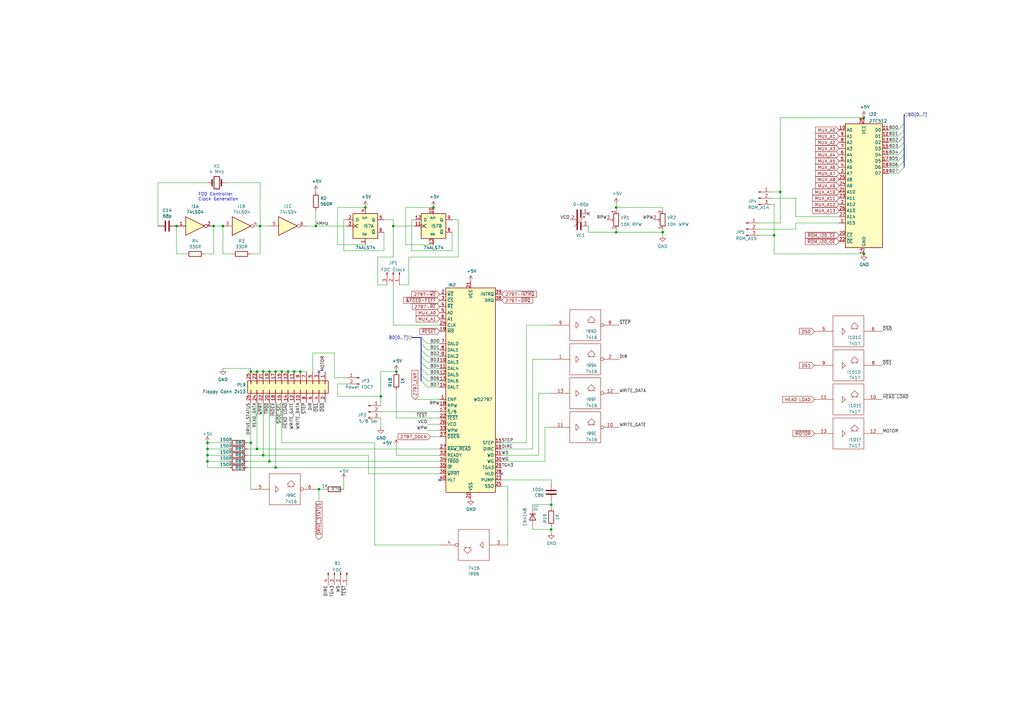
<source format=kicad_sch>
(kicad_sch (version 20211123) (generator eeschema)

  (uuid 03590f33-763d-44e7-bd58-7b869bb7ef20)

  (paper "A3")

  (title_block
    (title "Disk Interface and Boot ROM")
    (date "2022-06-08")
    (rev "0.2")
    (company "DragonPlus Electronics")
    (comment 1 "John Whitworth")
    (comment 3 "including Richard Harding's Dragon Beta PCB images.")
    (comment 4 "Reverse Engineering of Dragon Beta from various sources")
  )

  (lib_symbols
    (symbol "74xx:74LS04" (in_bom yes) (on_board yes)
      (property "Reference" "U" (id 0) (at 0 1.27 0)
        (effects (font (size 1.27 1.27)))
      )
      (property "Value" "74LS04" (id 1) (at 0 -1.27 0)
        (effects (font (size 1.27 1.27)))
      )
      (property "Footprint" "" (id 2) (at 0 0 0)
        (effects (font (size 1.27 1.27)) hide)
      )
      (property "Datasheet" "http://www.ti.com/lit/gpn/sn74LS04" (id 3) (at 0 0 0)
        (effects (font (size 1.27 1.27)) hide)
      )
      (property "ki_locked" "" (id 4) (at 0 0 0)
        (effects (font (size 1.27 1.27)))
      )
      (property "ki_keywords" "TTL not inv" (id 5) (at 0 0 0)
        (effects (font (size 1.27 1.27)) hide)
      )
      (property "ki_description" "Hex Inverter" (id 6) (at 0 0 0)
        (effects (font (size 1.27 1.27)) hide)
      )
      (property "ki_fp_filters" "DIP*W7.62mm* SSOP?14* TSSOP?14*" (id 7) (at 0 0 0)
        (effects (font (size 1.27 1.27)) hide)
      )
      (symbol "74LS04_1_0"
        (polyline
          (pts
            (xy -3.81 3.81)
            (xy -3.81 -3.81)
            (xy 3.81 0)
            (xy -3.81 3.81)
          )
          (stroke (width 0.254) (type default) (color 0 0 0 0))
          (fill (type background))
        )
        (pin input line (at -7.62 0 0) (length 3.81)
          (name "~" (effects (font (size 1.27 1.27))))
          (number "1" (effects (font (size 1.27 1.27))))
        )
        (pin output inverted (at 7.62 0 180) (length 3.81)
          (name "~" (effects (font (size 1.27 1.27))))
          (number "2" (effects (font (size 1.27 1.27))))
        )
      )
      (symbol "74LS04_2_0"
        (polyline
          (pts
            (xy -3.81 3.81)
            (xy -3.81 -3.81)
            (xy 3.81 0)
            (xy -3.81 3.81)
          )
          (stroke (width 0.254) (type default) (color 0 0 0 0))
          (fill (type background))
        )
        (pin input line (at -7.62 0 0) (length 3.81)
          (name "~" (effects (font (size 1.27 1.27))))
          (number "3" (effects (font (size 1.27 1.27))))
        )
        (pin output inverted (at 7.62 0 180) (length 3.81)
          (name "~" (effects (font (size 1.27 1.27))))
          (number "4" (effects (font (size 1.27 1.27))))
        )
      )
      (symbol "74LS04_3_0"
        (polyline
          (pts
            (xy -3.81 3.81)
            (xy -3.81 -3.81)
            (xy 3.81 0)
            (xy -3.81 3.81)
          )
          (stroke (width 0.254) (type default) (color 0 0 0 0))
          (fill (type background))
        )
        (pin input line (at -7.62 0 0) (length 3.81)
          (name "~" (effects (font (size 1.27 1.27))))
          (number "5" (effects (font (size 1.27 1.27))))
        )
        (pin output inverted (at 7.62 0 180) (length 3.81)
          (name "~" (effects (font (size 1.27 1.27))))
          (number "6" (effects (font (size 1.27 1.27))))
        )
      )
      (symbol "74LS04_4_0"
        (polyline
          (pts
            (xy -3.81 3.81)
            (xy -3.81 -3.81)
            (xy 3.81 0)
            (xy -3.81 3.81)
          )
          (stroke (width 0.254) (type default) (color 0 0 0 0))
          (fill (type background))
        )
        (pin output inverted (at 7.62 0 180) (length 3.81)
          (name "~" (effects (font (size 1.27 1.27))))
          (number "8" (effects (font (size 1.27 1.27))))
        )
        (pin input line (at -7.62 0 0) (length 3.81)
          (name "~" (effects (font (size 1.27 1.27))))
          (number "9" (effects (font (size 1.27 1.27))))
        )
      )
      (symbol "74LS04_5_0"
        (polyline
          (pts
            (xy -3.81 3.81)
            (xy -3.81 -3.81)
            (xy 3.81 0)
            (xy -3.81 3.81)
          )
          (stroke (width 0.254) (type default) (color 0 0 0 0))
          (fill (type background))
        )
        (pin output inverted (at 7.62 0 180) (length 3.81)
          (name "~" (effects (font (size 1.27 1.27))))
          (number "10" (effects (font (size 1.27 1.27))))
        )
        (pin input line (at -7.62 0 0) (length 3.81)
          (name "~" (effects (font (size 1.27 1.27))))
          (number "11" (effects (font (size 1.27 1.27))))
        )
      )
      (symbol "74LS04_6_0"
        (polyline
          (pts
            (xy -3.81 3.81)
            (xy -3.81 -3.81)
            (xy 3.81 0)
            (xy -3.81 3.81)
          )
          (stroke (width 0.254) (type default) (color 0 0 0 0))
          (fill (type background))
        )
        (pin output inverted (at 7.62 0 180) (length 3.81)
          (name "~" (effects (font (size 1.27 1.27))))
          (number "12" (effects (font (size 1.27 1.27))))
        )
        (pin input line (at -7.62 0 0) (length 3.81)
          (name "~" (effects (font (size 1.27 1.27))))
          (number "13" (effects (font (size 1.27 1.27))))
        )
      )
      (symbol "74LS04_7_0"
        (pin power_in line (at 0 12.7 270) (length 5.08)
          (name "VCC" (effects (font (size 1.27 1.27))))
          (number "14" (effects (font (size 1.27 1.27))))
        )
        (pin power_in line (at 0 -12.7 90) (length 5.08)
          (name "GND" (effects (font (size 1.27 1.27))))
          (number "7" (effects (font (size 1.27 1.27))))
        )
      )
      (symbol "74LS04_7_1"
        (rectangle (start -5.08 7.62) (end 5.08 -7.62)
          (stroke (width 0.254) (type default) (color 0 0 0 0))
          (fill (type background))
        )
      )
    )
    (symbol "74xx:74LS74" (pin_names (offset 1.016)) (in_bom yes) (on_board yes)
      (property "Reference" "U" (id 0) (at -7.62 8.89 0)
        (effects (font (size 1.27 1.27)))
      )
      (property "Value" "74LS74" (id 1) (at -7.62 -8.89 0)
        (effects (font (size 1.27 1.27)))
      )
      (property "Footprint" "" (id 2) (at 0 0 0)
        (effects (font (size 1.27 1.27)) hide)
      )
      (property "Datasheet" "74xx/74hc_hct74.pdf" (id 3) (at 0 0 0)
        (effects (font (size 1.27 1.27)) hide)
      )
      (property "ki_locked" "" (id 4) (at 0 0 0)
        (effects (font (size 1.27 1.27)))
      )
      (property "ki_keywords" "TTL DFF" (id 5) (at 0 0 0)
        (effects (font (size 1.27 1.27)) hide)
      )
      (property "ki_description" "Dual D Flip-flop, Set & Reset" (id 6) (at 0 0 0)
        (effects (font (size 1.27 1.27)) hide)
      )
      (property "ki_fp_filters" "DIP*W7.62mm*" (id 7) (at 0 0 0)
        (effects (font (size 1.27 1.27)) hide)
      )
      (symbol "74LS74_1_0"
        (pin input line (at 0 -7.62 90) (length 2.54)
          (name "~{R}" (effects (font (size 1.27 1.27))))
          (number "1" (effects (font (size 1.27 1.27))))
        )
        (pin input line (at -7.62 2.54 0) (length 2.54)
          (name "D" (effects (font (size 1.27 1.27))))
          (number "2" (effects (font (size 1.27 1.27))))
        )
        (pin input clock (at -7.62 0 0) (length 2.54)
          (name "C" (effects (font (size 1.27 1.27))))
          (number "3" (effects (font (size 1.27 1.27))))
        )
        (pin input line (at 0 7.62 270) (length 2.54)
          (name "~{S}" (effects (font (size 1.27 1.27))))
          (number "4" (effects (font (size 1.27 1.27))))
        )
        (pin output line (at 7.62 2.54 180) (length 2.54)
          (name "Q" (effects (font (size 1.27 1.27))))
          (number "5" (effects (font (size 1.27 1.27))))
        )
        (pin output line (at 7.62 -2.54 180) (length 2.54)
          (name "~{Q}" (effects (font (size 1.27 1.27))))
          (number "6" (effects (font (size 1.27 1.27))))
        )
      )
      (symbol "74LS74_1_1"
        (rectangle (start -5.08 5.08) (end 5.08 -5.08)
          (stroke (width 0.254) (type default) (color 0 0 0 0))
          (fill (type background))
        )
      )
      (symbol "74LS74_2_0"
        (pin input line (at 0 7.62 270) (length 2.54)
          (name "~{S}" (effects (font (size 1.27 1.27))))
          (number "10" (effects (font (size 1.27 1.27))))
        )
        (pin input clock (at -7.62 0 0) (length 2.54)
          (name "C" (effects (font (size 1.27 1.27))))
          (number "11" (effects (font (size 1.27 1.27))))
        )
        (pin input line (at -7.62 2.54 0) (length 2.54)
          (name "D" (effects (font (size 1.27 1.27))))
          (number "12" (effects (font (size 1.27 1.27))))
        )
        (pin input line (at 0 -7.62 90) (length 2.54)
          (name "~{R}" (effects (font (size 1.27 1.27))))
          (number "13" (effects (font (size 1.27 1.27))))
        )
        (pin output line (at 7.62 -2.54 180) (length 2.54)
          (name "~{Q}" (effects (font (size 1.27 1.27))))
          (number "8" (effects (font (size 1.27 1.27))))
        )
        (pin output line (at 7.62 2.54 180) (length 2.54)
          (name "Q" (effects (font (size 1.27 1.27))))
          (number "9" (effects (font (size 1.27 1.27))))
        )
      )
      (symbol "74LS74_2_1"
        (rectangle (start -5.08 5.08) (end 5.08 -5.08)
          (stroke (width 0.254) (type default) (color 0 0 0 0))
          (fill (type background))
        )
      )
      (symbol "74LS74_3_0"
        (pin power_in line (at 0 10.16 270) (length 2.54)
          (name "VCC" (effects (font (size 1.27 1.27))))
          (number "14" (effects (font (size 1.27 1.27))))
        )
        (pin power_in line (at 0 -10.16 90) (length 2.54)
          (name "GND" (effects (font (size 1.27 1.27))))
          (number "7" (effects (font (size 1.27 1.27))))
        )
      )
      (symbol "74LS74_3_1"
        (rectangle (start -5.08 7.62) (end 5.08 -7.62)
          (stroke (width 0.254) (type default) (color 0 0 0 0))
          (fill (type background))
        )
      )
    )
    (symbol "74xx_IEEE:7416" (pin_names (offset 0.762)) (in_bom yes) (on_board yes)
      (property "Reference" "U" (id 0) (at 3.81 7.62 0)
        (effects (font (size 1.27 1.27)))
      )
      (property "Value" "7416" (id 1) (at 6.35 -8.89 0)
        (effects (font (size 1.27 1.27)))
      )
      (property "Footprint" "" (id 2) (at 0 0 0)
        (effects (font (size 1.27 1.27)) hide)
      )
      (property "Datasheet" "" (id 3) (at 0 0 0)
        (effects (font (size 1.27 1.27)) hide)
      )
      (symbol "7416_0_0"
        (polyline
          (pts
            (xy -3.81 1.27)
            (xy -3.81 -1.27)
            (xy -2.54 0)
            (xy -3.81 1.27)
            (xy -3.81 1.27)
          )
          (stroke (width 0) (type default) (color 0 0 0 0))
          (fill (type none))
        )
        (polyline
          (pts
            (xy 3.048 1.016)
            (xy 4.064 2.032)
            (xy 2.54 3.556)
            (xy 1.016 2.032)
            (xy 2.032 1.016)
            (xy 1.016 1.016)
            (xy 4.064 1.016)
            (xy 4.064 1.016)
          )
          (stroke (width 0) (type default) (color 0 0 0 0))
          (fill (type none))
        )
      )
      (symbol "7416_0_1"
        (rectangle (start -6.35 6.35) (end 6.35 -6.35)
          (stroke (width 0) (type default) (color 0 0 0 0))
          (fill (type none))
        )
        (pin power_in line (at 0 6.35 270) (length 0) hide
          (name "+5V" (effects (font (size 1.27 1.27))))
          (number "14" (effects (font (size 1.27 1.27))))
        )
        (pin power_in line (at 0 -6.35 90) (length 0) hide
          (name "GND" (effects (font (size 1.27 1.27))))
          (number "7" (effects (font (size 1.27 1.27))))
        )
      )
      (symbol "7416_1_1"
        (pin input line (at -13.97 0 0) (length 7.62)
          (name "~" (effects (font (size 1.27 1.27))))
          (number "1" (effects (font (size 1.27 1.27))))
        )
        (pin open_collector inverted (at 13.97 0 180) (length 7.62)
          (name "~" (effects (font (size 1.27 1.27))))
          (number "2" (effects (font (size 1.27 1.27))))
        )
      )
      (symbol "7416_2_1"
        (pin input line (at -13.97 0 0) (length 7.62)
          (name "~" (effects (font (size 1.27 1.27))))
          (number "3" (effects (font (size 1.27 1.27))))
        )
        (pin open_collector inverted (at 13.97 0 180) (length 7.62)
          (name "~" (effects (font (size 1.27 1.27))))
          (number "4" (effects (font (size 1.27 1.27))))
        )
      )
      (symbol "7416_3_1"
        (pin input line (at -13.97 0 0) (length 7.62)
          (name "~" (effects (font (size 1.27 1.27))))
          (number "5" (effects (font (size 1.27 1.27))))
        )
        (pin open_collector inverted (at 13.97 0 180) (length 7.62)
          (name "~" (effects (font (size 1.27 1.27))))
          (number "6" (effects (font (size 1.27 1.27))))
        )
      )
      (symbol "7416_4_1"
        (pin open_collector inverted (at 13.97 0 180) (length 7.62)
          (name "~" (effects (font (size 1.27 1.27))))
          (number "8" (effects (font (size 1.27 1.27))))
        )
        (pin input line (at -13.97 0 0) (length 7.62)
          (name "~" (effects (font (size 1.27 1.27))))
          (number "9" (effects (font (size 1.27 1.27))))
        )
      )
      (symbol "7416_5_1"
        (pin open_collector inverted (at 13.97 0 180) (length 7.62)
          (name "~" (effects (font (size 1.27 1.27))))
          (number "10" (effects (font (size 1.27 1.27))))
        )
        (pin input line (at -13.97 0 0) (length 7.62)
          (name "~" (effects (font (size 1.27 1.27))))
          (number "11" (effects (font (size 1.27 1.27))))
        )
      )
      (symbol "7416_6_1"
        (pin open_collector inverted (at 13.97 0 180) (length 7.62)
          (name "~" (effects (font (size 1.27 1.27))))
          (number "12" (effects (font (size 1.27 1.27))))
        )
        (pin input line (at -13.97 0 0) (length 7.62)
          (name "~" (effects (font (size 1.27 1.27))))
          (number "13" (effects (font (size 1.27 1.27))))
        )
      )
    )
    (symbol "74xx_IEEE:7417" (pin_names (offset 0.762)) (in_bom yes) (on_board yes)
      (property "Reference" "U" (id 0) (at 3.81 8.89 0)
        (effects (font (size 1.27 1.27)))
      )
      (property "Value" "7417" (id 1) (at 3.81 -7.62 0)
        (effects (font (size 1.27 1.27)))
      )
      (property "Footprint" "" (id 2) (at 0 0 0)
        (effects (font (size 1.27 1.27)) hide)
      )
      (property "Datasheet" "" (id 3) (at 0 0 0)
        (effects (font (size 1.27 1.27)) hide)
      )
      (symbol "7417_0_1"
        (rectangle (start -6.35 6.35) (end 6.35 -6.35)
          (stroke (width 0) (type default) (color 0 0 0 0))
          (fill (type none))
        )
        (polyline
          (pts
            (xy -2.54 1.27)
            (xy -2.54 -1.27)
            (xy -1.27 0)
            (xy -2.54 1.27)
            (xy -2.54 1.27)
          )
          (stroke (width 0) (type default) (color 0 0 0 0))
          (fill (type none))
        )
        (polyline
          (pts
            (xy 3.048 1.016)
            (xy 4.064 2.032)
            (xy 2.54 3.556)
            (xy 1.016 2.032)
            (xy 2.032 1.016)
            (xy 1.016 1.016)
            (xy 4.064 1.016)
            (xy 4.064 1.016)
          )
          (stroke (width 0) (type default) (color 0 0 0 0))
          (fill (type none))
        )
        (pin power_in line (at 0 6.35 270) (length 0) hide
          (name "+5V" (effects (font (size 1.27 1.27))))
          (number "14" (effects (font (size 1.27 1.27))))
        )
        (pin power_in line (at 0 -6.35 90) (length 0) hide
          (name "GND" (effects (font (size 1.27 1.27))))
          (number "7" (effects (font (size 1.27 1.27))))
        )
      )
      (symbol "7417_1_1"
        (pin input line (at -13.97 0 0) (length 7.62)
          (name "~" (effects (font (size 1.27 1.27))))
          (number "1" (effects (font (size 1.27 1.27))))
        )
        (pin open_collector line (at 13.97 0 180) (length 7.62)
          (name "~" (effects (font (size 1.27 1.27))))
          (number "2" (effects (font (size 1.27 1.27))))
        )
      )
      (symbol "7417_2_1"
        (pin input line (at -13.97 0 0) (length 7.62)
          (name "~" (effects (font (size 1.27 1.27))))
          (number "3" (effects (font (size 1.27 1.27))))
        )
        (pin open_collector line (at 13.97 0 180) (length 7.62)
          (name "~" (effects (font (size 1.27 1.27))))
          (number "4" (effects (font (size 1.27 1.27))))
        )
      )
      (symbol "7417_3_1"
        (pin input line (at -13.97 0 0) (length 7.62)
          (name "~" (effects (font (size 1.27 1.27))))
          (number "5" (effects (font (size 1.27 1.27))))
        )
        (pin open_collector line (at 13.97 0 180) (length 7.62)
          (name "~" (effects (font (size 1.27 1.27))))
          (number "6" (effects (font (size 1.27 1.27))))
        )
      )
      (symbol "7417_4_1"
        (pin open_collector line (at 13.97 0 180) (length 7.62)
          (name "~" (effects (font (size 1.27 1.27))))
          (number "8" (effects (font (size 1.27 1.27))))
        )
        (pin input line (at -13.97 0 0) (length 7.62)
          (name "~" (effects (font (size 1.27 1.27))))
          (number "9" (effects (font (size 1.27 1.27))))
        )
      )
      (symbol "7417_5_1"
        (pin open_collector line (at 13.97 0 180) (length 7.62)
          (name "~" (effects (font (size 1.27 1.27))))
          (number "10" (effects (font (size 1.27 1.27))))
        )
        (pin input line (at -13.97 0 0) (length 7.62)
          (name "~" (effects (font (size 1.27 1.27))))
          (number "11" (effects (font (size 1.27 1.27))))
        )
      )
      (symbol "7417_6_1"
        (pin open_collector line (at 13.97 0 180) (length 7.62)
          (name "~" (effects (font (size 1.27 1.27))))
          (number "12" (effects (font (size 1.27 1.27))))
        )
        (pin input line (at -13.97 0 0) (length 7.62)
          (name "~" (effects (font (size 1.27 1.27))))
          (number "13" (effects (font (size 1.27 1.27))))
        )
      )
    )
    (symbol "Connector:Conn_01x02_Male" (pin_names (offset 1.016) hide) (in_bom yes) (on_board yes)
      (property "Reference" "J" (id 0) (at 0 2.54 0)
        (effects (font (size 1.27 1.27)))
      )
      (property "Value" "Conn_01x02_Male" (id 1) (at 0 -5.08 0)
        (effects (font (size 1.27 1.27)))
      )
      (property "Footprint" "" (id 2) (at 0 0 0)
        (effects (font (size 1.27 1.27)) hide)
      )
      (property "Datasheet" "~" (id 3) (at 0 0 0)
        (effects (font (size 1.27 1.27)) hide)
      )
      (property "ki_keywords" "connector" (id 4) (at 0 0 0)
        (effects (font (size 1.27 1.27)) hide)
      )
      (property "ki_description" "Generic connector, single row, 01x02, script generated (kicad-library-utils/schlib/autogen/connector/)" (id 5) (at 0 0 0)
        (effects (font (size 1.27 1.27)) hide)
      )
      (property "ki_fp_filters" "Connector*:*_1x??_*" (id 6) (at 0 0 0)
        (effects (font (size 1.27 1.27)) hide)
      )
      (symbol "Conn_01x02_Male_1_1"
        (polyline
          (pts
            (xy 1.27 -2.54)
            (xy 0.8636 -2.54)
          )
          (stroke (width 0.1524) (type default) (color 0 0 0 0))
          (fill (type none))
        )
        (polyline
          (pts
            (xy 1.27 0)
            (xy 0.8636 0)
          )
          (stroke (width 0.1524) (type default) (color 0 0 0 0))
          (fill (type none))
        )
        (rectangle (start 0.8636 -2.413) (end 0 -2.667)
          (stroke (width 0.1524) (type default) (color 0 0 0 0))
          (fill (type outline))
        )
        (rectangle (start 0.8636 0.127) (end 0 -0.127)
          (stroke (width 0.1524) (type default) (color 0 0 0 0))
          (fill (type outline))
        )
        (pin passive line (at 5.08 0 180) (length 3.81)
          (name "Pin_1" (effects (font (size 1.27 1.27))))
          (number "1" (effects (font (size 1.27 1.27))))
        )
        (pin passive line (at 5.08 -2.54 180) (length 3.81)
          (name "Pin_2" (effects (font (size 1.27 1.27))))
          (number "2" (effects (font (size 1.27 1.27))))
        )
      )
    )
    (symbol "Connector:Conn_01x03_Male" (pin_names (offset 1.016) hide) (in_bom yes) (on_board yes)
      (property "Reference" "J" (id 0) (at 0 5.08 0)
        (effects (font (size 1.27 1.27)))
      )
      (property "Value" "Conn_01x03_Male" (id 1) (at 0 -5.08 0)
        (effects (font (size 1.27 1.27)))
      )
      (property "Footprint" "" (id 2) (at 0 0 0)
        (effects (font (size 1.27 1.27)) hide)
      )
      (property "Datasheet" "~" (id 3) (at 0 0 0)
        (effects (font (size 1.27 1.27)) hide)
      )
      (property "ki_keywords" "connector" (id 4) (at 0 0 0)
        (effects (font (size 1.27 1.27)) hide)
      )
      (property "ki_description" "Generic connector, single row, 01x03, script generated (kicad-library-utils/schlib/autogen/connector/)" (id 5) (at 0 0 0)
        (effects (font (size 1.27 1.27)) hide)
      )
      (property "ki_fp_filters" "Connector*:*_1x??_*" (id 6) (at 0 0 0)
        (effects (font (size 1.27 1.27)) hide)
      )
      (symbol "Conn_01x03_Male_1_1"
        (polyline
          (pts
            (xy 1.27 -2.54)
            (xy 0.8636 -2.54)
          )
          (stroke (width 0.1524) (type default) (color 0 0 0 0))
          (fill (type none))
        )
        (polyline
          (pts
            (xy 1.27 0)
            (xy 0.8636 0)
          )
          (stroke (width 0.1524) (type default) (color 0 0 0 0))
          (fill (type none))
        )
        (polyline
          (pts
            (xy 1.27 2.54)
            (xy 0.8636 2.54)
          )
          (stroke (width 0.1524) (type default) (color 0 0 0 0))
          (fill (type none))
        )
        (rectangle (start 0.8636 -2.413) (end 0 -2.667)
          (stroke (width 0.1524) (type default) (color 0 0 0 0))
          (fill (type outline))
        )
        (rectangle (start 0.8636 0.127) (end 0 -0.127)
          (stroke (width 0.1524) (type default) (color 0 0 0 0))
          (fill (type outline))
        )
        (rectangle (start 0.8636 2.667) (end 0 2.413)
          (stroke (width 0.1524) (type default) (color 0 0 0 0))
          (fill (type outline))
        )
        (pin passive line (at 5.08 2.54 180) (length 3.81)
          (name "Pin_1" (effects (font (size 1.27 1.27))))
          (number "1" (effects (font (size 1.27 1.27))))
        )
        (pin passive line (at 5.08 0 180) (length 3.81)
          (name "Pin_2" (effects (font (size 1.27 1.27))))
          (number "2" (effects (font (size 1.27 1.27))))
        )
        (pin passive line (at 5.08 -2.54 180) (length 3.81)
          (name "Pin_3" (effects (font (size 1.27 1.27))))
          (number "3" (effects (font (size 1.27 1.27))))
        )
      )
    )
    (symbol "Connector:Conn_01x04_Male" (pin_names (offset 1.016) hide) (in_bom yes) (on_board yes)
      (property "Reference" "J" (id 0) (at 0 5.08 0)
        (effects (font (size 1.27 1.27)))
      )
      (property "Value" "Conn_01x04_Male" (id 1) (at 0 -7.62 0)
        (effects (font (size 1.27 1.27)))
      )
      (property "Footprint" "" (id 2) (at 0 0 0)
        (effects (font (size 1.27 1.27)) hide)
      )
      (property "Datasheet" "~" (id 3) (at 0 0 0)
        (effects (font (size 1.27 1.27)) hide)
      )
      (property "ki_keywords" "connector" (id 4) (at 0 0 0)
        (effects (font (size 1.27 1.27)) hide)
      )
      (property "ki_description" "Generic connector, single row, 01x04, script generated (kicad-library-utils/schlib/autogen/connector/)" (id 5) (at 0 0 0)
        (effects (font (size 1.27 1.27)) hide)
      )
      (property "ki_fp_filters" "Connector*:*_1x??_*" (id 6) (at 0 0 0)
        (effects (font (size 1.27 1.27)) hide)
      )
      (symbol "Conn_01x04_Male_1_1"
        (polyline
          (pts
            (xy 1.27 -5.08)
            (xy 0.8636 -5.08)
          )
          (stroke (width 0.1524) (type default) (color 0 0 0 0))
          (fill (type none))
        )
        (polyline
          (pts
            (xy 1.27 -2.54)
            (xy 0.8636 -2.54)
          )
          (stroke (width 0.1524) (type default) (color 0 0 0 0))
          (fill (type none))
        )
        (polyline
          (pts
            (xy 1.27 0)
            (xy 0.8636 0)
          )
          (stroke (width 0.1524) (type default) (color 0 0 0 0))
          (fill (type none))
        )
        (polyline
          (pts
            (xy 1.27 2.54)
            (xy 0.8636 2.54)
          )
          (stroke (width 0.1524) (type default) (color 0 0 0 0))
          (fill (type none))
        )
        (rectangle (start 0.8636 -4.953) (end 0 -5.207)
          (stroke (width 0.1524) (type default) (color 0 0 0 0))
          (fill (type outline))
        )
        (rectangle (start 0.8636 -2.413) (end 0 -2.667)
          (stroke (width 0.1524) (type default) (color 0 0 0 0))
          (fill (type outline))
        )
        (rectangle (start 0.8636 0.127) (end 0 -0.127)
          (stroke (width 0.1524) (type default) (color 0 0 0 0))
          (fill (type outline))
        )
        (rectangle (start 0.8636 2.667) (end 0 2.413)
          (stroke (width 0.1524) (type default) (color 0 0 0 0))
          (fill (type outline))
        )
        (pin passive line (at 5.08 2.54 180) (length 3.81)
          (name "Pin_1" (effects (font (size 1.27 1.27))))
          (number "1" (effects (font (size 1.27 1.27))))
        )
        (pin passive line (at 5.08 0 180) (length 3.81)
          (name "Pin_2" (effects (font (size 1.27 1.27))))
          (number "2" (effects (font (size 1.27 1.27))))
        )
        (pin passive line (at 5.08 -2.54 180) (length 3.81)
          (name "Pin_3" (effects (font (size 1.27 1.27))))
          (number "3" (effects (font (size 1.27 1.27))))
        )
        (pin passive line (at 5.08 -5.08 180) (length 3.81)
          (name "Pin_4" (effects (font (size 1.27 1.27))))
          (number "4" (effects (font (size 1.27 1.27))))
        )
      )
    )
    (symbol "Connector_Generic:Conn_02x13_Odd_Even" (pin_names (offset 1.016) hide) (in_bom yes) (on_board yes)
      (property "Reference" "J" (id 0) (at 1.27 17.78 0)
        (effects (font (size 1.27 1.27)))
      )
      (property "Value" "Conn_02x13_Odd_Even" (id 1) (at 1.27 -17.78 0)
        (effects (font (size 1.27 1.27)))
      )
      (property "Footprint" "" (id 2) (at 0 0 0)
        (effects (font (size 1.27 1.27)) hide)
      )
      (property "Datasheet" "~" (id 3) (at 0 0 0)
        (effects (font (size 1.27 1.27)) hide)
      )
      (property "ki_keywords" "connector" (id 4) (at 0 0 0)
        (effects (font (size 1.27 1.27)) hide)
      )
      (property "ki_description" "Generic connector, double row, 02x13, odd/even pin numbering scheme (row 1 odd numbers, row 2 even numbers), script generated (kicad-library-utils/schlib/autogen/connector/)" (id 5) (at 0 0 0)
        (effects (font (size 1.27 1.27)) hide)
      )
      (property "ki_fp_filters" "Connector*:*_2x??_*" (id 6) (at 0 0 0)
        (effects (font (size 1.27 1.27)) hide)
      )
      (symbol "Conn_02x13_Odd_Even_1_1"
        (rectangle (start -1.27 -15.113) (end 0 -15.367)
          (stroke (width 0.1524) (type default) (color 0 0 0 0))
          (fill (type none))
        )
        (rectangle (start -1.27 -12.573) (end 0 -12.827)
          (stroke (width 0.1524) (type default) (color 0 0 0 0))
          (fill (type none))
        )
        (rectangle (start -1.27 -10.033) (end 0 -10.287)
          (stroke (width 0.1524) (type default) (color 0 0 0 0))
          (fill (type none))
        )
        (rectangle (start -1.27 -7.493) (end 0 -7.747)
          (stroke (width 0.1524) (type default) (color 0 0 0 0))
          (fill (type none))
        )
        (rectangle (start -1.27 -4.953) (end 0 -5.207)
          (stroke (width 0.1524) (type default) (color 0 0 0 0))
          (fill (type none))
        )
        (rectangle (start -1.27 -2.413) (end 0 -2.667)
          (stroke (width 0.1524) (type default) (color 0 0 0 0))
          (fill (type none))
        )
        (rectangle (start -1.27 0.127) (end 0 -0.127)
          (stroke (width 0.1524) (type default) (color 0 0 0 0))
          (fill (type none))
        )
        (rectangle (start -1.27 2.667) (end 0 2.413)
          (stroke (width 0.1524) (type default) (color 0 0 0 0))
          (fill (type none))
        )
        (rectangle (start -1.27 5.207) (end 0 4.953)
          (stroke (width 0.1524) (type default) (color 0 0 0 0))
          (fill (type none))
        )
        (rectangle (start -1.27 7.747) (end 0 7.493)
          (stroke (width 0.1524) (type default) (color 0 0 0 0))
          (fill (type none))
        )
        (rectangle (start -1.27 10.287) (end 0 10.033)
          (stroke (width 0.1524) (type default) (color 0 0 0 0))
          (fill (type none))
        )
        (rectangle (start -1.27 12.827) (end 0 12.573)
          (stroke (width 0.1524) (type default) (color 0 0 0 0))
          (fill (type none))
        )
        (rectangle (start -1.27 15.367) (end 0 15.113)
          (stroke (width 0.1524) (type default) (color 0 0 0 0))
          (fill (type none))
        )
        (rectangle (start -1.27 16.51) (end 3.81 -16.51)
          (stroke (width 0.254) (type default) (color 0 0 0 0))
          (fill (type background))
        )
        (rectangle (start 3.81 -15.113) (end 2.54 -15.367)
          (stroke (width 0.1524) (type default) (color 0 0 0 0))
          (fill (type none))
        )
        (rectangle (start 3.81 -12.573) (end 2.54 -12.827)
          (stroke (width 0.1524) (type default) (color 0 0 0 0))
          (fill (type none))
        )
        (rectangle (start 3.81 -10.033) (end 2.54 -10.287)
          (stroke (width 0.1524) (type default) (color 0 0 0 0))
          (fill (type none))
        )
        (rectangle (start 3.81 -7.493) (end 2.54 -7.747)
          (stroke (width 0.1524) (type default) (color 0 0 0 0))
          (fill (type none))
        )
        (rectangle (start 3.81 -4.953) (end 2.54 -5.207)
          (stroke (width 0.1524) (type default) (color 0 0 0 0))
          (fill (type none))
        )
        (rectangle (start 3.81 -2.413) (end 2.54 -2.667)
          (stroke (width 0.1524) (type default) (color 0 0 0 0))
          (fill (type none))
        )
        (rectangle (start 3.81 0.127) (end 2.54 -0.127)
          (stroke (width 0.1524) (type default) (color 0 0 0 0))
          (fill (type none))
        )
        (rectangle (start 3.81 2.667) (end 2.54 2.413)
          (stroke (width 0.1524) (type default) (color 0 0 0 0))
          (fill (type none))
        )
        (rectangle (start 3.81 5.207) (end 2.54 4.953)
          (stroke (width 0.1524) (type default) (color 0 0 0 0))
          (fill (type none))
        )
        (rectangle (start 3.81 7.747) (end 2.54 7.493)
          (stroke (width 0.1524) (type default) (color 0 0 0 0))
          (fill (type none))
        )
        (rectangle (start 3.81 10.287) (end 2.54 10.033)
          (stroke (width 0.1524) (type default) (color 0 0 0 0))
          (fill (type none))
        )
        (rectangle (start 3.81 12.827) (end 2.54 12.573)
          (stroke (width 0.1524) (type default) (color 0 0 0 0))
          (fill (type none))
        )
        (rectangle (start 3.81 15.367) (end 2.54 15.113)
          (stroke (width 0.1524) (type default) (color 0 0 0 0))
          (fill (type none))
        )
        (pin passive line (at -5.08 15.24 0) (length 3.81)
          (name "Pin_1" (effects (font (size 1.27 1.27))))
          (number "1" (effects (font (size 1.27 1.27))))
        )
        (pin passive line (at 7.62 5.08 180) (length 3.81)
          (name "Pin_10" (effects (font (size 1.27 1.27))))
          (number "10" (effects (font (size 1.27 1.27))))
        )
        (pin passive line (at -5.08 2.54 0) (length 3.81)
          (name "Pin_11" (effects (font (size 1.27 1.27))))
          (number "11" (effects (font (size 1.27 1.27))))
        )
        (pin passive line (at 7.62 2.54 180) (length 3.81)
          (name "Pin_12" (effects (font (size 1.27 1.27))))
          (number "12" (effects (font (size 1.27 1.27))))
        )
        (pin passive line (at -5.08 0 0) (length 3.81)
          (name "Pin_13" (effects (font (size 1.27 1.27))))
          (number "13" (effects (font (size 1.27 1.27))))
        )
        (pin passive line (at 7.62 0 180) (length 3.81)
          (name "Pin_14" (effects (font (size 1.27 1.27))))
          (number "14" (effects (font (size 1.27 1.27))))
        )
        (pin passive line (at -5.08 -2.54 0) (length 3.81)
          (name "Pin_15" (effects (font (size 1.27 1.27))))
          (number "15" (effects (font (size 1.27 1.27))))
        )
        (pin passive line (at 7.62 -2.54 180) (length 3.81)
          (name "Pin_16" (effects (font (size 1.27 1.27))))
          (number "16" (effects (font (size 1.27 1.27))))
        )
        (pin passive line (at -5.08 -5.08 0) (length 3.81)
          (name "Pin_17" (effects (font (size 1.27 1.27))))
          (number "17" (effects (font (size 1.27 1.27))))
        )
        (pin passive line (at 7.62 -5.08 180) (length 3.81)
          (name "Pin_18" (effects (font (size 1.27 1.27))))
          (number "18" (effects (font (size 1.27 1.27))))
        )
        (pin passive line (at -5.08 -7.62 0) (length 3.81)
          (name "Pin_19" (effects (font (size 1.27 1.27))))
          (number "19" (effects (font (size 1.27 1.27))))
        )
        (pin passive line (at 7.62 15.24 180) (length 3.81)
          (name "Pin_2" (effects (font (size 1.27 1.27))))
          (number "2" (effects (font (size 1.27 1.27))))
        )
        (pin passive line (at 7.62 -7.62 180) (length 3.81)
          (name "Pin_20" (effects (font (size 1.27 1.27))))
          (number "20" (effects (font (size 1.27 1.27))))
        )
        (pin passive line (at -5.08 -10.16 0) (length 3.81)
          (name "Pin_21" (effects (font (size 1.27 1.27))))
          (number "21" (effects (font (size 1.27 1.27))))
        )
        (pin passive line (at 7.62 -10.16 180) (length 3.81)
          (name "Pin_22" (effects (font (size 1.27 1.27))))
          (number "22" (effects (font (size 1.27 1.27))))
        )
        (pin passive line (at -5.08 -12.7 0) (length 3.81)
          (name "Pin_23" (effects (font (size 1.27 1.27))))
          (number "23" (effects (font (size 1.27 1.27))))
        )
        (pin passive line (at 7.62 -12.7 180) (length 3.81)
          (name "Pin_24" (effects (font (size 1.27 1.27))))
          (number "24" (effects (font (size 1.27 1.27))))
        )
        (pin passive line (at -5.08 -15.24 0) (length 3.81)
          (name "Pin_25" (effects (font (size 1.27 1.27))))
          (number "25" (effects (font (size 1.27 1.27))))
        )
        (pin passive line (at 7.62 -15.24 180) (length 3.81)
          (name "Pin_26" (effects (font (size 1.27 1.27))))
          (number "26" (effects (font (size 1.27 1.27))))
        )
        (pin passive line (at -5.08 12.7 0) (length 3.81)
          (name "Pin_3" (effects (font (size 1.27 1.27))))
          (number "3" (effects (font (size 1.27 1.27))))
        )
        (pin passive line (at 7.62 12.7 180) (length 3.81)
          (name "Pin_4" (effects (font (size 1.27 1.27))))
          (number "4" (effects (font (size 1.27 1.27))))
        )
        (pin passive line (at -5.08 10.16 0) (length 3.81)
          (name "Pin_5" (effects (font (size 1.27 1.27))))
          (number "5" (effects (font (size 1.27 1.27))))
        )
        (pin passive line (at 7.62 10.16 180) (length 3.81)
          (name "Pin_6" (effects (font (size 1.27 1.27))))
          (number "6" (effects (font (size 1.27 1.27))))
        )
        (pin passive line (at -5.08 7.62 0) (length 3.81)
          (name "Pin_7" (effects (font (size 1.27 1.27))))
          (number "7" (effects (font (size 1.27 1.27))))
        )
        (pin passive line (at 7.62 7.62 180) (length 3.81)
          (name "Pin_8" (effects (font (size 1.27 1.27))))
          (number "8" (effects (font (size 1.27 1.27))))
        )
        (pin passive line (at -5.08 5.08 0) (length 3.81)
          (name "Pin_9" (effects (font (size 1.27 1.27))))
          (number "9" (effects (font (size 1.27 1.27))))
        )
      )
    )
    (symbol "Device:C" (pin_numbers hide) (pin_names (offset 0.254)) (in_bom yes) (on_board yes)
      (property "Reference" "C" (id 0) (at 0.635 2.54 0)
        (effects (font (size 1.27 1.27)) (justify left))
      )
      (property "Value" "C" (id 1) (at 0.635 -2.54 0)
        (effects (font (size 1.27 1.27)) (justify left))
      )
      (property "Footprint" "" (id 2) (at 0.9652 -3.81 0)
        (effects (font (size 1.27 1.27)) hide)
      )
      (property "Datasheet" "~" (id 3) (at 0 0 0)
        (effects (font (size 1.27 1.27)) hide)
      )
      (property "ki_keywords" "cap capacitor" (id 4) (at 0 0 0)
        (effects (font (size 1.27 1.27)) hide)
      )
      (property "ki_description" "Unpolarized capacitor" (id 5) (at 0 0 0)
        (effects (font (size 1.27 1.27)) hide)
      )
      (property "ki_fp_filters" "C_*" (id 6) (at 0 0 0)
        (effects (font (size 1.27 1.27)) hide)
      )
      (symbol "C_0_1"
        (polyline
          (pts
            (xy -2.032 -0.762)
            (xy 2.032 -0.762)
          )
          (stroke (width 0.508) (type default) (color 0 0 0 0))
          (fill (type none))
        )
        (polyline
          (pts
            (xy -2.032 0.762)
            (xy 2.032 0.762)
          )
          (stroke (width 0.508) (type default) (color 0 0 0 0))
          (fill (type none))
        )
      )
      (symbol "C_1_1"
        (pin passive line (at 0 3.81 270) (length 2.794)
          (name "~" (effects (font (size 1.27 1.27))))
          (number "1" (effects (font (size 1.27 1.27))))
        )
        (pin passive line (at 0 -3.81 90) (length 2.794)
          (name "~" (effects (font (size 1.27 1.27))))
          (number "2" (effects (font (size 1.27 1.27))))
        )
      )
    )
    (symbol "Device:C_Trim_Differential" (pin_names (offset 0.254) hide) (in_bom yes) (on_board yes)
      (property "Reference" "C" (id 0) (at 5.08 1.27 0)
        (effects (font (size 1.27 1.27)) (justify left))
      )
      (property "Value" "C_Trim_Differential" (id 1) (at 5.08 -0.635 0)
        (effects (font (size 1.27 1.27)) (justify left))
      )
      (property "Footprint" "" (id 2) (at 0 0 0)
        (effects (font (size 1.27 1.27)) hide)
      )
      (property "Datasheet" "~" (id 3) (at 0 0 0)
        (effects (font (size 1.27 1.27)) hide)
      )
      (property "ki_keywords" "trimmer capacitor" (id 4) (at 0 0 0)
        (effects (font (size 1.27 1.27)) hide)
      )
      (property "ki_description" "Differential variable capacitor with two stators" (id 5) (at 0 0 0)
        (effects (font (size 1.27 1.27)) hide)
      )
      (symbol "C_Trim_Differential_0_1"
        (polyline
          (pts
            (xy -4.064 -0.762)
            (xy 4.064 -0.762)
          )
          (stroke (width 0.508) (type default) (color 0 0 0 0))
          (fill (type none))
        )
        (polyline
          (pts
            (xy -4.064 0.762)
            (xy -1.016 0.762)
          )
          (stroke (width 0.508) (type default) (color 0 0 0 0))
          (fill (type none))
        )
        (polyline
          (pts
            (xy -2.54 1.27)
            (xy -2.54 0.762)
          )
          (stroke (width 0) (type default) (color 0 0 0 0))
          (fill (type none))
        )
        (polyline
          (pts
            (xy -1.524 2.286)
            (xy 2.794 -2.032)
          )
          (stroke (width 0) (type default) (color 0 0 0 0))
          (fill (type none))
        )
        (polyline
          (pts
            (xy 0 -1.27)
            (xy 0 -0.762)
          )
          (stroke (width 0) (type default) (color 0 0 0 0))
          (fill (type none))
        )
        (polyline
          (pts
            (xy 1.016 0.762)
            (xy 4.064 0.762)
          )
          (stroke (width 0.508) (type default) (color 0 0 0 0))
          (fill (type none))
        )
        (polyline
          (pts
            (xy 2.54 1.27)
            (xy 2.54 0.762)
          )
          (stroke (width 0) (type default) (color 0 0 0 0))
          (fill (type none))
        )
        (polyline
          (pts
            (xy -0.762 2.286)
            (xy -1.524 2.286)
            (xy -1.524 1.524)
          )
          (stroke (width 0) (type default) (color 0 0 0 0))
          (fill (type none))
        )
      )
      (symbol "C_Trim_Differential_1_1"
        (pin passive line (at -2.54 3.81 270) (length 2.54)
          (name "~" (effects (font (size 1.27 1.27))))
          (number "1" (effects (font (size 1.27 1.27))))
        )
        (pin passive line (at 0 -3.81 90) (length 2.54)
          (name "~" (effects (font (size 1.27 1.27))))
          (number "2" (effects (font (size 1.27 1.27))))
        )
        (pin passive line (at 2.54 3.81 270) (length 2.54)
          (name "~" (effects (font (size 1.27 1.27))))
          (number "3" (effects (font (size 1.27 1.27))))
        )
      )
    )
    (symbol "Device:Crystal" (pin_numbers hide) (pin_names (offset 1.016) hide) (in_bom yes) (on_board yes)
      (property "Reference" "Y" (id 0) (at 0 3.81 0)
        (effects (font (size 1.27 1.27)))
      )
      (property "Value" "Crystal" (id 1) (at 0 -3.81 0)
        (effects (font (size 1.27 1.27)))
      )
      (property "Footprint" "" (id 2) (at 0 0 0)
        (effects (font (size 1.27 1.27)) hide)
      )
      (property "Datasheet" "~" (id 3) (at 0 0 0)
        (effects (font (size 1.27 1.27)) hide)
      )
      (property "ki_keywords" "quartz ceramic resonator oscillator" (id 4) (at 0 0 0)
        (effects (font (size 1.27 1.27)) hide)
      )
      (property "ki_description" "Two pin crystal" (id 5) (at 0 0 0)
        (effects (font (size 1.27 1.27)) hide)
      )
      (property "ki_fp_filters" "Crystal*" (id 6) (at 0 0 0)
        (effects (font (size 1.27 1.27)) hide)
      )
      (symbol "Crystal_0_1"
        (rectangle (start -1.143 2.54) (end 1.143 -2.54)
          (stroke (width 0.3048) (type default) (color 0 0 0 0))
          (fill (type none))
        )
        (polyline
          (pts
            (xy -2.54 0)
            (xy -1.905 0)
          )
          (stroke (width 0) (type default) (color 0 0 0 0))
          (fill (type none))
        )
        (polyline
          (pts
            (xy -1.905 -1.27)
            (xy -1.905 1.27)
          )
          (stroke (width 0.508) (type default) (color 0 0 0 0))
          (fill (type none))
        )
        (polyline
          (pts
            (xy 1.905 -1.27)
            (xy 1.905 1.27)
          )
          (stroke (width 0.508) (type default) (color 0 0 0 0))
          (fill (type none))
        )
        (polyline
          (pts
            (xy 2.54 0)
            (xy 1.905 0)
          )
          (stroke (width 0) (type default) (color 0 0 0 0))
          (fill (type none))
        )
      )
      (symbol "Crystal_1_1"
        (pin passive line (at -3.81 0 0) (length 1.27)
          (name "1" (effects (font (size 1.27 1.27))))
          (number "1" (effects (font (size 1.27 1.27))))
        )
        (pin passive line (at 3.81 0 180) (length 1.27)
          (name "2" (effects (font (size 1.27 1.27))))
          (number "2" (effects (font (size 1.27 1.27))))
        )
      )
    )
    (symbol "Device:R" (pin_numbers hide) (pin_names (offset 0)) (in_bom yes) (on_board yes)
      (property "Reference" "R" (id 0) (at 2.032 0 90)
        (effects (font (size 1.27 1.27)))
      )
      (property "Value" "R" (id 1) (at 0 0 90)
        (effects (font (size 1.27 1.27)))
      )
      (property "Footprint" "" (id 2) (at -1.778 0 90)
        (effects (font (size 1.27 1.27)) hide)
      )
      (property "Datasheet" "~" (id 3) (at 0 0 0)
        (effects (font (size 1.27 1.27)) hide)
      )
      (property "ki_keywords" "R res resistor" (id 4) (at 0 0 0)
        (effects (font (size 1.27 1.27)) hide)
      )
      (property "ki_description" "Resistor" (id 5) (at 0 0 0)
        (effects (font (size 1.27 1.27)) hide)
      )
      (property "ki_fp_filters" "R_*" (id 6) (at 0 0 0)
        (effects (font (size 1.27 1.27)) hide)
      )
      (symbol "R_0_1"
        (rectangle (start -1.016 -2.54) (end 1.016 2.54)
          (stroke (width 0.254) (type default) (color 0 0 0 0))
          (fill (type none))
        )
      )
      (symbol "R_1_1"
        (pin passive line (at 0 3.81 270) (length 1.27)
          (name "~" (effects (font (size 1.27 1.27))))
          (number "1" (effects (font (size 1.27 1.27))))
        )
        (pin passive line (at 0 -3.81 90) (length 1.27)
          (name "~" (effects (font (size 1.27 1.27))))
          (number "2" (effects (font (size 1.27 1.27))))
        )
      )
    )
    (symbol "Device:R_Potentiometer_Trim" (pin_names (offset 1.016) hide) (in_bom yes) (on_board yes)
      (property "Reference" "RV" (id 0) (at -4.445 0 90)
        (effects (font (size 1.27 1.27)))
      )
      (property "Value" "R_Potentiometer_Trim" (id 1) (at -2.54 0 90)
        (effects (font (size 1.27 1.27)))
      )
      (property "Footprint" "" (id 2) (at 0 0 0)
        (effects (font (size 1.27 1.27)) hide)
      )
      (property "Datasheet" "~" (id 3) (at 0 0 0)
        (effects (font (size 1.27 1.27)) hide)
      )
      (property "ki_keywords" "resistor variable trimpot trimmer" (id 4) (at 0 0 0)
        (effects (font (size 1.27 1.27)) hide)
      )
      (property "ki_description" "Trim-potentiometer" (id 5) (at 0 0 0)
        (effects (font (size 1.27 1.27)) hide)
      )
      (property "ki_fp_filters" "Potentiometer*" (id 6) (at 0 0 0)
        (effects (font (size 1.27 1.27)) hide)
      )
      (symbol "R_Potentiometer_Trim_0_1"
        (polyline
          (pts
            (xy 1.524 0.762)
            (xy 1.524 -0.762)
          )
          (stroke (width 0) (type default) (color 0 0 0 0))
          (fill (type none))
        )
        (polyline
          (pts
            (xy 2.54 0)
            (xy 1.524 0)
          )
          (stroke (width 0) (type default) (color 0 0 0 0))
          (fill (type none))
        )
        (rectangle (start 1.016 2.54) (end -1.016 -2.54)
          (stroke (width 0.254) (type default) (color 0 0 0 0))
          (fill (type none))
        )
      )
      (symbol "R_Potentiometer_Trim_1_1"
        (pin passive line (at 0 3.81 270) (length 1.27)
          (name "1" (effects (font (size 1.27 1.27))))
          (number "1" (effects (font (size 1.27 1.27))))
        )
        (pin passive line (at 3.81 0 180) (length 1.27)
          (name "2" (effects (font (size 1.27 1.27))))
          (number "2" (effects (font (size 1.27 1.27))))
        )
        (pin passive line (at 0 -3.81 90) (length 1.27)
          (name "3" (effects (font (size 1.27 1.27))))
          (number "3" (effects (font (size 1.27 1.27))))
        )
      )
    )
    (symbol "Diode:1N4148" (pin_numbers hide) (pin_names (offset 1.016) hide) (in_bom yes) (on_board yes)
      (property "Reference" "D" (id 0) (at 0 2.54 0)
        (effects (font (size 1.27 1.27)))
      )
      (property "Value" "1N4148" (id 1) (at 0 -2.54 0)
        (effects (font (size 1.27 1.27)))
      )
      (property "Footprint" "Diode_THT:D_DO-35_SOD27_P7.62mm_Horizontal" (id 2) (at 0 -4.445 0)
        (effects (font (size 1.27 1.27)) hide)
      )
      (property "Datasheet" "https://assets.nexperia.com/documents/data-sheet/1N4148_1N4448.pdf" (id 3) (at 0 0 0)
        (effects (font (size 1.27 1.27)) hide)
      )
      (property "ki_keywords" "diode" (id 4) (at 0 0 0)
        (effects (font (size 1.27 1.27)) hide)
      )
      (property "ki_description" "100V 0.15A standard switching diode, DO-35" (id 5) (at 0 0 0)
        (effects (font (size 1.27 1.27)) hide)
      )
      (property "ki_fp_filters" "D*DO?35*" (id 6) (at 0 0 0)
        (effects (font (size 1.27 1.27)) hide)
      )
      (symbol "1N4148_0_1"
        (polyline
          (pts
            (xy -1.27 1.27)
            (xy -1.27 -1.27)
          )
          (stroke (width 0.254) (type default) (color 0 0 0 0))
          (fill (type none))
        )
        (polyline
          (pts
            (xy 1.27 0)
            (xy -1.27 0)
          )
          (stroke (width 0) (type default) (color 0 0 0 0))
          (fill (type none))
        )
        (polyline
          (pts
            (xy 1.27 1.27)
            (xy 1.27 -1.27)
            (xy -1.27 0)
            (xy 1.27 1.27)
          )
          (stroke (width 0.254) (type default) (color 0 0 0 0))
          (fill (type none))
        )
      )
      (symbol "1N4148_1_1"
        (pin passive line (at -3.81 0 0) (length 2.54)
          (name "K" (effects (font (size 1.27 1.27))))
          (number "1" (effects (font (size 1.27 1.27))))
        )
        (pin passive line (at 3.81 0 180) (length 2.54)
          (name "A" (effects (font (size 1.27 1.27))))
          (number "2" (effects (font (size 1.27 1.27))))
        )
      )
    )
    (symbol "Interface:WD2797" (in_bom yes) (on_board yes)
      (property "Reference" "U" (id 0) (at -8.89 44.45 0)
        (effects (font (size 1.27 1.27)))
      )
      (property "Value" "WD2797" (id 1) (at 6.35 44.45 0)
        (effects (font (size 1.27 1.27)))
      )
      (property "Footprint" "Package_DIP:DIP-40_W15.24mm" (id 2) (at 16.51 -41.91 0)
        (effects (font (size 1.27 1.27)) hide)
      )
      (property "Datasheet" "http://pdf.datasheetcatalog.com/datasheets2/12/1229802_1.pdf" (id 3) (at 0 20.32 0)
        (effects (font (size 1.27 1.27)) hide)
      )
      (property "ki_keywords" "Floppy disk controller" (id 4) (at 0 0 0)
        (effects (font (size 1.27 1.27)) hide)
      )
      (property "ki_description" "Floppy disk controller, DIP-40" (id 5) (at 0 0 0)
        (effects (font (size 1.27 1.27)) hide)
      )
      (property "ki_fp_filters" "DIP*W15.24mm*" (id 6) (at 0 0 0)
        (effects (font (size 1.27 1.27)) hide)
      )
      (symbol "WD2797_0_1"
        (rectangle (start -10.16 43.18) (end 10.16 -40.64)
          (stroke (width 0.254) (type default) (color 0 0 0 0))
          (fill (type background))
        )
      )
      (symbol "WD2797_1_1"
        (pin input line (at -12.7 -2.54 0) (length 2.54)
          (name "ENP" (effects (font (size 1.27 1.27))))
          (number "1" (effects (font (size 1.27 1.27))))
        )
        (pin tri_state line (at -12.7 12.7 0) (length 2.54)
          (name "DAL3" (effects (font (size 1.27 1.27))))
          (number "10" (effects (font (size 1.27 1.27))))
        )
        (pin tri_state line (at -12.7 10.16 0) (length 2.54)
          (name "DAL4" (effects (font (size 1.27 1.27))))
          (number "11" (effects (font (size 1.27 1.27))))
        )
        (pin tri_state line (at -12.7 7.62 0) (length 2.54)
          (name "DAL5" (effects (font (size 1.27 1.27))))
          (number "12" (effects (font (size 1.27 1.27))))
        )
        (pin tri_state line (at -12.7 5.08 0) (length 2.54)
          (name "DAL6" (effects (font (size 1.27 1.27))))
          (number "13" (effects (font (size 1.27 1.27))))
        )
        (pin tri_state line (at -12.7 2.54 0) (length 2.54)
          (name "DAL7" (effects (font (size 1.27 1.27))))
          (number "14" (effects (font (size 1.27 1.27))))
        )
        (pin output line (at 12.7 -20.32 180) (length 2.54)
          (name "STEP" (effects (font (size 1.27 1.27))))
          (number "15" (effects (font (size 1.27 1.27))))
        )
        (pin output line (at 12.7 -22.86 180) (length 2.54)
          (name "DIRC" (effects (font (size 1.27 1.27))))
          (number "16" (effects (font (size 1.27 1.27))))
        )
        (pin input line (at -12.7 -7.62 0) (length 2.54)
          (name "~{5}/8" (effects (font (size 1.27 1.27))))
          (number "17" (effects (font (size 1.27 1.27))))
        )
        (pin input line (at -12.7 -5.08 0) (length 2.54)
          (name "RPW" (effects (font (size 1.27 1.27))))
          (number "18" (effects (font (size 1.27 1.27))))
        )
        (pin input line (at -12.7 25.4 0) (length 2.54)
          (name "~{MR}" (effects (font (size 1.27 1.27))))
          (number "19" (effects (font (size 1.27 1.27))))
        )
        (pin input line (at -12.7 40.64 0) (length 2.54)
          (name "~{WE}" (effects (font (size 1.27 1.27))))
          (number "2" (effects (font (size 1.27 1.27))))
        )
        (pin power_in line (at 0 -43.18 90) (length 2.54)
          (name "VSS" (effects (font (size 1.27 1.27))))
          (number "20" (effects (font (size 1.27 1.27))))
        )
        (pin power_in line (at 0 45.72 270) (length 2.54)
          (name "VCC" (effects (font (size 1.27 1.27))))
          (number "21" (effects (font (size 1.27 1.27))))
        )
        (pin input line (at -12.7 -10.16 0) (length 2.54)
          (name "~{TEST}" (effects (font (size 1.27 1.27))))
          (number "22" (effects (font (size 1.27 1.27))))
        )
        (pin output line (at 12.7 -35.56 180) (length 2.54)
          (name "PUMP" (effects (font (size 1.27 1.27))))
          (number "23" (effects (font (size 1.27 1.27))))
        )
        (pin input line (at -12.7 27.94 0) (length 2.54)
          (name "CLK" (effects (font (size 1.27 1.27))))
          (number "24" (effects (font (size 1.27 1.27))))
        )
        (pin output line (at 12.7 -38.1 180) (length 2.54)
          (name "SSO" (effects (font (size 1.27 1.27))))
          (number "25" (effects (font (size 1.27 1.27))))
        )
        (pin input line (at -12.7 -12.7 0) (length 2.54)
          (name "VCO" (effects (font (size 1.27 1.27))))
          (number "26" (effects (font (size 1.27 1.27))))
        )
        (pin input line (at -12.7 -22.86 0) (length 2.54)
          (name "~{RAW_READ}" (effects (font (size 1.27 1.27))))
          (number "27" (effects (font (size 1.27 1.27))))
        )
        (pin output line (at 12.7 -33.02 180) (length 2.54)
          (name "HLD" (effects (font (size 1.27 1.27))))
          (number "28" (effects (font (size 1.27 1.27))))
        )
        (pin output line (at 12.7 -30.48 180) (length 2.54)
          (name "TG43" (effects (font (size 1.27 1.27))))
          (number "29" (effects (font (size 1.27 1.27))))
        )
        (pin input line (at -12.7 38.1 0) (length 2.54)
          (name "~{CS}" (effects (font (size 1.27 1.27))))
          (number "3" (effects (font (size 1.27 1.27))))
        )
        (pin output line (at 12.7 -27.94 180) (length 2.54)
          (name "WG" (effects (font (size 1.27 1.27))))
          (number "30" (effects (font (size 1.27 1.27))))
        )
        (pin output line (at 12.7 -25.4 180) (length 2.54)
          (name "WD" (effects (font (size 1.27 1.27))))
          (number "31" (effects (font (size 1.27 1.27))))
        )
        (pin input line (at -12.7 -25.4 0) (length 2.54)
          (name "READY" (effects (font (size 1.27 1.27))))
          (number "32" (effects (font (size 1.27 1.27))))
        )
        (pin input line (at -12.7 -15.24 0) (length 2.54)
          (name "WPW" (effects (font (size 1.27 1.27))))
          (number "33" (effects (font (size 1.27 1.27))))
        )
        (pin input line (at -12.7 -27.94 0) (length 2.54)
          (name "~{TR00}" (effects (font (size 1.27 1.27))))
          (number "34" (effects (font (size 1.27 1.27))))
        )
        (pin input line (at -12.7 -30.48 0) (length 2.54)
          (name "~{IP}" (effects (font (size 1.27 1.27))))
          (number "35" (effects (font (size 1.27 1.27))))
        )
        (pin input line (at -12.7 -33.02 0) (length 2.54)
          (name "~{WPRT}" (effects (font (size 1.27 1.27))))
          (number "36" (effects (font (size 1.27 1.27))))
        )
        (pin input line (at -12.7 -17.78 0) (length 2.54)
          (name "~{DDEN}" (effects (font (size 1.27 1.27))))
          (number "37" (effects (font (size 1.27 1.27))))
        )
        (pin output line (at 12.7 38.1 180) (length 2.54)
          (name "DRQ" (effects (font (size 1.27 1.27))))
          (number "38" (effects (font (size 1.27 1.27))))
        )
        (pin output line (at 12.7 40.64 180) (length 2.54)
          (name "INTRQ" (effects (font (size 1.27 1.27))))
          (number "39" (effects (font (size 1.27 1.27))))
        )
        (pin input line (at -12.7 35.56 0) (length 2.54)
          (name "~{RE}" (effects (font (size 1.27 1.27))))
          (number "4" (effects (font (size 1.27 1.27))))
        )
        (pin input line (at -12.7 -35.56 0) (length 2.54)
          (name "HLT" (effects (font (size 1.27 1.27))))
          (number "40" (effects (font (size 1.27 1.27))))
        )
        (pin input line (at -12.7 33.02 0) (length 2.54)
          (name "A0" (effects (font (size 1.27 1.27))))
          (number "5" (effects (font (size 1.27 1.27))))
        )
        (pin input line (at -12.7 30.48 0) (length 2.54)
          (name "A1" (effects (font (size 1.27 1.27))))
          (number "6" (effects (font (size 1.27 1.27))))
        )
        (pin tri_state line (at -12.7 20.32 0) (length 2.54)
          (name "DAL0" (effects (font (size 1.27 1.27))))
          (number "7" (effects (font (size 1.27 1.27))))
        )
        (pin tri_state line (at -12.7 17.78 0) (length 2.54)
          (name "DAL1" (effects (font (size 1.27 1.27))))
          (number "8" (effects (font (size 1.27 1.27))))
        )
        (pin tri_state line (at -12.7 15.24 0) (length 2.54)
          (name "DAL2" (effects (font (size 1.27 1.27))))
          (number "9" (effects (font (size 1.27 1.27))))
        )
      )
    )
    (symbol "Memory_EPROM:27C512" (in_bom yes) (on_board yes)
      (property "Reference" "U" (id 0) (at -7.62 26.67 0)
        (effects (font (size 1.27 1.27)))
      )
      (property "Value" "27C512" (id 1) (at 2.54 -26.67 0)
        (effects (font (size 1.27 1.27)) (justify left))
      )
      (property "Footprint" "Package_DIP:DIP-28_W15.24mm" (id 2) (at 0 0 0)
        (effects (font (size 1.27 1.27)) hide)
      )
      (property "Datasheet" "http://ww1.microchip.com/downloads/en/DeviceDoc/doc0015.pdf" (id 3) (at 0 0 0)
        (effects (font (size 1.27 1.27)) hide)
      )
      (property "ki_keywords" "OTP EPROM 512KiBit" (id 4) (at 0 0 0)
        (effects (font (size 1.27 1.27)) hide)
      )
      (property "ki_description" "OTP EPROM 512 KiBit" (id 5) (at 0 0 0)
        (effects (font (size 1.27 1.27)) hide)
      )
      (property "ki_fp_filters" "DIP*W15.24mm*" (id 6) (at 0 0 0)
        (effects (font (size 1.27 1.27)) hide)
      )
      (symbol "27C512_1_1"
        (rectangle (start -7.62 25.4) (end 7.62 -25.4)
          (stroke (width 0.254) (type default) (color 0 0 0 0))
          (fill (type background))
        )
        (pin input line (at -10.16 -15.24 0) (length 2.54)
          (name "A15" (effects (font (size 1.27 1.27))))
          (number "1" (effects (font (size 1.27 1.27))))
        )
        (pin input line (at -10.16 22.86 0) (length 2.54)
          (name "A0" (effects (font (size 1.27 1.27))))
          (number "10" (effects (font (size 1.27 1.27))))
        )
        (pin tri_state line (at 10.16 22.86 180) (length 2.54)
          (name "D0" (effects (font (size 1.27 1.27))))
          (number "11" (effects (font (size 1.27 1.27))))
        )
        (pin tri_state line (at 10.16 20.32 180) (length 2.54)
          (name "D1" (effects (font (size 1.27 1.27))))
          (number "12" (effects (font (size 1.27 1.27))))
        )
        (pin tri_state line (at 10.16 17.78 180) (length 2.54)
          (name "D2" (effects (font (size 1.27 1.27))))
          (number "13" (effects (font (size 1.27 1.27))))
        )
        (pin power_in line (at 0 -27.94 90) (length 2.54)
          (name "GND" (effects (font (size 1.27 1.27))))
          (number "14" (effects (font (size 1.27 1.27))))
        )
        (pin tri_state line (at 10.16 15.24 180) (length 2.54)
          (name "D3" (effects (font (size 1.27 1.27))))
          (number "15" (effects (font (size 1.27 1.27))))
        )
        (pin tri_state line (at 10.16 12.7 180) (length 2.54)
          (name "D4" (effects (font (size 1.27 1.27))))
          (number "16" (effects (font (size 1.27 1.27))))
        )
        (pin tri_state line (at 10.16 10.16 180) (length 2.54)
          (name "D5" (effects (font (size 1.27 1.27))))
          (number "17" (effects (font (size 1.27 1.27))))
        )
        (pin tri_state line (at 10.16 7.62 180) (length 2.54)
          (name "D6" (effects (font (size 1.27 1.27))))
          (number "18" (effects (font (size 1.27 1.27))))
        )
        (pin tri_state line (at 10.16 5.08 180) (length 2.54)
          (name "D7" (effects (font (size 1.27 1.27))))
          (number "19" (effects (font (size 1.27 1.27))))
        )
        (pin input line (at -10.16 -7.62 0) (length 2.54)
          (name "A12" (effects (font (size 1.27 1.27))))
          (number "2" (effects (font (size 1.27 1.27))))
        )
        (pin input line (at -10.16 -20.32 0) (length 2.54)
          (name "~{CE}" (effects (font (size 1.27 1.27))))
          (number "20" (effects (font (size 1.27 1.27))))
        )
        (pin input line (at -10.16 -2.54 0) (length 2.54)
          (name "A10" (effects (font (size 1.27 1.27))))
          (number "21" (effects (font (size 1.27 1.27))))
        )
        (pin input line (at -10.16 -22.86 0) (length 2.54)
          (name "~{OE}" (effects (font (size 1.27 1.27))))
          (number "22" (effects (font (size 1.27 1.27))))
        )
        (pin input line (at -10.16 -5.08 0) (length 2.54)
          (name "A11" (effects (font (size 1.27 1.27))))
          (number "23" (effects (font (size 1.27 1.27))))
        )
        (pin input line (at -10.16 0 0) (length 2.54)
          (name "A9" (effects (font (size 1.27 1.27))))
          (number "24" (effects (font (size 1.27 1.27))))
        )
        (pin input line (at -10.16 2.54 0) (length 2.54)
          (name "A8" (effects (font (size 1.27 1.27))))
          (number "25" (effects (font (size 1.27 1.27))))
        )
        (pin input line (at -10.16 -10.16 0) (length 2.54)
          (name "A13" (effects (font (size 1.27 1.27))))
          (number "26" (effects (font (size 1.27 1.27))))
        )
        (pin input line (at -10.16 -12.7 0) (length 2.54)
          (name "A14" (effects (font (size 1.27 1.27))))
          (number "27" (effects (font (size 1.27 1.27))))
        )
        (pin power_in line (at 0 27.94 270) (length 2.54)
          (name "VCC" (effects (font (size 1.27 1.27))))
          (number "28" (effects (font (size 1.27 1.27))))
        )
        (pin input line (at -10.16 5.08 0) (length 2.54)
          (name "A7" (effects (font (size 1.27 1.27))))
          (number "3" (effects (font (size 1.27 1.27))))
        )
        (pin input line (at -10.16 7.62 0) (length 2.54)
          (name "A6" (effects (font (size 1.27 1.27))))
          (number "4" (effects (font (size 1.27 1.27))))
        )
        (pin input line (at -10.16 10.16 0) (length 2.54)
          (name "A5" (effects (font (size 1.27 1.27))))
          (number "5" (effects (font (size 1.27 1.27))))
        )
        (pin input line (at -10.16 12.7 0) (length 2.54)
          (name "A4" (effects (font (size 1.27 1.27))))
          (number "6" (effects (font (size 1.27 1.27))))
        )
        (pin input line (at -10.16 15.24 0) (length 2.54)
          (name "A3" (effects (font (size 1.27 1.27))))
          (number "7" (effects (font (size 1.27 1.27))))
        )
        (pin input line (at -10.16 17.78 0) (length 2.54)
          (name "A2" (effects (font (size 1.27 1.27))))
          (number "8" (effects (font (size 1.27 1.27))))
        )
        (pin input line (at -10.16 20.32 0) (length 2.54)
          (name "A1" (effects (font (size 1.27 1.27))))
          (number "9" (effects (font (size 1.27 1.27))))
        )
      )
    )
    (symbol "power:+5V" (power) (pin_names (offset 0)) (in_bom yes) (on_board yes)
      (property "Reference" "#PWR" (id 0) (at 0 -3.81 0)
        (effects (font (size 1.27 1.27)) hide)
      )
      (property "Value" "+5V" (id 1) (at 0 3.556 0)
        (effects (font (size 1.27 1.27)))
      )
      (property "Footprint" "" (id 2) (at 0 0 0)
        (effects (font (size 1.27 1.27)) hide)
      )
      (property "Datasheet" "" (id 3) (at 0 0 0)
        (effects (font (size 1.27 1.27)) hide)
      )
      (property "ki_keywords" "power-flag" (id 4) (at 0 0 0)
        (effects (font (size 1.27 1.27)) hide)
      )
      (property "ki_description" "Power symbol creates a global label with name \"+5V\"" (id 5) (at 0 0 0)
        (effects (font (size 1.27 1.27)) hide)
      )
      (symbol "+5V_0_1"
        (polyline
          (pts
            (xy -0.762 1.27)
            (xy 0 2.54)
          )
          (stroke (width 0) (type default) (color 0 0 0 0))
          (fill (type none))
        )
        (polyline
          (pts
            (xy 0 0)
            (xy 0 2.54)
          )
          (stroke (width 0) (type default) (color 0 0 0 0))
          (fill (type none))
        )
        (polyline
          (pts
            (xy 0 2.54)
            (xy 0.762 1.27)
          )
          (stroke (width 0) (type default) (color 0 0 0 0))
          (fill (type none))
        )
      )
      (symbol "+5V_1_1"
        (pin power_in line (at 0 0 90) (length 0) hide
          (name "+5V" (effects (font (size 1.27 1.27))))
          (number "1" (effects (font (size 1.27 1.27))))
        )
      )
    )
    (symbol "power:GND" (power) (pin_names (offset 0)) (in_bom yes) (on_board yes)
      (property "Reference" "#PWR" (id 0) (at 0 -6.35 0)
        (effects (font (size 1.27 1.27)) hide)
      )
      (property "Value" "GND" (id 1) (at 0 -3.81 0)
        (effects (font (size 1.27 1.27)))
      )
      (property "Footprint" "" (id 2) (at 0 0 0)
        (effects (font (size 1.27 1.27)) hide)
      )
      (property "Datasheet" "" (id 3) (at 0 0 0)
        (effects (font (size 1.27 1.27)) hide)
      )
      (property "ki_keywords" "power-flag" (id 4) (at 0 0 0)
        (effects (font (size 1.27 1.27)) hide)
      )
      (property "ki_description" "Power symbol creates a global label with name \"GND\" , ground" (id 5) (at 0 0 0)
        (effects (font (size 1.27 1.27)) hide)
      )
      (symbol "GND_0_1"
        (polyline
          (pts
            (xy 0 0)
            (xy 0 -1.27)
            (xy 1.27 -1.27)
            (xy 0 -2.54)
            (xy -1.27 -1.27)
            (xy 0 -1.27)
          )
          (stroke (width 0) (type default) (color 0 0 0 0))
          (fill (type none))
        )
      )
      (symbol "GND_1_1"
        (pin power_in line (at 0 0 270) (length 0) hide
          (name "GND" (effects (font (size 1.27 1.27))))
          (number "1" (effects (font (size 1.27 1.27))))
        )
      )
    )
  )

  (junction (at 161.29 92.71) (diameter 0) (color 0 0 0 0)
    (uuid 016e536e-495d-497f-905c-384530c57735)
  )
  (junction (at 113.03 191.77) (diameter 0) (color 0 0 0 0)
    (uuid 0a7da8fc-408b-4aae-8d65-ac5dbe3be2d9)
  )
  (junction (at 118.11 152.4) (diameter 0) (color 0 0 0 0)
    (uuid 0b5d41f2-07e3-45fc-ab81-9374ada5fc49)
  )
  (junction (at 252.73 85.09) (diameter 0) (color 0 0 0 0)
    (uuid 123cbc70-b409-4472-9a06-7245c108c119)
  )
  (junction (at 123.19 152.4) (diameter 0) (color 0 0 0 0)
    (uuid 1c9ea044-35cb-4e73-a387-a7f5cadf49e8)
  )
  (junction (at 177.8 85.09) (diameter 0) (color 0 0 0 0)
    (uuid 2b78fb79-1b48-4ac8-b826-fdfd56d3d01f)
  )
  (junction (at 85.09 189.23) (diameter 0) (color 0 0 0 0)
    (uuid 36883c08-aebb-4793-9799-696709cdfc1e)
  )
  (junction (at 72.39 92.71) (diameter 0) (color 0 0 0 0)
    (uuid 3f64c646-c872-4165-81c1-9909de64ee7f)
  )
  (junction (at 105.41 152.4) (diameter 0) (color 0 0 0 0)
    (uuid 40ea24cf-6ad7-4657-b7e6-59a215f31e53)
  )
  (junction (at 130.81 200.66) (diameter 0) (color 0 0 0 0)
    (uuid 48152576-d78a-49eb-a75f-2a049352f1e9)
  )
  (junction (at 252.73 95.25) (diameter 0) (color 0 0 0 0)
    (uuid 6a680989-3531-4561-afbe-a91c0738bbc0)
  )
  (junction (at 91.44 92.71) (diameter 0) (color 0 0 0 0)
    (uuid 6cc1606c-d1b9-4817-a8a6-2898c92d7433)
  )
  (junction (at 85.09 181.61) (diameter 0) (color 0 0 0 0)
    (uuid 6d461d97-d8f9-43cc-9b3f-3cc2e669ee0e)
  )
  (junction (at 120.65 152.4) (diameter 0) (color 0 0 0 0)
    (uuid 73d2cc4a-627e-46c7-8c8d-4d4367cbc3ba)
  )
  (junction (at 85.09 186.69) (diameter 0) (color 0 0 0 0)
    (uuid 77912a44-0b4e-4536-a7fc-bb7ec79190f2)
  )
  (junction (at 226.06 207.01) (diameter 0) (color 0 0 0 0)
    (uuid 8ba91b5c-159f-44bf-a481-9b337cbf01ee)
  )
  (junction (at 105.41 184.15) (diameter 0) (color 0 0 0 0)
    (uuid a30575a5-5c0c-444e-b1f1-4dd975685ceb)
  )
  (junction (at 87.63 92.71) (diameter 0) (color 0 0 0 0)
    (uuid a9138882-b450-457e-a2f6-1e305eda1699)
  )
  (junction (at 129.54 92.71) (diameter 0) (color 0 0 0 0)
    (uuid a9a9f2d3-588d-475b-8d5d-3e7a1c32868f)
  )
  (junction (at 102.87 152.4) (diameter 0) (color 0 0 0 0)
    (uuid b291b57a-3f8c-49e1-9811-41cf1b18c84d)
  )
  (junction (at 107.95 186.69) (diameter 0) (color 0 0 0 0)
    (uuid b40fddfd-b253-44b8-99d5-464145a5644b)
  )
  (junction (at 115.57 152.4) (diameter 0) (color 0 0 0 0)
    (uuid bb2508cf-c22f-438c-8de3-e9c46129f348)
  )
  (junction (at 226.06 217.17) (diameter 0) (color 0 0 0 0)
    (uuid bef6061a-9f7d-4e28-b046-4349768b1a69)
  )
  (junction (at 110.49 152.4) (diameter 0) (color 0 0 0 0)
    (uuid c43cfed9-d8a9-46f5-9974-e0989a10c8df)
  )
  (junction (at 107.95 152.4) (diameter 0) (color 0 0 0 0)
    (uuid c5ec3a3a-8f54-4f3a-9233-f9c810c7c8ff)
  )
  (junction (at 110.49 189.23) (diameter 0) (color 0 0 0 0)
    (uuid c76e0415-0567-4cd6-b198-1003ce48ccbd)
  )
  (junction (at 317.5 96.52) (diameter 0) (color 0 0 0 0)
    (uuid e5a055f7-b7f2-4022-b164-b6aac8cb6431)
  )
  (junction (at 113.03 152.4) (diameter 0) (color 0 0 0 0)
    (uuid e9c17712-fdd6-48cd-bd87-55cd773126da)
  )
  (junction (at 354.33 48.26) (diameter 0) (color 0 0 0 0)
    (uuid ea428c77-6f09-4f44-801a-a9e936c11199)
  )
  (junction (at 162.56 152.4) (diameter 0) (color 0 0 0 0)
    (uuid eb79eeab-1d41-4a06-93b9-21131c2c5795)
  )
  (junction (at 85.09 184.15) (diameter 0) (color 0 0 0 0)
    (uuid ec2099da-058d-4a92-a530-23a8a0f1a636)
  )
  (junction (at 156.21 162.56) (diameter 0) (color 0 0 0 0)
    (uuid ec3e7e7e-d8c7-4d80-9864-6536c8163186)
  )
  (junction (at 106.68 92.71) (diameter 0) (color 0 0 0 0)
    (uuid ecdb1b70-09b2-4086-b7a7-7500ccce19bb)
  )
  (junction (at 102.87 181.61) (diameter 0) (color 0 0 0 0)
    (uuid ecf65eaf-9d83-4611-bba9-bcdaa4138a0c)
  )
  (junction (at 271.78 95.25) (diameter 0) (color 0 0 0 0)
    (uuid ed0cd27a-dc54-461c-b0bf-61d4091a93c9)
  )
  (junction (at 320.04 78.74) (diameter 0) (color 0 0 0 0)
    (uuid f34ca629-d844-4994-b0c5-75ca896f7c44)
  )
  (junction (at 149.86 85.09) (diameter 0) (color 0 0 0 0)
    (uuid f7a9c1af-c7ed-4172-859f-353930e44a3c)
  )
  (junction (at 354.33 104.14) (diameter 0) (color 0 0 0 0)
    (uuid f8fe8ced-551a-448b-b641-ba72211015a1)
  )

  (no_connect (at 241.3 87.63) (uuid 0153aa27-921f-417f-898e-c0e037003bab))
  (no_connect (at 205.74 194.31) (uuid 5ce035a4-0fd7-4d90-93a8-1876645171bf))
  (no_connect (at 180.34 196.85) (uuid 5ce035a4-0fd7-4d90-93a8-1876645171c0))
  (no_connect (at 130.81 152.4) (uuid 6fdfe51f-a62d-4d18-84fc-e2a7e3c4a6a4))

  (bus_entry (at 370.84 66.04) (size -2.54 2.54)
    (stroke (width 0) (type default) (color 0 0 0 0))
    (uuid 08a200d1-8760-4c2a-81ab-5bdf4b6c06eb)
  )
  (bus_entry (at 370.84 55.88) (size -2.54 2.54)
    (stroke (width 0) (type default) (color 0 0 0 0))
    (uuid 09d3051c-affd-4f93-b78b-50bbe85d51da)
  )
  (bus_entry (at 172.72 148.59) (size 2.54 2.54)
    (stroke (width 0) (type default) (color 0 0 0 0))
    (uuid 0fc92961-6e51-49df-b0eb-dd1791483003)
  )
  (bus_entry (at 370.84 50.8) (size -2.54 2.54)
    (stroke (width 0) (type default) (color 0 0 0 0))
    (uuid 119d391a-7511-4032-a9e9-b5bd7505ff1a)
  )
  (bus_entry (at 172.72 146.05) (size 2.54 2.54)
    (stroke (width 0) (type default) (color 0 0 0 0))
    (uuid 13126287-e9cb-4238-b299-7176f08d4c96)
  )
  (bus_entry (at 172.72 140.97) (size 2.54 2.54)
    (stroke (width 0) (type default) (color 0 0 0 0))
    (uuid 23d269d6-d694-442a-bf5d-98bf3544fc31)
  )
  (bus_entry (at 172.72 151.13) (size 2.54 2.54)
    (stroke (width 0) (type default) (color 0 0 0 0))
    (uuid 345b5742-5f5b-4133-bd63-f955ca19a62c)
  )
  (bus_entry (at 370.84 58.42) (size -2.54 2.54)
    (stroke (width 0) (type default) (color 0 0 0 0))
    (uuid 36f0194f-16fa-4bb6-9f16-6bad35282c83)
  )
  (bus_entry (at 370.84 63.5) (size -2.54 2.54)
    (stroke (width 0) (type default) (color 0 0 0 0))
    (uuid 683f4e34-efa0-4597-a6a5-7ef9c77309d2)
  )
  (bus_entry (at 172.72 138.43) (size 2.54 2.54)
    (stroke (width 0) (type default) (color 0 0 0 0))
    (uuid 7f3472d8-b33a-40c5-a248-c96394fd69de)
  )
  (bus_entry (at 172.72 153.67) (size 2.54 2.54)
    (stroke (width 0) (type default) (color 0 0 0 0))
    (uuid 9f5a0760-2470-4cfd-9545-71255379b79a)
  )
  (bus_entry (at 172.72 156.21) (size 2.54 2.54)
    (stroke (width 0) (type default) (color 0 0 0 0))
    (uuid a0d41751-5d18-4c9f-b863-fe47b2319611)
  )
  (bus_entry (at 370.84 68.58) (size -2.54 2.54)
    (stroke (width 0) (type default) (color 0 0 0 0))
    (uuid c0979cd8-8280-42c5-b7e2-cca3e3e494e7)
  )
  (bus_entry (at 370.84 60.96) (size -2.54 2.54)
    (stroke (width 0) (type default) (color 0 0 0 0))
    (uuid ce5b74c7-89fd-4427-bef7-a5cda537ac9c)
  )
  (bus_entry (at 172.72 143.51) (size 2.54 2.54)
    (stroke (width 0) (type default) (color 0 0 0 0))
    (uuid d1ea7795-8403-4edb-b959-1b29f77ed16f)
  )
  (bus_entry (at 370.84 53.34) (size -2.54 2.54)
    (stroke (width 0) (type default) (color 0 0 0 0))
    (uuid ff9792fc-b4f3-4f0a-b5e7-c4c222bd0703)
  )

  (bus (pts (xy 370.84 66.04) (xy 370.84 68.58))
    (stroke (width 0) (type default) (color 0 0 0 0))
    (uuid 00113d9a-231c-4351-b5ce-5d55b32e5f56)
  )

  (wire (pts (xy 157.48 90.17) (xy 161.29 90.17))
    (stroke (width 0) (type default) (color 0 0 0 0))
    (uuid 042d5acb-5eec-4f93-a813-b30f070a3866)
  )
  (wire (pts (xy 187.96 105.41) (xy 167.64 105.41))
    (stroke (width 0) (type default) (color 0 0 0 0))
    (uuid 04acdc20-abac-4dd7-9342-b933d74fa134)
  )
  (wire (pts (xy 218.44 208.28) (xy 218.44 207.01))
    (stroke (width 0) (type default) (color 0 0 0 0))
    (uuid 071680b2-01c5-4918-91db-5d444236e8d6)
  )
  (wire (pts (xy 241.3 92.71) (xy 241.3 95.25))
    (stroke (width 0) (type default) (color 0 0 0 0))
    (uuid 07e2ae59-0bbe-44de-9a60-6c0b085e72fd)
  )
  (bus (pts (xy 172.72 148.59) (xy 172.72 151.13))
    (stroke (width 0) (type default) (color 0 0 0 0))
    (uuid 07ff8114-6ade-4a47-9937-3284804b29af)
  )

  (wire (pts (xy 153.67 223.52) (xy 153.67 181.61))
    (stroke (width 0) (type default) (color 0 0 0 0))
    (uuid 0b4e0744-e1ed-4e8c-8b44-dbbcb7711239)
  )
  (wire (pts (xy 138.43 162.56) (xy 156.21 162.56))
    (stroke (width 0) (type default) (color 0 0 0 0))
    (uuid 0fc567a9-77b3-4513-adc4-5b02b7613231)
  )
  (bus (pts (xy 172.72 140.97) (xy 172.72 143.51))
    (stroke (width 0) (type default) (color 0 0 0 0))
    (uuid 1018de53-b21a-4bac-a6cd-5bc271fa2b10)
  )

  (wire (pts (xy 208.28 199.39) (xy 208.28 223.52))
    (stroke (width 0) (type default) (color 0 0 0 0))
    (uuid 101e76a1-7dc5-462d-9456-b647c14cf454)
  )
  (wire (pts (xy 241.3 95.25) (xy 252.73 95.25))
    (stroke (width 0) (type default) (color 0 0 0 0))
    (uuid 10f21d5e-f289-455e-9d22-7827a43a8864)
  )
  (wire (pts (xy 271.78 95.25) (xy 271.78 93.98))
    (stroke (width 0) (type default) (color 0 0 0 0))
    (uuid 1120f96a-6721-453b-b4ba-7f3abd992c97)
  )
  (wire (pts (xy 85.09 181.61) (xy 93.98 181.61))
    (stroke (width 0) (type default) (color 0 0 0 0))
    (uuid 127a9a5b-64b9-48b6-84cf-b6211ed76bf5)
  )
  (wire (pts (xy 175.26 153.67) (xy 180.34 153.67))
    (stroke (width 0) (type default) (color 0 0 0 0))
    (uuid 1675ce03-54b6-4252-90b1-150b2d4729ec)
  )
  (wire (pts (xy 326.39 91.44) (xy 326.39 93.98))
    (stroke (width 0) (type default) (color 0 0 0 0))
    (uuid 1a91c124-08b3-4ca2-8a2b-41547ecca04e)
  )
  (wire (pts (xy 64.77 74.93) (xy 64.77 92.71))
    (stroke (width 0) (type default) (color 0 0 0 0))
    (uuid 1c3a0a6b-9a4a-4973-86a9-204ab9ac1489)
  )
  (wire (pts (xy 223.52 175.26) (xy 223.52 189.23))
    (stroke (width 0) (type default) (color 0 0 0 0))
    (uuid 1eeb7143-5093-4a51-850b-781d3e2f94ec)
  )
  (wire (pts (xy 320.04 91.44) (xy 311.15 91.44))
    (stroke (width 0) (type default) (color 0 0 0 0))
    (uuid 200ee62a-0284-47bf-981c-84956c1e8cc3)
  )
  (wire (pts (xy 118.11 152.4) (xy 120.65 152.4))
    (stroke (width 0) (type default) (color 0 0 0 0))
    (uuid 20765bf9-1dfd-4365-a4ca-842cca6b26e5)
  )
  (wire (pts (xy 220.98 161.29) (xy 220.98 186.69))
    (stroke (width 0) (type default) (color 0 0 0 0))
    (uuid 217e1b81-0c9d-47d6-8903-f20bb6fe3a4c)
  )
  (wire (pts (xy 151.13 194.31) (xy 180.34 194.31))
    (stroke (width 0) (type default) (color 0 0 0 0))
    (uuid 246cae66-392c-4c9f-b294-fb5235c96a12)
  )
  (wire (pts (xy 185.42 90.17) (xy 187.96 90.17))
    (stroke (width 0) (type default) (color 0 0 0 0))
    (uuid 25e37e4b-9cff-44b6-8e86-0b81acc764fc)
  )
  (wire (pts (xy 138.43 85.09) (xy 138.43 100.33))
    (stroke (width 0) (type default) (color 0 0 0 0))
    (uuid 269eee91-b0b5-4d70-858a-c37071c8875c)
  )
  (wire (pts (xy 85.09 184.15) (xy 85.09 181.61))
    (stroke (width 0) (type default) (color 0 0 0 0))
    (uuid 277bf3ff-a56c-49fd-99be-ebec3ffef433)
  )
  (wire (pts (xy 167.64 105.41) (xy 167.64 116.84))
    (stroke (width 0) (type default) (color 0 0 0 0))
    (uuid 2a6beb37-6b49-4da6-a186-7a8466026d1d)
  )
  (bus (pts (xy 172.72 138.43) (xy 168.91 138.43))
    (stroke (width 0) (type default) (color 0 0 0 0))
    (uuid 2a9ff3d1-92b0-4583-8230-9357a432a3ac)
  )

  (wire (pts (xy 102.87 151.13) (xy 91.44 151.13))
    (stroke (width 0) (type default) (color 0 0 0 0))
    (uuid 2b0bdee1-db7f-45d0-90aa-77ab2c537d54)
  )
  (wire (pts (xy 101.6 181.61) (xy 102.87 181.61))
    (stroke (width 0) (type default) (color 0 0 0 0))
    (uuid 2b1f7ce9-bdf3-4732-97f2-1ce87aa250cd)
  )
  (wire (pts (xy 368.3 71.12) (xy 364.49 71.12))
    (stroke (width 0) (type default) (color 0 0 0 0))
    (uuid 2b9a0f2a-b769-47d4-9a45-f4eec06bafed)
  )
  (wire (pts (xy 156.21 166.37) (xy 156.21 162.56))
    (stroke (width 0) (type default) (color 0 0 0 0))
    (uuid 2c8c8358-63d5-44ab-9be8-1fac5a038e5f)
  )
  (wire (pts (xy 106.68 104.14) (xy 106.68 92.71))
    (stroke (width 0) (type default) (color 0 0 0 0))
    (uuid 2d961679-9ca7-4a18-a517-36f3075f87c0)
  )
  (wire (pts (xy 205.74 184.15) (xy 218.44 184.15))
    (stroke (width 0) (type default) (color 0 0 0 0))
    (uuid 2dd3247e-915b-417d-a6b4-d5c93de70357)
  )
  (wire (pts (xy 137.16 154.94) (xy 142.24 154.94))
    (stroke (width 0) (type default) (color 0 0 0 0))
    (uuid 2f7c95e4-4d3f-47ad-b988-afec760cf5bd)
  )
  (wire (pts (xy 110.49 152.4) (xy 113.03 152.4))
    (stroke (width 0) (type default) (color 0 0 0 0))
    (uuid 2fc43dc3-0c43-4f8e-b40a-d869aeb83220)
  )
  (wire (pts (xy 105.41 152.4) (xy 107.95 152.4))
    (stroke (width 0) (type default) (color 0 0 0 0))
    (uuid 315eaff0-1b3b-44a6-ac69-840413dbfa19)
  )
  (wire (pts (xy 175.26 158.75) (xy 180.34 158.75))
    (stroke (width 0) (type default) (color 0 0 0 0))
    (uuid 31d127b8-e8f8-47b6-acc4-5f7197d756d8)
  )
  (wire (pts (xy 368.3 60.96) (xy 364.49 60.96))
    (stroke (width 0) (type default) (color 0 0 0 0))
    (uuid 32698ece-c793-4e27-a88a-21800152c24d)
  )
  (wire (pts (xy 316.23 78.74) (xy 320.04 78.74))
    (stroke (width 0) (type default) (color 0 0 0 0))
    (uuid 33efc576-6e04-4b45-97e2-45f76f83a9cf)
  )
  (wire (pts (xy 93.98 189.23) (xy 85.09 189.23))
    (stroke (width 0) (type default) (color 0 0 0 0))
    (uuid 343c18a0-22cc-4f26-a0d4-04881090ffd6)
  )
  (wire (pts (xy 154.94 105.41) (xy 154.94 116.84))
    (stroke (width 0) (type default) (color 0 0 0 0))
    (uuid 3597c1b6-c72e-4ac2-ba9a-1df947ac52af)
  )
  (wire (pts (xy 85.09 186.69) (xy 85.09 184.15))
    (stroke (width 0) (type default) (color 0 0 0 0))
    (uuid 3644b727-ec72-40a4-a8d4-39a676460f50)
  )
  (wire (pts (xy 162.56 160.02) (xy 162.56 171.45))
    (stroke (width 0) (type default) (color 0 0 0 0))
    (uuid 38b00414-e7f7-43fd-b4e5-926b7b1ceddd)
  )
  (wire (pts (xy 102.87 152.4) (xy 102.87 151.13))
    (stroke (width 0) (type default) (color 0 0 0 0))
    (uuid 3a105c8b-f37b-4b50-bada-fd5f934325e2)
  )
  (bus (pts (xy 172.72 138.43) (xy 172.72 140.97))
    (stroke (width 0) (type default) (color 0 0 0 0))
    (uuid 3c847883-a462-4ea9-9466-d1dd1edc5a97)
  )

  (wire (pts (xy 168.91 90.17) (xy 170.18 90.17))
    (stroke (width 0) (type default) (color 0 0 0 0))
    (uuid 3fb32844-18f4-425a-a9d0-75e1d36cc028)
  )
  (wire (pts (xy 102.87 181.61) (xy 102.87 200.66))
    (stroke (width 0) (type default) (color 0 0 0 0))
    (uuid 4091cea0-6c5c-4d38-9375-257cf0db8437)
  )
  (wire (pts (xy 162.56 186.69) (xy 180.34 186.69))
    (stroke (width 0) (type default) (color 0 0 0 0))
    (uuid 432d0ad5-6453-4dc4-8db5-ca3f3f0ca0db)
  )
  (wire (pts (xy 326.39 88.9) (xy 344.17 88.9))
    (stroke (width 0) (type default) (color 0 0 0 0))
    (uuid 4396119c-99e6-41e2-9ac0-68739bd583b3)
  )
  (wire (pts (xy 93.98 191.77) (xy 85.09 191.77))
    (stroke (width 0) (type default) (color 0 0 0 0))
    (uuid 44ad93c7-4407-4625-a119-04f9bdaf48e7)
  )
  (wire (pts (xy 85.09 74.93) (xy 64.77 74.93))
    (stroke (width 0) (type default) (color 0 0 0 0))
    (uuid 4776fae3-63fe-45a1-9f19-d0dc5eaf3e34)
  )
  (wire (pts (xy 368.3 58.42) (xy 364.49 58.42))
    (stroke (width 0) (type default) (color 0 0 0 0))
    (uuid 48d6cf32-22ff-46da-b7ef-cf32a77e97a5)
  )
  (wire (pts (xy 252.73 85.09) (xy 271.78 85.09))
    (stroke (width 0) (type default) (color 0 0 0 0))
    (uuid 49a1eda1-abf3-4bcd-8cb8-ef8588e53677)
  )
  (wire (pts (xy 151.13 186.69) (xy 151.13 194.31))
    (stroke (width 0) (type default) (color 0 0 0 0))
    (uuid 4a660fa3-d186-4ec3-8ee1-8b1d6a3ad3aa)
  )
  (wire (pts (xy 106.68 74.93) (xy 106.68 92.71))
    (stroke (width 0) (type default) (color 0 0 0 0))
    (uuid 4c418419-4bd7-4ff8-a845-1b30ce4c4788)
  )
  (wire (pts (xy 368.3 68.58) (xy 364.49 68.58))
    (stroke (width 0) (type default) (color 0 0 0 0))
    (uuid 4c474f9f-517d-4337-8458-27021a7808d3)
  )
  (wire (pts (xy 317.5 83.82) (xy 317.5 96.52))
    (stroke (width 0) (type default) (color 0 0 0 0))
    (uuid 4c864599-6a97-451b-865e-d4978f9e519f)
  )
  (wire (pts (xy 218.44 217.17) (xy 226.06 217.17))
    (stroke (width 0) (type default) (color 0 0 0 0))
    (uuid 53107c39-6a40-458d-a6b9-ff1a7e9d1a29)
  )
  (bus (pts (xy 370.84 58.42) (xy 370.84 60.96))
    (stroke (width 0) (type default) (color 0 0 0 0))
    (uuid 53bbd3d5-f187-4634-859f-be330078c7be)
  )

  (wire (pts (xy 271.78 95.25) (xy 271.78 96.52))
    (stroke (width 0) (type default) (color 0 0 0 0))
    (uuid 545979a9-64c7-450c-9782-32d3678bf989)
  )
  (wire (pts (xy 154.94 116.84) (xy 158.75 116.84))
    (stroke (width 0) (type default) (color 0 0 0 0))
    (uuid 57431fe9-e1f7-4e8b-84ff-4d9062b14f8d)
  )
  (wire (pts (xy 85.09 189.23) (xy 85.09 186.69))
    (stroke (width 0) (type default) (color 0 0 0 0))
    (uuid 591bc678-698e-4b14-b98e-3a48b7fb3c3a)
  )
  (wire (pts (xy 157.48 95.25) (xy 157.48 102.87))
    (stroke (width 0) (type default) (color 0 0 0 0))
    (uuid 5eae827f-5481-4331-a40d-fd9d0f1d052e)
  )
  (wire (pts (xy 185.42 95.25) (xy 185.42 102.87))
    (stroke (width 0) (type default) (color 0 0 0 0))
    (uuid 5fbd6294-7cc3-4443-bc78-19d0b98e6887)
  )
  (wire (pts (xy 149.86 85.09) (xy 138.43 85.09))
    (stroke (width 0) (type default) (color 0 0 0 0))
    (uuid 60352fb2-f692-4958-852c-547dbf4239c0)
  )
  (wire (pts (xy 317.5 96.52) (xy 317.5 104.14))
    (stroke (width 0) (type default) (color 0 0 0 0))
    (uuid 619a768f-3ed5-4273-aedf-d922551e7976)
  )
  (wire (pts (xy 129.54 92.71) (xy 142.24 92.71))
    (stroke (width 0) (type default) (color 0 0 0 0))
    (uuid 641878b5-a393-43d7-b771-42213b4474a3)
  )
  (wire (pts (xy 130.81 205.74) (xy 130.81 200.66))
    (stroke (width 0) (type default) (color 0 0 0 0))
    (uuid 644b451c-2a81-40f7-a465-587d681932c6)
  )
  (wire (pts (xy 226.06 207.01) (xy 226.06 208.28))
    (stroke (width 0) (type default) (color 0 0 0 0))
    (uuid 64ef6b7d-823c-46bd-a619-4a6abfde341f)
  )
  (wire (pts (xy 168.91 102.87) (xy 185.42 102.87))
    (stroke (width 0) (type default) (color 0 0 0 0))
    (uuid 656068ae-3172-48f0-9ad1-24831e043dcf)
  )
  (wire (pts (xy 316.23 81.28) (xy 326.39 81.28))
    (stroke (width 0) (type default) (color 0 0 0 0))
    (uuid 68213366-3235-4079-af44-e60a7186cd3b)
  )
  (wire (pts (xy 115.57 152.4) (xy 118.11 152.4))
    (stroke (width 0) (type default) (color 0 0 0 0))
    (uuid 689c9a4f-ba2d-42fd-844b-95d8c268c59f)
  )
  (wire (pts (xy 138.43 157.48) (xy 138.43 162.56))
    (stroke (width 0) (type default) (color 0 0 0 0))
    (uuid 6bfb62fd-f511-4cc5-88ec-52ada5db24c4)
  )
  (wire (pts (xy 161.29 90.17) (xy 161.29 92.71))
    (stroke (width 0) (type default) (color 0 0 0 0))
    (uuid 6cc61e51-dcb0-4535-b935-5fdb02e2114f)
  )
  (wire (pts (xy 142.24 90.17) (xy 140.97 90.17))
    (stroke (width 0) (type default) (color 0 0 0 0))
    (uuid 6ef3b2bb-cc74-4d2e-8c4c-c34dd3547b8a)
  )
  (wire (pts (xy 113.03 191.77) (xy 180.34 191.77))
    (stroke (width 0) (type default) (color 0 0 0 0))
    (uuid 7195e07b-3c07-425b-90ca-0b02a44f171d)
  )
  (bus (pts (xy 370.84 55.88) (xy 370.84 58.42))
    (stroke (width 0) (type default) (color 0 0 0 0))
    (uuid 72cfe161-8a43-4938-8b49-1a441d47fc1b)
  )

  (wire (pts (xy 215.9 133.35) (xy 226.06 133.35))
    (stroke (width 0) (type default) (color 0 0 0 0))
    (uuid 776c0733-3686-4a17-8e78-bc453440ed0b)
  )
  (wire (pts (xy 226.06 196.85) (xy 226.06 198.12))
    (stroke (width 0) (type default) (color 0 0 0 0))
    (uuid 778a5aa5-0b6b-4ace-96ad-93ad7d8c9cd2)
  )
  (wire (pts (xy 91.44 92.71) (xy 91.44 104.14))
    (stroke (width 0) (type default) (color 0 0 0 0))
    (uuid 79eeca1a-a132-4fd8-b371-74d82d2baa0e)
  )
  (wire (pts (xy 168.91 90.17) (xy 168.91 102.87))
    (stroke (width 0) (type default) (color 0 0 0 0))
    (uuid 7af646ad-373d-421b-bf0c-22780b6c0c2d)
  )
  (wire (pts (xy 162.56 171.45) (xy 180.34 171.45))
    (stroke (width 0) (type default) (color 0 0 0 0))
    (uuid 7ba4d48f-5451-440b-8a8e-22fe7eef120b)
  )
  (wire (pts (xy 175.26 173.99) (xy 180.34 173.99))
    (stroke (width 0) (type default) (color 0 0 0 0))
    (uuid 7be322a6-e374-4cdb-a649-1d125f885cfe)
  )
  (wire (pts (xy 123.19 152.4) (xy 125.73 152.4))
    (stroke (width 0) (type default) (color 0 0 0 0))
    (uuid 7c085ffd-7916-42ed-a6e8-b360b937b0e8)
  )
  (wire (pts (xy 175.26 143.51) (xy 180.34 143.51))
    (stroke (width 0) (type default) (color 0 0 0 0))
    (uuid 7c1fd6fc-5c53-4ccb-a456-46fe6fc0bc71)
  )
  (wire (pts (xy 101.6 186.69) (xy 107.95 186.69))
    (stroke (width 0) (type default) (color 0 0 0 0))
    (uuid 7c4cd453-be99-4878-a2d9-f516ada3d032)
  )
  (wire (pts (xy 102.87 152.4) (xy 105.41 152.4))
    (stroke (width 0) (type default) (color 0 0 0 0))
    (uuid 7da8aa24-bfdf-43c4-ae7b-ca305ec15e78)
  )
  (wire (pts (xy 166.37 100.33) (xy 177.8 100.33))
    (stroke (width 0) (type default) (color 0 0 0 0))
    (uuid 7f25dbf4-41c3-49ee-aeed-e62e618656a6)
  )
  (wire (pts (xy 101.6 189.23) (xy 110.49 189.23))
    (stroke (width 0) (type default) (color 0 0 0 0))
    (uuid 7fa70ffd-633b-4a48-b25f-47cd75307bc4)
  )
  (wire (pts (xy 161.29 116.84) (xy 161.29 133.35))
    (stroke (width 0) (type default) (color 0 0 0 0))
    (uuid 80005750-aa03-46c7-b049-84fc4e84e361)
  )
  (wire (pts (xy 215.9 133.35) (xy 215.9 181.61))
    (stroke (width 0) (type default) (color 0 0 0 0))
    (uuid 813ce2ad-29dc-4d59-baba-728113cbe212)
  )
  (wire (pts (xy 92.71 74.93) (xy 106.68 74.93))
    (stroke (width 0) (type default) (color 0 0 0 0))
    (uuid 8408fc6d-57d7-4dae-acd8-ce3e4371f713)
  )
  (wire (pts (xy 180.34 223.52) (xy 153.67 223.52))
    (stroke (width 0) (type default) (color 0 0 0 0))
    (uuid 84ac1539-07e4-42c2-b101-b856298ade7b)
  )
  (wire (pts (xy 128.27 144.78) (xy 137.16 144.78))
    (stroke (width 0) (type default) (color 0 0 0 0))
    (uuid 88dc8cb9-2953-4bb2-909a-d09e1dbb0528)
  )
  (bus (pts (xy 370.84 46.99) (xy 370.84 50.8))
    (stroke (width 0) (type default) (color 0 0 0 0))
    (uuid 88eaa81e-68a2-4b49-ac85-6cb761555715)
  )

  (wire (pts (xy 107.95 165.1) (xy 107.95 186.69))
    (stroke (width 0) (type default) (color 0 0 0 0))
    (uuid 8b1986c3-254d-403c-8a2b-41ef7807e6bb)
  )
  (wire (pts (xy 101.6 191.77) (xy 113.03 191.77))
    (stroke (width 0) (type default) (color 0 0 0 0))
    (uuid 8b85009b-d33e-4b53-9644-ae49f9c13874)
  )
  (wire (pts (xy 226.06 205.74) (xy 226.06 207.01))
    (stroke (width 0) (type default) (color 0 0 0 0))
    (uuid 8caf9f71-acf5-4201-bed0-43acd2f242ec)
  )
  (wire (pts (xy 156.21 152.4) (xy 162.56 152.4))
    (stroke (width 0) (type default) (color 0 0 0 0))
    (uuid 8cb03093-d24b-4073-b5d5-17504f9591be)
  )
  (wire (pts (xy 205.74 189.23) (xy 223.52 189.23))
    (stroke (width 0) (type default) (color 0 0 0 0))
    (uuid 8d0f5e3f-5014-4dc3-9fa2-e64ee1e5e8e6)
  )
  (wire (pts (xy 162.56 182.88) (xy 162.56 186.69))
    (stroke (width 0) (type default) (color 0 0 0 0))
    (uuid 8dcd9c9e-a63c-49b8-9ffb-1d9f0ae0a586)
  )
  (wire (pts (xy 161.29 92.71) (xy 170.18 92.71))
    (stroke (width 0) (type default) (color 0 0 0 0))
    (uuid 8de25fbf-a0f1-48c0-a92e-7f96ba96fa53)
  )
  (wire (pts (xy 368.3 66.04) (xy 364.49 66.04))
    (stroke (width 0) (type default) (color 0 0 0 0))
    (uuid 9025da9e-4058-4b34-882f-a047a6d67015)
  )
  (wire (pts (xy 320.04 48.26) (xy 320.04 78.74))
    (stroke (width 0) (type default) (color 0 0 0 0))
    (uuid 946cc7d8-2e99-4b1c-a317-2fa04d17267c)
  )
  (wire (pts (xy 102.87 165.1) (xy 102.87 181.61))
    (stroke (width 0) (type default) (color 0 0 0 0))
    (uuid 95220a55-ec42-4cd2-a756-4dd468193333)
  )
  (wire (pts (xy 176.53 179.07) (xy 180.34 179.07))
    (stroke (width 0) (type default) (color 0 0 0 0))
    (uuid 95340d49-fed1-424c-86c3-4c48e2ebb2c3)
  )
  (wire (pts (xy 110.49 165.1) (xy 110.49 189.23))
    (stroke (width 0) (type default) (color 0 0 0 0))
    (uuid 981efa6b-9d95-447f-b1b0-b7c456433afd)
  )
  (wire (pts (xy 364.49 53.34) (xy 368.3 53.34))
    (stroke (width 0) (type default) (color 0 0 0 0))
    (uuid 99e1faa6-e0ab-4fbc-9b04-151da3184d2e)
  )
  (wire (pts (xy 311.15 96.52) (xy 317.5 96.52))
    (stroke (width 0) (type default) (color 0 0 0 0))
    (uuid 9c8e01a5-b1dd-4ef7-a7d2-386efad49fd8)
  )
  (wire (pts (xy 175.26 140.97) (xy 180.34 140.97))
    (stroke (width 0) (type default) (color 0 0 0 0))
    (uuid 9cb0289b-897f-4a33-9575-6ead0989832a)
  )
  (wire (pts (xy 317.5 104.14) (xy 354.33 104.14))
    (stroke (width 0) (type default) (color 0 0 0 0))
    (uuid 9ffa5a6b-c669-4b90-9656-50faa214c642)
  )
  (wire (pts (xy 93.98 184.15) (xy 85.09 184.15))
    (stroke (width 0) (type default) (color 0 0 0 0))
    (uuid a37854e1-464c-46b6-82f3-5cf31a8f0371)
  )
  (wire (pts (xy 161.29 92.71) (xy 161.29 105.41))
    (stroke (width 0) (type default) (color 0 0 0 0))
    (uuid a37ba46b-8223-4a55-8803-004d62ced6c8)
  )
  (wire (pts (xy 175.26 151.13) (xy 180.34 151.13))
    (stroke (width 0) (type default) (color 0 0 0 0))
    (uuid a49f7437-7605-4a08-b3ab-0ea16e8bc6c8)
  )
  (wire (pts (xy 110.49 189.23) (xy 180.34 189.23))
    (stroke (width 0) (type default) (color 0 0 0 0))
    (uuid a6d3fc2a-5f4d-4606-b96c-9cda7071550a)
  )
  (wire (pts (xy 140.97 102.87) (xy 157.48 102.87))
    (stroke (width 0) (type default) (color 0 0 0 0))
    (uuid a78ded0e-6b1b-4bdc-8d85-77b5ee5c7903)
  )
  (wire (pts (xy 170.18 163.83) (xy 180.34 163.83))
    (stroke (width 0) (type default) (color 0 0 0 0))
    (uuid a7d420bd-eef4-4527-bb2e-cd59fbfa300a)
  )
  (wire (pts (xy 205.74 186.69) (xy 220.98 186.69))
    (stroke (width 0) (type default) (color 0 0 0 0))
    (uuid a82201b8-67ad-4e33-affa-903a95cba23b)
  )
  (wire (pts (xy 161.29 133.35) (xy 180.34 133.35))
    (stroke (width 0) (type default) (color 0 0 0 0))
    (uuid a95729a5-dd96-4d56-b442-742154e67548)
  )
  (wire (pts (xy 205.74 199.39) (xy 208.28 199.39))
    (stroke (width 0) (type default) (color 0 0 0 0))
    (uuid ab81067f-5698-419a-bdd1-b8997bf262f2)
  )
  (wire (pts (xy 85.09 191.77) (xy 85.09 189.23))
    (stroke (width 0) (type default) (color 0 0 0 0))
    (uuid abf1debb-ba2b-4b5e-8a5d-9e3cc669a4ab)
  )
  (wire (pts (xy 156.21 168.91) (xy 180.34 168.91))
    (stroke (width 0) (type default) (color 0 0 0 0))
    (uuid ac94b438-1cc3-4a0e-ab50-1d9a28d5e8d1)
  )
  (wire (pts (xy 320.04 78.74) (xy 320.04 91.44))
    (stroke (width 0) (type default) (color 0 0 0 0))
    (uuid ad3dda2d-9ce4-473e-997d-98ad38204dce)
  )
  (wire (pts (xy 226.06 217.17) (xy 226.06 218.44))
    (stroke (width 0) (type default) (color 0 0 0 0))
    (uuid ae04fe07-f291-4aa8-8a98-7b1bed161433)
  )
  (wire (pts (xy 252.73 95.25) (xy 271.78 95.25))
    (stroke (width 0) (type default) (color 0 0 0 0))
    (uuid aea59a33-9e9c-488f-accf-0d8774ea344c)
  )
  (bus (pts (xy 172.72 143.51) (xy 172.72 146.05))
    (stroke (width 0) (type default) (color 0 0 0 0))
    (uuid b2769e87-8792-4f37-91ab-57c34ade5d57)
  )
  (bus (pts (xy 370.84 50.8) (xy 370.84 53.34))
    (stroke (width 0) (type default) (color 0 0 0 0))
    (uuid b3b5aa25-356d-41d9-a2a9-0709becc769e)
  )

  (wire (pts (xy 137.16 144.78) (xy 137.16 154.94))
    (stroke (width 0) (type default) (color 0 0 0 0))
    (uuid b455465c-0bd8-40e9-9677-44b50a6e74e4)
  )
  (wire (pts (xy 87.63 92.71) (xy 91.44 92.71))
    (stroke (width 0) (type default) (color 0 0 0 0))
    (uuid b5aaec33-ca7e-4813-9263-88c2eed0e5aa)
  )
  (wire (pts (xy 91.44 104.14) (xy 95.25 104.14))
    (stroke (width 0) (type default) (color 0 0 0 0))
    (uuid b6ab8a81-6078-4866-af1c-79130ca0c1a3)
  )
  (wire (pts (xy 83.82 104.14) (xy 87.63 104.14))
    (stroke (width 0) (type default) (color 0 0 0 0))
    (uuid b6d0cd22-ed26-4a1a-8af5-82e0948edb43)
  )
  (wire (pts (xy 107.95 152.4) (xy 110.49 152.4))
    (stroke (width 0) (type default) (color 0 0 0 0))
    (uuid b7071c07-b493-4ef1-9ee4-6dbede160d07)
  )
  (wire (pts (xy 166.37 85.09) (xy 166.37 100.33))
    (stroke (width 0) (type default) (color 0 0 0 0))
    (uuid b78f597f-ce90-44d0-a32c-25d12cda3f43)
  )
  (wire (pts (xy 252.73 85.09) (xy 252.73 86.36))
    (stroke (width 0) (type default) (color 0 0 0 0))
    (uuid b8028f3c-ac9e-431f-9ff0-66824b8cd594)
  )
  (wire (pts (xy 218.44 215.9) (xy 218.44 217.17))
    (stroke (width 0) (type default) (color 0 0 0 0))
    (uuid b8b68ac5-ebc4-45e8-ac0e-2f2d50b07029)
  )
  (wire (pts (xy 93.98 186.69) (xy 85.09 186.69))
    (stroke (width 0) (type default) (color 0 0 0 0))
    (uuid b993e1a7-2664-4130-b4c2-077344218200)
  )
  (wire (pts (xy 142.24 157.48) (xy 138.43 157.48))
    (stroke (width 0) (type default) (color 0 0 0 0))
    (uuid bb48bc92-34cc-48af-8fbe-96ca77b37844)
  )
  (wire (pts (xy 105.41 184.15) (xy 180.34 184.15))
    (stroke (width 0) (type default) (color 0 0 0 0))
    (uuid bcd88ae6-8dda-4264-b133-9ca2253bfd80)
  )
  (wire (pts (xy 175.26 148.59) (xy 180.34 148.59))
    (stroke (width 0) (type default) (color 0 0 0 0))
    (uuid bd3e3af4-a5b8-4e4b-95b1-3c69a267c242)
  )
  (wire (pts (xy 113.03 165.1) (xy 113.03 191.77))
    (stroke (width 0) (type default) (color 0 0 0 0))
    (uuid bea793b1-62df-406e-b323-379eb5873bf8)
  )
  (wire (pts (xy 223.52 175.26) (xy 226.06 175.26))
    (stroke (width 0) (type default) (color 0 0 0 0))
    (uuid bf982cd3-f298-4597-8759-b9559b938174)
  )
  (wire (pts (xy 72.39 92.71) (xy 72.39 104.14))
    (stroke (width 0) (type default) (color 0 0 0 0))
    (uuid c0ad40cf-3d82-4f9a-8bc2-2728fc0a3442)
  )
  (wire (pts (xy 128.27 152.4) (xy 128.27 144.78))
    (stroke (width 0) (type default) (color 0 0 0 0))
    (uuid c1912201-c2ac-46c6-bab7-487097fb2294)
  )
  (wire (pts (xy 161.29 105.41) (xy 154.94 105.41))
    (stroke (width 0) (type default) (color 0 0 0 0))
    (uuid c3c8a0c4-0102-4092-aaab-776fd3f957f9)
  )
  (wire (pts (xy 130.81 200.66) (xy 133.35 200.66))
    (stroke (width 0) (type default) (color 0 0 0 0))
    (uuid c604bea7-3773-4972-a9b2-7abadfa3ed34)
  )
  (wire (pts (xy 175.26 176.53) (xy 180.34 176.53))
    (stroke (width 0) (type default) (color 0 0 0 0))
    (uuid c889485e-f6c6-4885-af1d-2a8273764536)
  )
  (wire (pts (xy 129.54 92.71) (xy 129.54 86.36))
    (stroke (width 0) (type default) (color 0 0 0 0))
    (uuid ca87c915-9461-47c2-a30c-77031a71c1d1)
  )
  (wire (pts (xy 125.73 92.71) (xy 129.54 92.71))
    (stroke (width 0) (type default) (color 0 0 0 0))
    (uuid cab84cbf-27a2-49fc-b075-bc2cb0216f9c)
  )
  (wire (pts (xy 140.97 196.85) (xy 140.97 200.66))
    (stroke (width 0) (type default) (color 0 0 0 0))
    (uuid cb64966d-43b1-4d4d-b208-174f0b758cea)
  )
  (wire (pts (xy 106.68 92.71) (xy 110.49 92.71))
    (stroke (width 0) (type default) (color 0 0 0 0))
    (uuid cc26e30c-0238-4652-b2ce-85628d80e24e)
  )
  (wire (pts (xy 344.17 91.44) (xy 326.39 91.44))
    (stroke (width 0) (type default) (color 0 0 0 0))
    (uuid cc72e808-146a-4449-b029-cfe18d2da14a)
  )
  (bus (pts (xy 172.72 151.13) (xy 172.72 153.67))
    (stroke (width 0) (type default) (color 0 0 0 0))
    (uuid ce9cbc84-bed1-4826-b94f-22b9061d9fa8)
  )

  (wire (pts (xy 205.74 196.85) (xy 226.06 196.85))
    (stroke (width 0) (type default) (color 0 0 0 0))
    (uuid cfbbaa47-4430-4156-8dfc-aeb5e7f06b5a)
  )
  (wire (pts (xy 107.95 186.69) (xy 151.13 186.69))
    (stroke (width 0) (type default) (color 0 0 0 0))
    (uuid d0b794be-445d-44fd-a8e1-dc19b70b2beb)
  )
  (wire (pts (xy 205.74 181.61) (xy 215.9 181.61))
    (stroke (width 0) (type default) (color 0 0 0 0))
    (uuid d12dd0b8-a667-48f1-91e4-927822b6ac1f)
  )
  (wire (pts (xy 101.6 184.15) (xy 105.41 184.15))
    (stroke (width 0) (type default) (color 0 0 0 0))
    (uuid d21ea2c8-5bac-485f-b77c-95d882f7e243)
  )
  (wire (pts (xy 120.65 152.4) (xy 123.19 152.4))
    (stroke (width 0) (type default) (color 0 0 0 0))
    (uuid d277812e-cb57-4714-b98d-687143d5f022)
  )
  (wire (pts (xy 87.63 104.14) (xy 87.63 92.71))
    (stroke (width 0) (type default) (color 0 0 0 0))
    (uuid d42962c8-9b91-4e03-844f-a6484411dabe)
  )
  (wire (pts (xy 102.87 104.14) (xy 106.68 104.14))
    (stroke (width 0) (type default) (color 0 0 0 0))
    (uuid d449573e-c1ee-4e56-9100-866fdbd6644b)
  )
  (bus (pts (xy 370.84 63.5) (xy 370.84 66.04))
    (stroke (width 0) (type default) (color 0 0 0 0))
    (uuid d60188a9-0702-4383-b4dd-a52d613ae2ce)
  )

  (wire (pts (xy 220.98 161.29) (xy 226.06 161.29))
    (stroke (width 0) (type default) (color 0 0 0 0))
    (uuid d69cecd1-c5ea-4e91-bcfe-6a13e2848019)
  )
  (wire (pts (xy 167.64 116.84) (xy 163.83 116.84))
    (stroke (width 0) (type default) (color 0 0 0 0))
    (uuid d8e77be2-18d4-430c-997e-0f307a2cdc48)
  )
  (wire (pts (xy 175.26 156.21) (xy 180.34 156.21))
    (stroke (width 0) (type default) (color 0 0 0 0))
    (uuid daa8252e-3760-4210-b0ae-513325376d6c)
  )
  (wire (pts (xy 175.26 146.05) (xy 180.34 146.05))
    (stroke (width 0) (type default) (color 0 0 0 0))
    (uuid dbe6edc1-ee1c-41ad-b94e-6a468b80b874)
  )
  (wire (pts (xy 138.43 100.33) (xy 149.86 100.33))
    (stroke (width 0) (type default) (color 0 0 0 0))
    (uuid df7bc9b9-4186-473d-b146-d6b6dbef44b5)
  )
  (wire (pts (xy 218.44 147.32) (xy 218.44 184.15))
    (stroke (width 0) (type default) (color 0 0 0 0))
    (uuid df985108-953c-47ff-95f8-4cb95f6aeec6)
  )
  (wire (pts (xy 226.06 215.9) (xy 226.06 217.17))
    (stroke (width 0) (type default) (color 0 0 0 0))
    (uuid e093de0d-a8db-47a3-be67-7f7c45c8dca2)
  )
  (wire (pts (xy 368.3 63.5) (xy 364.49 63.5))
    (stroke (width 0) (type default) (color 0 0 0 0))
    (uuid e1e051c5-2ffc-4263-9da0-bdc2d9f89fb0)
  )
  (wire (pts (xy 105.41 165.1) (xy 105.41 184.15))
    (stroke (width 0) (type default) (color 0 0 0 0))
    (uuid e27bd062-a0c1-4ee7-a2cb-383de8c52a6e)
  )
  (wire (pts (xy 113.03 152.4) (xy 115.57 152.4))
    (stroke (width 0) (type default) (color 0 0 0 0))
    (uuid e36f75fd-9825-406c-b3d9-d0be721d8d5b)
  )
  (bus (pts (xy 172.72 153.67) (xy 172.72 156.21))
    (stroke (width 0) (type default) (color 0 0 0 0))
    (uuid e4703cf2-0569-4599-9f63-0116d8c6d7c9)
  )
  (bus (pts (xy 172.72 146.05) (xy 172.72 148.59))
    (stroke (width 0) (type default) (color 0 0 0 0))
    (uuid e5a79bbb-0627-4286-9018-5991991e75fe)
  )

  (wire (pts (xy 115.57 181.61) (xy 115.57 165.1))
    (stroke (width 0) (type default) (color 0 0 0 0))
    (uuid e6102683-f490-40f6-9b2b-aacaf1d692b5)
  )
  (wire (pts (xy 326.39 93.98) (xy 311.15 93.98))
    (stroke (width 0) (type default) (color 0 0 0 0))
    (uuid e6cf23f1-120a-4e4d-a969-2444ce993741)
  )
  (wire (pts (xy 271.78 85.09) (xy 271.78 86.36))
    (stroke (width 0) (type default) (color 0 0 0 0))
    (uuid e703bd54-6019-48fb-8619-bc017ab169da)
  )
  (wire (pts (xy 156.21 171.45) (xy 156.21 175.26))
    (stroke (width 0) (type default) (color 0 0 0 0))
    (uuid e7474e72-4f2d-4fe8-9314-01f79eacc25a)
  )
  (wire (pts (xy 354.33 48.26) (xy 320.04 48.26))
    (stroke (width 0) (type default) (color 0 0 0 0))
    (uuid e7f28c9e-1cc7-4ca0-bc8b-6c6dff715242)
  )
  (wire (pts (xy 140.97 90.17) (xy 140.97 102.87))
    (stroke (width 0) (type default) (color 0 0 0 0))
    (uuid e84f6e76-29b9-4809-b749-4bfc68285fc4)
  )
  (wire (pts (xy 316.23 83.82) (xy 317.5 83.82))
    (stroke (width 0) (type default) (color 0 0 0 0))
    (uuid e8ca3c15-298e-4017-b1d7-db57c021fbac)
  )
  (wire (pts (xy 252.73 83.82) (xy 252.73 85.09))
    (stroke (width 0) (type default) (color 0 0 0 0))
    (uuid ed53de5d-7701-4e4d-b123-d966292ff1b1)
  )
  (wire (pts (xy 153.67 181.61) (xy 115.57 181.61))
    (stroke (width 0) (type default) (color 0 0 0 0))
    (uuid edcfece7-8312-4119-bfc6-201c66bbba34)
  )
  (wire (pts (xy 368.3 55.88) (xy 364.49 55.88))
    (stroke (width 0) (type default) (color 0 0 0 0))
    (uuid ee5fc42a-cc1f-4d1c-8441-4953c020aeff)
  )
  (wire (pts (xy 218.44 147.32) (xy 226.06 147.32))
    (stroke (width 0) (type default) (color 0 0 0 0))
    (uuid ef7ceaa9-afe6-494c-b5d4-d851be4b2def)
  )
  (wire (pts (xy 326.39 81.28) (xy 326.39 88.9))
    (stroke (width 0) (type default) (color 0 0 0 0))
    (uuid f3d40f0c-65ba-4a41-ba4d-09f24b56fdda)
  )
  (wire (pts (xy 177.8 85.09) (xy 166.37 85.09))
    (stroke (width 0) (type default) (color 0 0 0 0))
    (uuid f7d9dddc-31ba-4bdf-b840-7c72fec987d4)
  )
  (wire (pts (xy 156.21 162.56) (xy 156.21 152.4))
    (stroke (width 0) (type default) (color 0 0 0 0))
    (uuid f7efbdb2-27d2-4f14-8d3f-ecbd3c13a70c)
  )
  (wire (pts (xy 218.44 207.01) (xy 226.06 207.01))
    (stroke (width 0) (type default) (color 0 0 0 0))
    (uuid f8c1150f-32ea-4c58-84d4-910f664f8d3c)
  )
  (wire (pts (xy 252.73 93.98) (xy 252.73 95.25))
    (stroke (width 0) (type default) (color 0 0 0 0))
    (uuid f8cdeb63-9d1b-42aa-ae1e-cb86d9ec0277)
  )
  (wire (pts (xy 72.39 104.14) (xy 76.2 104.14))
    (stroke (width 0) (type default) (color 0 0 0 0))
    (uuid f8d511c4-fa04-4f04-9035-33c00c00c2bc)
  )
  (bus (pts (xy 370.84 53.34) (xy 370.84 55.88))
    (stroke (width 0) (type default) (color 0 0 0 0))
    (uuid fac24a59-aa87-40bb-b2ee-232d3ef59ea5)
  )

  (wire (pts (xy 187.96 90.17) (xy 187.96 105.41))
    (stroke (width 0) (type default) (color 0 0 0 0))
    (uuid fe4c3842-b6cd-4fe6-9a48-24f5a16cb78c)
  )
  (bus (pts (xy 370.84 60.96) (xy 370.84 63.5))
    (stroke (width 0) (type default) (color 0 0 0 0))
    (uuid ff188429-279d-4d88-894e-7389a64f1847)
  )

  (text "FDD Controller\nClock Generation" (at 81.28 82.55 0)
    (effects (font (size 1.27 1.27)) (justify left bottom))
    (uuid 38f0a777-2f6f-4b6b-8f06-999e62565c30)
  )

  (label "TG43" (at 137.16 240.03 270)
    (effects (font (size 1.27 1.27)) (justify right bottom))
    (uuid 011b920d-f9ce-4bde-bf16-1738793dcfb7)
  )
  (label "BD5" (at 364.49 66.04 0)
    (effects (font (size 1.27 1.27)) (justify left bottom))
    (uuid 039d69e9-be68-4907-ab0b-0f5f59395209)
  )
  (label "DIRC" (at 205.74 184.15 0)
    (effects (font (size 1.27 1.27)) (justify left bottom))
    (uuid 0585a89a-ebdd-4340-a01d-1802b2111c36)
  )
  (label "BD2" (at 180.34 146.05 180)
    (effects (font (size 1.27 1.27)) (justify right bottom))
    (uuid 066893ee-f587-4ad1-a5e3-e3171a7f7252)
  )
  (label "STEP" (at 205.74 181.61 0)
    (effects (font (size 1.27 1.27)) (justify left bottom))
    (uuid 098fe4e7-54ec-4630-b3cb-26101fdd7b2c)
  )
  (label "WRITE_GATE" (at 120.65 165.1 270)
    (effects (font (size 1.27 1.27)) (justify right bottom))
    (uuid 12cfc86f-dff7-4bd7-acf5-4bcee89216c8)
  )
  (label "BD3" (at 364.49 60.96 0)
    (effects (font (size 1.27 1.27)) (justify left bottom))
    (uuid 157619d2-3366-464c-a53e-59bc86bce16d)
  )
  (label "~{HEAD LOAD}" (at 118.11 165.1 270)
    (effects (font (size 1.27 1.27)) (justify right bottom))
    (uuid 15c34ec6-0535-4a53-bc2f-7076fe48951a)
  )
  (label "DIR" (at 128.27 165.1 270)
    (effects (font (size 1.27 1.27)) (justify right bottom))
    (uuid 1756f1fc-f2ee-441f-96ad-8cd3cf89e5e0)
  )
  (label "WPW" (at 175.26 176.53 180)
    (effects (font (size 1.27 1.27)) (justify right bottom))
    (uuid 232c1f21-cc48-4864-9676-f6afd5b9a7eb)
  )
  (label "BD0" (at 180.34 140.97 180)
    (effects (font (size 1.27 1.27)) (justify right bottom))
    (uuid 2330a65f-a667-4564-b2ea-fd267508069a)
  )
  (label "~{INDEX}" (at 113.03 165.1 270)
    (effects (font (size 1.27 1.27)) (justify right bottom))
    (uuid 26d5e6ea-aefc-4ab8-a6cc-816d50958948)
  )
  (label "BD3" (at 180.34 148.59 180)
    (effects (font (size 1.27 1.27)) (justify right bottom))
    (uuid 2c8a20bd-e92e-46ff-b900-260ee00ab04b)
  )
  (label "BD4" (at 180.34 151.13 180)
    (effects (font (size 1.27 1.27)) (justify right bottom))
    (uuid 3223d5c1-12ae-4383-9a3d-a77618f00732)
  )
  (label "BD1" (at 180.34 143.51 180)
    (effects (font (size 1.27 1.27)) (justify right bottom))
    (uuid 34bb2d5a-a1fd-4187-b623-25a5b805199b)
  )
  (label "TG43" (at 205.74 191.77 0)
    (effects (font (size 1.27 1.27)) (justify left bottom))
    (uuid 3b0073da-e982-4d14-88b6-f9b742391f4d)
  )
  (label "BD5" (at 180.34 153.67 180)
    (effects (font (size 1.27 1.27)) (justify right bottom))
    (uuid 4969850b-ae26-4ccb-823e-8fd7d1c082fe)
  )
  (label "WRITE_GATE" (at 254 175.26 0)
    (effects (font (size 1.27 1.27)) (justify left bottom))
    (uuid 537cd190-768c-4b69-9407-90167d7073d7)
  )
  (label "DRIVE_STATUS" (at 102.87 165.1 270)
    (effects (font (size 1.27 1.27)) (justify right bottom))
    (uuid 556a08fd-0ed9-473e-b927-a013968a7af5)
  )
  (label "~{STEP}" (at 254 133.35 0)
    (effects (font (size 1.27 1.27)) (justify left bottom))
    (uuid 556aba99-baa4-40e3-9cf3-e981b4580d97)
  )
  (label "~{HEAD LOAD}" (at 361.95 163.83 0)
    (effects (font (size 1.27 1.27)) (justify left bottom))
    (uuid 55c00d22-0698-4fa6-a2e8-421c35d33a0c)
  )
  (label "DIRC" (at 134.62 240.03 270)
    (effects (font (size 1.27 1.27)) (justify right bottom))
    (uuid 578555d0-0d66-4869-952e-32bb13856ae4)
  )
  (label "~{DS0}" (at 133.35 165.1 270)
    (effects (font (size 1.27 1.27)) (justify right bottom))
    (uuid 60d688fc-a35b-46c5-9004-f0f0563302fe)
  )
  (label "VCO" (at 233.68 90.17 180)
    (effects (font (size 1.27 1.27)) (justify right bottom))
    (uuid 65acbb9d-87e7-4279-8f28-8ac6e6400353)
  )
  (label "~{DS0}" (at 361.95 135.89 0)
    (effects (font (size 1.27 1.27)) (justify left bottom))
    (uuid 67bcfe75-bab9-4985-b946-00194d9aa9cd)
  )
  (label "MOTOR" (at 133.35 152.4 90)
    (effects (font (size 1.27 1.27)) (justify left bottom))
    (uuid 684b0798-0e99-46e0-bfc5-0a8dec974af7)
  )
  (label "READ_DATA" (at 105.41 165.1 270)
    (effects (font (size 1.27 1.27)) (justify right bottom))
    (uuid 69f3c985-eb6e-44c5-a742-09bfce783257)
  )
  (label "MOTOR" (at 361.95 177.8 0)
    (effects (font (size 1.27 1.27)) (justify left bottom))
    (uuid 70ad432c-66f7-4f0b-b931-36c910e44968)
  )
  (label "4MHz" (at 129.54 92.71 0)
    (effects (font (size 1.27 1.27)) (justify left bottom))
    (uuid 70d362a3-b5c2-41da-832d-b18c7e2dbe3a)
  )
  (label "~{TEST}" (at 175.26 171.45 180)
    (effects (font (size 1.27 1.27)) (justify right bottom))
    (uuid 713e8728-938d-4a6c-81a1-bf9c9c8dc077)
  )
  (label "BD6" (at 180.34 156.21 180)
    (effects (font (size 1.27 1.27)) (justify right bottom))
    (uuid 73892a2a-cb53-43a4-8e7c-751de25d1e29)
  )
  (label "BD7" (at 180.34 158.75 180)
    (effects (font (size 1.27 1.27)) (justify right bottom))
    (uuid 7e038545-c5a5-4131-a49e-7b5043e7ec34)
  )
  (label "BD2" (at 364.49 58.42 0)
    (effects (font (size 1.27 1.27)) (justify left bottom))
    (uuid 7ebadb30-6be1-43b5-a491-e476f88ddc68)
  )
  (label "~{STEP}" (at 125.73 165.1 270)
    (effects (font (size 1.27 1.27)) (justify right bottom))
    (uuid 8c5ffeea-1488-42e0-ab84-089a7db0d579)
  )
  (label "WRITE_DATA" (at 123.19 165.1 270)
    (effects (font (size 1.27 1.27)) (justify right bottom))
    (uuid a040caf2-dabc-4cb6-ac54-989db2434266)
  )
  (label "~{DS1}" (at 130.81 165.1 270)
    (effects (font (size 1.27 1.27)) (justify right bottom))
    (uuid a25eaa45-e65a-4616-ba3f-252ecc9338d2)
  )
  (label "WRITE_DATA" (at 254 161.29 0)
    (effects (font (size 1.27 1.27)) (justify left bottom))
    (uuid af2d6bd2-da27-4dc2-9c8d-7478cd2aa843)
  )
  (label "VCO" (at 175.26 173.99 180)
    (effects (font (size 1.27 1.27)) (justify right bottom))
    (uuid af812166-a81d-46ec-87a9-b5397c683f3b)
  )
  (label "WG" (at 205.74 189.23 0)
    (effects (font (size 1.27 1.27)) (justify left bottom))
    (uuid b9056928-c40e-4e6a-8ad4-4e871a2e8ae4)
  )
  (label "RPW" (at 180.34 166.37 180)
    (effects (font (size 1.27 1.27)) (justify right bottom))
    (uuid bfadae92-fa89-4d41-b64f-46a600b71133)
  )
  (label "~{WPRT}" (at 107.95 165.1 270)
    (effects (font (size 1.27 1.27)) (justify right bottom))
    (uuid c38ed4a8-de7c-4d89-98d6-f7d9e46b2059)
  )
  (label "BD1" (at 364.49 55.88 0)
    (effects (font (size 1.27 1.27)) (justify left bottom))
    (uuid c49bdf25-ade5-4c6d-962d-4cd99e50777f)
  )
  (label "~{TEST}" (at 142.24 240.03 270)
    (effects (font (size 1.27 1.27)) (justify right bottom))
    (uuid cd2436ab-7b84-402e-b5dc-52bafb40ea73)
  )
  (label "BD6" (at 364.49 68.58 0)
    (effects (font (size 1.27 1.27)) (justify left bottom))
    (uuid ce46e18d-a2ee-46ae-a29e-914ca8061244)
  )
  (label "~{TR00}" (at 110.49 165.1 270)
    (effects (font (size 1.27 1.27)) (justify right bottom))
    (uuid d3e10faf-e6ce-414c-9fe7-08e3f81b3403)
  )
  (label "BD7" (at 364.49 71.12 0)
    (effects (font (size 1.27 1.27)) (justify left bottom))
    (uuid dd5ddd15-5637-45d0-a339-76c6e8facb86)
  )
  (label "BD4" (at 364.49 63.5 0)
    (effects (font (size 1.27 1.27)) (justify left bottom))
    (uuid e256af17-c82d-470b-984d-0a52156b3dbf)
  )
  (label "RPW" (at 248.92 90.17 180)
    (effects (font (size 1.27 1.27)) (justify right bottom))
    (uuid e442a610-e6a8-48f8-8117-4822b8450279)
  )
  (label "~{SIDE_SEL}" (at 115.57 165.1 270)
    (effects (font (size 1.27 1.27)) (justify right bottom))
    (uuid e7aaaade-5589-45e7-b4b8-0d60b3d430f9)
  )
  (label "WD" (at 205.74 186.69 0)
    (effects (font (size 1.27 1.27)) (justify left bottom))
    (uuid e7be6559-2280-4829-b14d-648ae4cc3c92)
  )
  (label "WPW" (at 267.97 90.17 180)
    (effects (font (size 1.27 1.27)) (justify right bottom))
    (uuid e9e7f75c-0c31-4d67-85e0-faf9e10fd3e1)
  )
  (label "WD" (at 139.7 240.03 270)
    (effects (font (size 1.27 1.27)) (justify right bottom))
    (uuid f55be682-7f00-4a6d-9b40-a44b74164700)
  )
  (label "BD0" (at 364.49 53.34 0)
    (effects (font (size 1.27 1.27)) (justify left bottom))
    (uuid f678846e-3e04-436c-8f1a-cb8588f70577)
  )
  (label "~{DS1}" (at 361.95 149.86 0)
    (effects (font (size 1.27 1.27)) (justify left bottom))
    (uuid fac32a34-9960-4937-a3ea-d5c0cbf9218f)
  )
  (label "DIR" (at 254 147.32 0)
    (effects (font (size 1.27 1.27)) (justify left bottom))
    (uuid ffcc26a1-40cb-4df6-ab5c-1d5c44043030)
  )

  (global_label "~{DRIVE_STATUS}" (shape output) (at 130.81 205.74 270) (fields_autoplaced)
    (effects (font (size 1.27 1.27)) (justify right))
    (uuid 04b8eca7-1def-4276-9b43-7be65c9ac522)
    (property "Intersheet References" "${INTERSHEET_REFS}" (id 0) (at 130.7306 221.1875 90)
      (effects (font (size 1.27 1.27)) (justify right) hide)
    )
  )
  (global_label "MUX_A0" (shape input) (at 344.17 53.34 180) (fields_autoplaced)
    (effects (font (size 1.27 1.27)) (justify right))
    (uuid 0cb01785-dd40-4a46-9360-2bc58e66f6ef)
    (property "Intersheet References" "${INTERSHEET_REFS}" (id 0) (at 334.5887 53.4194 0)
      (effects (font (size 1.27 1.27)) (justify right) hide)
    )
  )
  (global_label "MUX_A2" (shape input) (at 344.17 58.42 180) (fields_autoplaced)
    (effects (font (size 1.27 1.27)) (justify right))
    (uuid 1ccd80e6-e66a-4e96-b993-0ce9b0e087f2)
    (property "Intersheet References" "${INTERSHEET_REFS}" (id 0) (at 334.5887 58.4994 0)
      (effects (font (size 1.27 1.27)) (justify right) hide)
    )
  )
  (global_label "~{&FCE0-FCFF}" (shape input) (at 180.34 123.19 180) (fields_autoplaced)
    (effects (font (size 1.27 1.27)) (justify right))
    (uuid 33a5e9fd-d575-4952-b8c2-3ef74f9d19df)
    (property "Intersheet References" "${INTERSHEET_REFS}" (id 0) (at 165.6182 123.1106 0)
      (effects (font (size 1.27 1.27)) (justify right) hide)
    )
  )
  (global_label "~{RESET}" (shape input) (at 180.34 135.89 180) (fields_autoplaced)
    (effects (font (size 1.27 1.27)) (justify right))
    (uuid 354c0dea-0230-4d67-9ef7-01ab0f68df6a)
    (property "Intersheet References" "${INTERSHEET_REFS}" (id 0) (at 172.2706 135.8106 0)
      (effects (font (size 1.27 1.27)) (justify right) hide)
    )
  )
  (global_label "MUX_A0" (shape input) (at 180.34 128.27 180) (fields_autoplaced)
    (effects (font (size 1.27 1.27)) (justify right))
    (uuid 3f205587-e28d-4527-bb7e-5de5deed6845)
    (property "Intersheet References" "${INTERSHEET_REFS}" (id 0) (at 170.7587 128.3494 0)
      (effects (font (size 1.27 1.27)) (justify right) hide)
    )
  )
  (global_label "MUX_A5" (shape input) (at 344.17 66.04 180) (fields_autoplaced)
    (effects (font (size 1.27 1.27)) (justify right))
    (uuid 48aaae16-4378-461d-a36f-ec365c8e3ea9)
    (property "Intersheet References" "${INTERSHEET_REFS}" (id 0) (at 81.28 -118.11 0)
      (effects (font (size 1.27 1.27)) hide)
    )
  )
  (global_label "~{ROM_I20_CE}" (shape input) (at 344.17 96.52 180) (fields_autoplaced)
    (effects (font (size 1.27 1.27)) (justify right))
    (uuid 4acde74a-2942-4acc-981c-7e9847c06432)
    (property "Intersheet References" "${INTERSHEET_REFS}" (id 0) (at 330.4158 96.4406 0)
      (effects (font (size 1.27 1.27)) (justify right) hide)
    )
  )
  (global_label "~{ROM_I20_OE}" (shape input) (at 344.17 99.06 180) (fields_autoplaced)
    (effects (font (size 1.27 1.27)) (justify right))
    (uuid 4eb31e02-40a3-45c5-9ef3-361d3b1e0f3b)
    (property "Intersheet References" "${INTERSHEET_REFS}" (id 0) (at 330.3553 98.9806 0)
      (effects (font (size 1.27 1.27)) (justify right) hide)
    )
  )
  (global_label "DS0" (shape input) (at 334.01 135.89 180) (fields_autoplaced)
    (effects (font (size 1.27 1.27)) (justify right))
    (uuid 5b34c89a-a3d7-488d-b0c8-fccd2bf01717)
    (property "Intersheet References" "${INTERSHEET_REFS}" (id 0) (at 327.9968 135.8106 0)
      (effects (font (size 1.27 1.27)) (justify right) hide)
    )
  )
  (global_label "MUX_A4" (shape input) (at 344.17 63.5 180) (fields_autoplaced)
    (effects (font (size 1.27 1.27)) (justify right))
    (uuid 5e535768-beec-47d4-ad49-9c9c6ea97272)
    (property "Intersheet References" "${INTERSHEET_REFS}" (id 0) (at 334.5887 63.4206 0)
      (effects (font (size 1.27 1.27)) (justify right) hide)
    )
  )
  (global_label "MUX_A12" (shape input) (at 344.17 83.82 180) (fields_autoplaced)
    (effects (font (size 1.27 1.27)) (justify right))
    (uuid 660dbd7c-1289-41ed-b069-ffa21748c453)
    (property "Intersheet References" "${INTERSHEET_REFS}" (id 0) (at 333.3791 83.7406 0)
      (effects (font (size 1.27 1.27)) (justify right) hide)
    )
  )
  (global_label "MUX_A13" (shape input) (at 344.17 86.36 180) (fields_autoplaced)
    (effects (font (size 1.27 1.27)) (justify right))
    (uuid 68d1710f-a9d5-4809-90be-8864b33d4822)
    (property "Intersheet References" "${INTERSHEET_REFS}" (id 0) (at 333.3791 86.2806 0)
      (effects (font (size 1.27 1.27)) (justify right) hide)
    )
  )
  (global_label "2797_ENP" (shape input) (at 170.18 163.83 90) (fields_autoplaced)
    (effects (font (size 1.27 1.27)) (justify left))
    (uuid 7aa7634f-38a8-45c4-95f5-7bdd95f75458)
    (property "Intersheet References" "${INTERSHEET_REFS}" (id 0) (at 170.2594 151.9506 90)
      (effects (font (size 1.27 1.27)) (justify left) hide)
    )
  )
  (global_label "MUX_A9" (shape input) (at 344.17 76.2 180) (fields_autoplaced)
    (effects (font (size 1.27 1.27)) (justify right))
    (uuid 826bd810-e821-4e4e-8681-315bc2266bcc)
    (property "Intersheet References" "${INTERSHEET_REFS}" (id 0) (at 81.28 -118.11 0)
      (effects (font (size 1.27 1.27)) hide)
    )
  )
  (global_label "MUX_A11" (shape input) (at 344.17 81.28 180) (fields_autoplaced)
    (effects (font (size 1.27 1.27)) (justify right))
    (uuid 89264e87-99f9-4375-b69d-5960f1be698d)
    (property "Intersheet References" "${INTERSHEET_REFS}" (id 0) (at 81.28 -118.11 0)
      (effects (font (size 1.27 1.27)) hide)
    )
  )
  (global_label "MUX_A1" (shape input) (at 180.34 130.81 180) (fields_autoplaced)
    (effects (font (size 1.27 1.27)) (justify right))
    (uuid 9b40ba97-a209-4a51-9c56-69c6fecd913d)
    (property "Intersheet References" "${INTERSHEET_REFS}" (id 0) (at 170.7587 130.7306 0)
      (effects (font (size 1.27 1.27)) (justify right) hide)
    )
  )
  (global_label "MUX_A8" (shape input) (at 344.17 73.66 180) (fields_autoplaced)
    (effects (font (size 1.27 1.27)) (justify right))
    (uuid a05234c2-98eb-4faa-bcdb-c72194a51004)
    (property "Intersheet References" "${INTERSHEET_REFS}" (id 0) (at 81.28 -118.11 0)
      (effects (font (size 1.27 1.27)) hide)
    )
  )
  (global_label "MUX_A1" (shape input) (at 344.17 55.88 180) (fields_autoplaced)
    (effects (font (size 1.27 1.27)) (justify right))
    (uuid a72fab70-91a6-4fe3-a478-61302e7e34de)
    (property "Intersheet References" "${INTERSHEET_REFS}" (id 0) (at 334.5887 55.8006 0)
      (effects (font (size 1.27 1.27)) (justify right) hide)
    )
  )
  (global_label "HEAD LOAD" (shape input) (at 334.01 163.83 180) (fields_autoplaced)
    (effects (font (size 1.27 1.27)) (justify right))
    (uuid a8d6e233-a033-46f0-abf2-0cb1124fc281)
    (property "Intersheet References" "${INTERSHEET_REFS}" (id 0) (at 321.1629 163.7506 0)
      (effects (font (size 1.27 1.27)) (justify right) hide)
    )
  )
  (global_label "MUX_A10" (shape input) (at 344.17 78.74 180) (fields_autoplaced)
    (effects (font (size 1.27 1.27)) (justify right))
    (uuid ba27f222-d78d-4a26-ad9f-132b7985dd92)
    (property "Intersheet References" "${INTERSHEET_REFS}" (id 0) (at 81.28 -118.11 0)
      (effects (font (size 1.27 1.27)) hide)
    )
  )
  (global_label "DS1" (shape input) (at 334.01 149.86 180) (fields_autoplaced)
    (effects (font (size 1.27 1.27)) (justify right))
    (uuid c7722047-333f-4044-b3f9-b9db3f37833a)
    (property "Intersheet References" "${INTERSHEET_REFS}" (id 0) (at 327.9968 149.7806 0)
      (effects (font (size 1.27 1.27)) (justify right) hide)
    )
  )
  (global_label "2797-~{DRQ}" (shape input) (at 205.74 123.19 0) (fields_autoplaced)
    (effects (font (size 1.27 1.27)) (justify left))
    (uuid c83ab2c6-a905-4cf8-b4be-6fbc25406e24)
    (property "Intersheet References" "${INTERSHEET_REFS}" (id 0) (at 218.3452 123.1106 0)
      (effects (font (size 1.27 1.27)) (justify left) hide)
    )
  )
  (global_label "~{MOTOR}" (shape input) (at 334.01 177.8 180) (fields_autoplaced)
    (effects (font (size 1.27 1.27)) (justify right))
    (uuid c9f3ad50-c205-4d5d-9174-a509f0fc4b38)
    (property "Intersheet References" "${INTERSHEET_REFS}" (id 0) (at 325.3358 177.7206 0)
      (effects (font (size 1.27 1.27)) (justify right) hide)
    )
  )
  (global_label "2797-~{INTRQ}" (shape input) (at 205.74 120.65 0) (fields_autoplaced)
    (effects (font (size 1.27 1.27)) (justify left))
    (uuid ce297c0e-813a-4446-96b2-cf010dd31e1f)
    (property "Intersheet References" "${INTERSHEET_REFS}" (id 0) (at 219.978 120.5706 0)
      (effects (font (size 1.27 1.27)) (justify left) hide)
    )
  )
  (global_label "MUX_A6" (shape input) (at 344.17 68.58 180) (fields_autoplaced)
    (effects (font (size 1.27 1.27)) (justify right))
    (uuid e0ee8567-f7c6-40e3-8f7a-19e781e3374c)
    (property "Intersheet References" "${INTERSHEET_REFS}" (id 0) (at 81.28 -118.11 0)
      (effects (font (size 1.27 1.27)) hide)
    )
  )
  (global_label "2797_DDEN" (shape input) (at 176.53 179.07 180) (fields_autoplaced)
    (effects (font (size 1.27 1.27)) (justify right))
    (uuid f981b45a-8763-4e99-b55d-b014c2cf6698)
    (property "Intersheet References" "${INTERSHEET_REFS}" (id 0) (at 163.3806 179.1494 0)
      (effects (font (size 1.27 1.27)) (justify right) hide)
    )
  )
  (global_label "2797-~{RE}" (shape input) (at 180.34 125.73 180) (fields_autoplaced)
    (effects (font (size 1.27 1.27)) (justify right))
    (uuid fb35bd93-6932-4869-bbd6-a5c2af56bb22)
    (property "Intersheet References" "${INTERSHEET_REFS}" (id 0) (at 169.1863 125.6506 0)
      (effects (font (size 1.27 1.27)) (justify right) hide)
    )
  )
  (global_label "2797-~{WE}" (shape input) (at 180.34 120.65 180) (fields_autoplaced)
    (effects (font (size 1.27 1.27)) (justify right))
    (uuid fcc7ddb0-c0f8-4957-b54b-2cbe4337082a)
    (property "Intersheet References" "${INTERSHEET_REFS}" (id 0) (at 169.0048 120.5706 0)
      (effects (font (size 1.27 1.27)) (justify right) hide)
    )
  )
  (global_label "MUX_A3" (shape input) (at 344.17 60.96 180) (fields_autoplaced)
    (effects (font (size 1.27 1.27)) (justify right))
    (uuid fd08a1d3-872b-4630-be2d-a54eaf73efe4)
    (property "Intersheet References" "${INTERSHEET_REFS}" (id 0) (at 334.5887 61.0394 0)
      (effects (font (size 1.27 1.27)) (justify right) hide)
    )
  )
  (global_label "MUX_A7" (shape input) (at 344.17 71.12 180) (fields_autoplaced)
    (effects (font (size 1.27 1.27)) (justify right))
    (uuid fd9c32c3-dd6f-4ac4-965c-6ba374a6d585)
    (property "Intersheet References" "${INTERSHEET_REFS}" (id 0) (at 81.28 -118.11 0)
      (effects (font (size 1.27 1.27)) hide)
    )
  )

  (hierarchical_label "BD[0..7]" (shape input) (at 168.91 138.43 180)
    (effects (font (size 1.27 1.27)) (justify right))
    (uuid 5f883bdf-20bc-42c6-8194-9d44dfe04af6)
  )
  (hierarchical_label "BD[0..7]" (shape input) (at 370.84 46.99 0)
    (effects (font (size 1.27 1.27)) (justify left))
    (uuid f4575b0e-9529-4f0f-8409-6b463a795b15)
  )

  (symbol (lib_id "Interface:WD2797") (at 193.04 161.29 0) (unit 1)
    (in_bom yes) (on_board yes)
    (uuid 00000000-0000-0000-0000-0000614de6bd)
    (property "Reference" "I62" (id 0) (at 185.42 116.84 0))
    (property "Value" "WD2797" (id 1) (at 198.12 163.83 0))
    (property "Footprint" "Package_DIP:DIP-40_W15.24mm" (id 2) (at 209.55 203.2 0)
      (effects (font (size 1.27 1.27)) hide)
    )
    (property "Datasheet" "http://pdf.datasheetcatalog.com/datasheets2/12/1229802_1.pdf" (id 3) (at 193.04 140.97 0)
      (effects (font (size 1.27 1.27)) hide)
    )
    (pin "1" (uuid 35a08023-a867-4c6c-b508-32a51c26af66))
    (pin "10" (uuid f6e3e272-5691-45fa-ac9f-af87ca269990))
    (pin "11" (uuid d9c39862-27c7-439c-a773-6a761af256f9))
    (pin "12" (uuid 4138fb0c-605a-478d-af96-e8436dd0abfe))
    (pin "13" (uuid c934d7bc-5d92-4b11-89ea-b3b90ba12325))
    (pin "14" (uuid d68b0b39-6911-4620-934d-eac0f6c0c2ec))
    (pin "15" (uuid 1120c7a6-e606-43d0-95ff-f9cad19ea9e9))
    (pin "16" (uuid 319adab0-4560-4f5f-ac5e-c4e6399fd082))
    (pin "17" (uuid 98d396d8-812b-4b00-9d98-912e96e0b76e))
    (pin "18" (uuid 10e2b75d-25c2-4534-8bb7-6c863f4007e4))
    (pin "19" (uuid b8d5e795-9ed9-4294-8139-2c1324066779))
    (pin "2" (uuid 1484a389-9c1c-45fe-8bfa-c3d475b1be65))
    (pin "20" (uuid 89f04694-b704-48ac-a598-b959c484ea9d))
    (pin "21" (uuid 679f7c23-1b87-4a81-8482-a69cb217ed39))
    (pin "22" (uuid 25353b94-74e7-4dad-937b-46f5593c51c1))
    (pin "23" (uuid d3686022-7c4b-4e27-a94c-a9c9e388c6b4))
    (pin "24" (uuid 3e620609-f05a-43d1-888a-212317d948e6))
    (pin "25" (uuid 521f466a-d23b-4b4e-81c5-c2ad0246d2a5))
    (pin "26" (uuid 5b59f303-84b9-4de3-9828-11fd6fad9e93))
    (pin "27" (uuid fbcfaaf3-5f5c-4cf4-85fa-37cbb2443313))
    (pin "28" (uuid 8c942b04-5d3c-4306-bd0d-94c48ee78303))
    (pin "29" (uuid 1a1440dd-2164-4601-a3b3-1ebf3a72fa49))
    (pin "3" (uuid 193149d6-afef-4e0e-af6d-65645e6cc048))
    (pin "30" (uuid 01cfb279-836f-468d-9656-f88ddab241f4))
    (pin "31" (uuid b44fc5e5-cbc9-4f84-b155-32189c4dd57c))
    (pin "32" (uuid e864db53-5e07-49b6-ad7b-5e86ef549c21))
    (pin "33" (uuid 5ed633f1-40e3-4b14-8693-ac157b4e29e6))
    (pin "34" (uuid d74b57fe-b621-4535-89e1-fd9e88975159))
    (pin "35" (uuid c16a2479-17ac-46f2-b56c-845fb3b7c6ba))
    (pin "36" (uuid 9b779fd5-52f1-4d22-b8bc-ba921459b688))
    (pin "37" (uuid f4d5750c-6264-40ed-9897-049c6b0cba06))
    (pin "38" (uuid cf65e622-d2ac-4ce5-b14b-ec68c56697fd))
    (pin "39" (uuid c7b5745d-c783-46ac-9e45-0877dbc53986))
    (pin "4" (uuid a8e9d866-2896-4e7c-8a7a-142673ce988a))
    (pin "40" (uuid d46b583d-c36a-48df-ab38-7375f396111d))
    (pin "5" (uuid 74a75637-1870-4405-9bd2-feb9335c5958))
    (pin "6" (uuid e58c40cd-40e2-464e-8c2c-de9a114c6d19))
    (pin "7" (uuid fe4c93de-4edf-4257-bf9f-2f214dccdd14))
    (pin "8" (uuid 40d9f91a-3cd1-4a40-90ae-8b2f8b8f92b5))
    (pin "9" (uuid 830a003b-4a23-412e-81ba-7070957adc70))
  )

  (symbol (lib_id "power:GND") (at 193.04 204.47 0) (unit 1)
    (in_bom yes) (on_board yes)
    (uuid 00000000-0000-0000-0000-0000614dfa35)
    (property "Reference" "#PWR0264" (id 0) (at 193.04 210.82 0)
      (effects (font (size 1.27 1.27)) hide)
    )
    (property "Value" "GND" (id 1) (at 193.167 208.8642 0))
    (property "Footprint" "" (id 2) (at 193.04 204.47 0)
      (effects (font (size 1.27 1.27)) hide)
    )
    (property "Datasheet" "" (id 3) (at 193.04 204.47 0)
      (effects (font (size 1.27 1.27)) hide)
    )
    (pin "1" (uuid 195c32ad-336c-48f6-b5ae-6e3b44ddae2e))
  )

  (symbol (lib_id "power:+5V") (at 193.04 115.57 0) (unit 1)
    (in_bom yes) (on_board yes)
    (uuid 00000000-0000-0000-0000-0000614e031b)
    (property "Reference" "#PWR0265" (id 0) (at 193.04 119.38 0)
      (effects (font (size 1.27 1.27)) hide)
    )
    (property "Value" "+5V" (id 1) (at 193.421 111.1758 0))
    (property "Footprint" "" (id 2) (at 193.04 115.57 0)
      (effects (font (size 1.27 1.27)) hide)
    )
    (property "Datasheet" "" (id 3) (at 193.04 115.57 0)
      (effects (font (size 1.27 1.27)) hide)
    )
    (pin "1" (uuid 5a849304-619b-47c0-9566-ba52b39773c2))
  )

  (symbol (lib_id "74xx_IEEE:7416") (at 240.03 147.32 0) (unit 1)
    (in_bom yes) (on_board yes)
    (uuid 00000000-0000-0000-0000-00006162a731)
    (property "Reference" "I99" (id 0) (at 242.57 149.86 0))
    (property "Value" "7416" (id 1) (at 242.57 152.4 0))
    (property "Footprint" "Package_DIP:DIP-14_W7.62mm" (id 2) (at 240.03 147.32 0)
      (effects (font (size 1.27 1.27)) hide)
    )
    (property "Datasheet" "" (id 3) (at 240.03 147.32 0)
      (effects (font (size 1.27 1.27)) hide)
    )
    (pin "14" (uuid 31df50d2-c6c0-4607-9035-aff3a42feace))
    (pin "7" (uuid a5790c8a-4c33-4ebe-9ef8-f9817d491693))
    (pin "1" (uuid 46066b46-1914-44d2-b45b-4afdee54e1ba))
    (pin "2" (uuid f312359e-5cd7-4e5b-bc70-ea7c54857376))
  )

  (symbol (lib_id "power:+5V") (at 85.09 181.61 0) (unit 1)
    (in_bom yes) (on_board yes) (fields_autoplaced)
    (uuid 024c689a-ad2d-4ef9-9ff0-12c0c85b2875)
    (property "Reference" "#PWR0370" (id 0) (at 85.09 185.42 0)
      (effects (font (size 1.27 1.27)) hide)
    )
    (property "Value" "+5V" (id 1) (at 85.09 178.0055 0))
    (property "Footprint" "" (id 2) (at 85.09 181.61 0)
      (effects (font (size 1.27 1.27)) hide)
    )
    (property "Datasheet" "" (id 3) (at 85.09 181.61 0)
      (effects (font (size 1.27 1.27)) hide)
    )
    (pin "1" (uuid fa68b39a-cc87-426c-9ff7-16a0f457da40))
  )

  (symbol (lib_id "Memory_EPROM:27C512") (at 354.33 76.2 0) (unit 1)
    (in_bom yes) (on_board yes) (fields_autoplaced)
    (uuid 07269218-621a-47a5-9891-5e3129bea60f)
    (property "Reference" "I20" (id 0) (at 356.3494 46.8335 0)
      (effects (font (size 1.27 1.27)) (justify left))
    )
    (property "Value" "27C512" (id 1) (at 356.3494 49.6086 0)
      (effects (font (size 1.27 1.27)) (justify left))
    )
    (property "Footprint" "Package_DIP:DIP-28_W15.24mm" (id 2) (at 354.33 76.2 0)
      (effects (font (size 1.27 1.27)) hide)
    )
    (property "Datasheet" "http://ww1.microchip.com/downloads/en/DeviceDoc/doc0015.pdf" (id 3) (at 354.33 76.2 0)
      (effects (font (size 1.27 1.27)) hide)
    )
    (pin "1" (uuid 62dc02dc-bce2-4bd3-bd2c-c00e8c5a4527))
    (pin "10" (uuid ed5e05d9-260e-4c9e-9583-a7df71e735f9))
    (pin "11" (uuid 156125b2-552b-4a74-be84-b9094515bbe4))
    (pin "12" (uuid a7441146-e1a3-4ced-af69-e094d19587be))
    (pin "13" (uuid 74c646b3-0383-4bd2-b92b-bdbfb1458221))
    (pin "14" (uuid dd149998-e5ea-4e8e-8729-9c4e1c69f98a))
    (pin "15" (uuid 9582ba0a-5e4c-4b9d-88be-352f86beadc7))
    (pin "16" (uuid 812594eb-8224-4a82-b687-bdb7ed7f0046))
    (pin "17" (uuid fd90dac5-f85a-46a5-99b3-070411286b8d))
    (pin "18" (uuid a23a1551-d1f6-4700-b6bd-537193d83105))
    (pin "19" (uuid b8fb458b-9f85-41df-8069-824867e9aaf4))
    (pin "2" (uuid a9972473-3667-4e1a-8a41-b6e79e2e07b8))
    (pin "20" (uuid 0a26ad95-5186-40e4-9dcb-db94646a21e9))
    (pin "21" (uuid 233037f5-2e53-477c-9bfa-442af515bdd1))
    (pin "22" (uuid 1eb6f6c2-d260-4f33-be1b-638a98a06c15))
    (pin "23" (uuid 24566c81-eb2f-4764-a22f-2574612a6379))
    (pin "24" (uuid 8a19ef6f-7f03-405b-8e23-d92f356ffaa1))
    (pin "25" (uuid 110cac66-499e-4e25-9566-5138c3f181f3))
    (pin "26" (uuid 81d76f41-b499-4412-9585-3e0bf1a3d0b9))
    (pin "27" (uuid 952cf2f0-2048-4c45-ad76-66fde386df4c))
    (pin "28" (uuid dd7b16f4-1e7e-44af-8bdf-74969705d07f))
    (pin "3" (uuid add93e8a-9b82-464a-a200-7edecf387948))
    (pin "4" (uuid 95e54c1b-99d9-48be-afd8-f757da811cbf))
    (pin "5" (uuid e4fddbd1-641c-47d4-a4f6-9c3e59fcff32))
    (pin "6" (uuid 45191a3f-d0c7-4ca5-b0a5-d3cb9f2de6a9))
    (pin "7" (uuid 71ec1717-25e0-4a5a-9214-03e942bb7f9e))
    (pin "8" (uuid 544a5d72-afef-4211-8691-46f2264ad83e))
    (pin "9" (uuid ecc1fb60-03b0-4a58-b6f2-6f4fcff42e7c))
  )

  (symbol (lib_id "74xx_IEEE:7417") (at 347.98 177.8 0) (unit 6)
    (in_bom yes) (on_board yes)
    (uuid 07fa50e1-7968-4f32-a48d-156af5ec4f28)
    (property "Reference" "I101" (id 0) (at 350.774 180.34 0))
    (property "Value" "7417" (id 1) (at 350.52 182.88 0))
    (property "Footprint" "Package_DIP:DIP-14_W7.62mm" (id 2) (at 347.98 177.8 0)
      (effects (font (size 1.27 1.27)) hide)
    )
    (property "Datasheet" "" (id 3) (at 347.98 177.8 0)
      (effects (font (size 1.27 1.27)) hide)
    )
    (pin "14" (uuid dbca1fca-81e3-4a90-93f3-2a250d668f60))
    (pin "7" (uuid ccf1d4da-e9a4-4f69-a410-9d8b12511583))
    (pin "12" (uuid eeb80fa3-710b-45a9-a774-bb70d360569d))
    (pin "13" (uuid c5786770-f449-45f7-b082-55630156ab22))
  )

  (symbol (lib_id "Connector:Conn_01x03_Male") (at 311.15 81.28 0) (unit 1)
    (in_bom yes) (on_board yes)
    (uuid 0e35720d-d1b7-4ad7-88d4-85fd0df04dbd)
    (property "Reference" "JP4" (id 0) (at 308.61 82.55 0))
    (property "Value" "ROM_A14" (id 1) (at 311.15 85.09 0))
    (property "Footprint" "Connector_PinHeader_2.54mm:PinHeader_1x03_P2.54mm_Vertical" (id 2) (at 311.15 81.28 0)
      (effects (font (size 1.27 1.27)) hide)
    )
    (property "Datasheet" "~" (id 3) (at 311.15 81.28 0)
      (effects (font (size 1.27 1.27)) hide)
    )
    (pin "1" (uuid f448d846-85e1-442e-abc0-a42b1870afc6))
    (pin "2" (uuid b4abf402-15af-4148-b79d-1c26b74fca72))
    (pin "3" (uuid 2805d9b6-e3a2-48d0-9507-11fc8255a902))
  )

  (symbol (lib_id "74xx_IEEE:7417") (at 347.98 135.89 0) (unit 3)
    (in_bom yes) (on_board yes)
    (uuid 10c41809-3d7b-42c3-8f0f-1634cf7e3d56)
    (property "Reference" "I101" (id 0) (at 350.52 138.43 0))
    (property "Value" "7417" (id 1) (at 350.52 140.97 0))
    (property "Footprint" "Package_DIP:DIP-14_W7.62mm" (id 2) (at 347.98 135.89 0)
      (effects (font (size 1.27 1.27)) hide)
    )
    (property "Datasheet" "" (id 3) (at 347.98 135.89 0)
      (effects (font (size 1.27 1.27)) hide)
    )
    (pin "14" (uuid ca57004e-1e01-44be-8308-b087760c71bf))
    (pin "7" (uuid 5c716e63-bbf1-426e-884a-0023becb8994))
    (pin "5" (uuid 7e146c0e-b278-49fc-8d24-17b5c14ea776))
    (pin "6" (uuid 1a0ac778-285d-4fd0-a1ae-cdfcf12a6182))
  )

  (symbol (lib_id "power:GND") (at 156.21 175.26 0) (unit 1)
    (in_bom yes) (on_board yes)
    (uuid 10cdef8a-a1ad-41e2-960f-70edd505f154)
    (property "Reference" "#PWR0271" (id 0) (at 156.21 181.61 0)
      (effects (font (size 1.27 1.27)) hide)
    )
    (property "Value" "GND" (id 1) (at 156.337 179.6542 0))
    (property "Footprint" "" (id 2) (at 156.21 175.26 0)
      (effects (font (size 1.27 1.27)) hide)
    )
    (property "Datasheet" "" (id 3) (at 156.21 175.26 0)
      (effects (font (size 1.27 1.27)) hide)
    )
    (pin "1" (uuid cb47d403-d4d8-4760-8664-d392cb14b883))
  )

  (symbol (lib_id "74xx_IEEE:7416") (at 240.03 161.29 0) (unit 6)
    (in_bom yes) (on_board yes)
    (uuid 147fc387-bc6f-465e-8032-0e93f1a7b816)
    (property "Reference" "I99" (id 0) (at 242.57 163.83 0))
    (property "Value" "7416" (id 1) (at 242.57 166.37 0))
    (property "Footprint" "Package_DIP:DIP-14_W7.62mm" (id 2) (at 240.03 161.29 0)
      (effects (font (size 1.27 1.27)) hide)
    )
    (property "Datasheet" "" (id 3) (at 240.03 161.29 0)
      (effects (font (size 1.27 1.27)) hide)
    )
    (pin "14" (uuid 5eea40a7-9ee6-4916-806d-0e3ee202f897))
    (pin "7" (uuid f96ded71-945c-438b-bf59-183522f421c6))
    (pin "12" (uuid 4af3196c-c352-4c4a-a67c-023f60e0fdd2))
    (pin "13" (uuid 5cfc704a-57e4-44dc-879e-07c96783855d))
  )

  (symbol (lib_id "Device:C") (at 68.58 92.71 270) (unit 1)
    (in_bom yes) (on_board yes)
    (uuid 15313837-4378-4409-be87-d1a747a89b0e)
    (property "Reference" "C14" (id 0) (at 68.58 86.3092 90))
    (property "Value" "68p" (id 1) (at 68.58 88.6206 90))
    (property "Footprint" "Capacitor_THT:C_Disc_D4.3mm_W1.9mm_P5.00mm" (id 2) (at 64.77 93.6752 0)
      (effects (font (size 1.27 1.27)) hide)
    )
    (property "Datasheet" "~" (id 3) (at 68.58 92.71 0)
      (effects (font (size 1.27 1.27)) hide)
    )
    (pin "1" (uuid e9a00f2d-4aa5-42db-ac03-4179e352f283))
    (pin "2" (uuid 7523292b-e9f5-435c-af2a-5d2b45f9a28a))
  )

  (symbol (lib_id "74xx:74LS04") (at 99.06 92.71 0) (unit 2)
    (in_bom yes) (on_board yes)
    (uuid 191df190-ab52-4f2a-b4c6-03fd4057009a)
    (property "Reference" "I1" (id 0) (at 99.06 84.6582 0))
    (property "Value" "74LS04" (id 1) (at 99.06 86.9696 0))
    (property "Footprint" "Package_DIP:DIP-14_W7.62mm" (id 2) (at 99.06 92.71 0)
      (effects (font (size 1.27 1.27)) hide)
    )
    (property "Datasheet" "http://www.ti.com/lit/gpn/sn74LS04" (id 3) (at 99.06 92.71 0)
      (effects (font (size 1.27 1.27)) hide)
    )
    (pin "3" (uuid 5de4a19d-181f-4bdb-8ccf-ca1dbfc4d498))
    (pin "4" (uuid 97f6994e-832e-4c68-95a3-6f643bb0b31d))
  )

  (symbol (lib_id "Device:R") (at 80.01 104.14 90) (unit 1)
    (in_bom yes) (on_board yes)
    (uuid 1af124aa-169f-4bfe-bd76-89c77648561d)
    (property "Reference" "R4" (id 0) (at 80.01 98.8822 90))
    (property "Value" "330R" (id 1) (at 80.01 101.1936 90))
    (property "Footprint" "JW_Footprint_Library:R_Axial_DIN0204_L3.6mm_D1.6mm_P12.70mm_v2" (id 2) (at 80.01 105.918 90)
      (effects (font (size 1.27 1.27)) hide)
    )
    (property "Datasheet" "~" (id 3) (at 80.01 104.14 0)
      (effects (font (size 1.27 1.27)) hide)
    )
    (pin "1" (uuid 474a83b3-6363-4e8b-9e63-4975a4085d34))
    (pin "2" (uuid 0bcb649c-944f-4609-9d28-aec97f52f8a6))
  )

  (symbol (lib_id "power:+5V") (at 354.33 48.26 0) (unit 1)
    (in_bom yes) (on_board yes)
    (uuid 1dd19aa8-c34f-436d-8205-7e9e644fd241)
    (property "Reference" "#PWR0322" (id 0) (at 354.33 52.07 0)
      (effects (font (size 1.27 1.27)) hide)
    )
    (property "Value" "+5V" (id 1) (at 354.711 43.8658 0))
    (property "Footprint" "" (id 2) (at 354.33 48.26 0)
      (effects (font (size 1.27 1.27)) hide)
    )
    (property "Datasheet" "" (id 3) (at 354.33 48.26 0)
      (effects (font (size 1.27 1.27)) hide)
    )
    (pin "1" (uuid ca788d4a-2688-4611-93ed-5853464b58ae))
  )

  (symbol (lib_id "74xx:74LS04") (at 118.11 92.71 0) (unit 3)
    (in_bom yes) (on_board yes)
    (uuid 202c8904-c451-4b21-8453-ded077a5d8a4)
    (property "Reference" "I1" (id 0) (at 118.11 84.6582 0))
    (property "Value" "74LS04" (id 1) (at 118.11 86.9696 0))
    (property "Footprint" "Package_DIP:DIP-14_W7.62mm" (id 2) (at 118.11 92.71 0)
      (effects (font (size 1.27 1.27)) hide)
    )
    (property "Datasheet" "http://www.ti.com/lit/gpn/sn74LS04" (id 3) (at 118.11 92.71 0)
      (effects (font (size 1.27 1.27)) hide)
    )
    (pin "5" (uuid 9837b173-05dd-4b37-8a37-8006fd1e0b92))
    (pin "6" (uuid b7e33983-25d5-42c1-8958-be5cc590c386))
  )

  (symbol (lib_id "Diode:1N4148") (at 218.44 212.09 270) (unit 1)
    (in_bom yes) (on_board yes)
    (uuid 2a60278f-4162-41da-9e92-7d75d5982986)
    (property "Reference" "D1" (id 0) (at 219.71 208.28 0))
    (property "Value" "1N4148" (id 1) (at 215.2396 212.09 0))
    (property "Footprint" "Diode_THT:D_DO-35_SOD27_P12.70mm_Horizontal" (id 2) (at 213.995 212.09 0)
      (effects (font (size 1.27 1.27)) hide)
    )
    (property "Datasheet" "https://assets.nexperia.com/documents/data-sheet/1N4148_1N4448.pdf" (id 3) (at 218.44 212.09 0)
      (effects (font (size 1.27 1.27)) hide)
    )
    (pin "1" (uuid 454a4ee0-f295-4a0f-a14a-a979862efa35))
    (pin "2" (uuid ec022e02-80cb-489a-b327-d91c9312c53e))
  )

  (symbol (lib_id "74xx_IEEE:7417") (at 347.98 149.86 0) (unit 4)
    (in_bom yes) (on_board yes)
    (uuid 2f56ac8b-d8a4-4dc2-86d7-834cee3c5fe7)
    (property "Reference" "I101" (id 0) (at 350.266 152.654 0))
    (property "Value" "7417" (id 1) (at 350.52 154.94 0))
    (property "Footprint" "Package_DIP:DIP-14_W7.62mm" (id 2) (at 347.98 149.86 0)
      (effects (font (size 1.27 1.27)) hide)
    )
    (property "Datasheet" "" (id 3) (at 347.98 149.86 0)
      (effects (font (size 1.27 1.27)) hide)
    )
    (pin "14" (uuid 6a12922c-65ed-43ff-bffd-2d54a6a046a4))
    (pin "7" (uuid d36b9338-11b3-467a-8b13-fa8099971aea))
    (pin "8" (uuid 0dc717a9-519a-48b5-81b9-62b48ed7dbd9))
    (pin "9" (uuid 8f300c64-b5b9-4460-8ea3-89936d3f4569))
  )

  (symbol (lib_id "Device:R") (at 97.79 181.61 90) (unit 1)
    (in_bom yes) (on_board yes)
    (uuid 42493c48-69b9-4368-b7ae-8196a912009f)
    (property "Reference" "R80" (id 0) (at 100.33 181.61 90)
      (effects (font (size 1.27 1.27)) (justify left))
    )
    (property "Value" "150R" (id 1) (at 95.25 180.34 90)
      (effects (font (size 1.27 1.27)) (justify left))
    )
    (property "Footprint" "JW_Footprint_Library:R_Axial_DIN0204_L3.6mm_D1.6mm_P12.70mm_v2" (id 2) (at 97.79 183.388 90)
      (effects (font (size 1.27 1.27)) hide)
    )
    (property "Datasheet" "~" (id 3) (at 97.79 181.61 0)
      (effects (font (size 1.27 1.27)) hide)
    )
    (pin "1" (uuid d6376e04-8cb5-4c18-8d28-e9366fe6ac31))
    (pin "2" (uuid 1eeff80e-7143-45e7-b5eb-63ba04b650f5))
  )

  (symbol (lib_id "power:GND") (at 271.78 96.52 0) (unit 1)
    (in_bom yes) (on_board yes) (fields_autoplaced)
    (uuid 4303969f-5364-45de-a05d-99ac60b98070)
    (property "Reference" "#PWR0380" (id 0) (at 271.78 102.87 0)
      (effects (font (size 1.27 1.27)) hide)
    )
    (property "Value" "GND" (id 1) (at 271.78 101.0825 0))
    (property "Footprint" "" (id 2) (at 271.78 96.52 0)
      (effects (font (size 1.27 1.27)) hide)
    )
    (property "Datasheet" "" (id 3) (at 271.78 96.52 0)
      (effects (font (size 1.27 1.27)) hide)
    )
    (pin "1" (uuid 656af5cf-86fb-4fb4-bb0d-773918af6eaa))
  )

  (symbol (lib_id "Device:R_Potentiometer_Trim") (at 271.78 90.17 180) (unit 1)
    (in_bom yes) (on_board yes) (fields_autoplaced)
    (uuid 4687b5f0-3c73-4128-b78c-4ac294da803c)
    (property "Reference" "VR2" (id 0) (at 273.558 89.2615 0)
      (effects (font (size 1.27 1.27)) (justify right))
    )
    (property "Value" "10K WPW" (id 1) (at 273.558 92.0366 0)
      (effects (font (size 1.27 1.27)) (justify right))
    )
    (property "Footprint" "Potentiometer_THT:Potentiometer_Piher_PT-10-V10_Vertical" (id 2) (at 271.78 90.17 0)
      (effects (font (size 1.27 1.27)) hide)
    )
    (property "Datasheet" "~" (id 3) (at 271.78 90.17 0)
      (effects (font (size 1.27 1.27)) hide)
    )
    (pin "1" (uuid 4457ca06-4b45-4a8a-a319-0ec14dea9e50))
    (pin "2" (uuid 61b01e3a-2a22-4fed-9aca-5e466bc796c2))
    (pin "3" (uuid 3d4ca249-0ec4-4276-99db-c6f8e5b2998c))
  )

  (symbol (lib_id "power:+5V") (at 177.8 85.09 0) (unit 1)
    (in_bom yes) (on_board yes)
    (uuid 4bee2a86-2114-4a82-bbb1-be00ce80b83a)
    (property "Reference" "#PWR0340" (id 0) (at 177.8 88.9 0)
      (effects (font (size 1.27 1.27)) hide)
    )
    (property "Value" "+5V" (id 1) (at 178.181 80.6958 0))
    (property "Footprint" "" (id 2) (at 177.8 85.09 0)
      (effects (font (size 1.27 1.27)) hide)
    )
    (property "Datasheet" "" (id 3) (at 177.8 85.09 0)
      (effects (font (size 1.27 1.27)) hide)
    )
    (pin "1" (uuid bc1fa94a-d416-42f2-a4da-18a80cccc087))
  )

  (symbol (lib_id "Device:R") (at 162.56 156.21 0) (unit 1)
    (in_bom yes) (on_board yes)
    (uuid 605bbffd-3797-4c6e-b4c4-1f2deef1f487)
    (property "Reference" "R18" (id 0) (at 160.02 158.75 90)
      (effects (font (size 1.27 1.27)) (justify left))
    )
    (property "Value" "1K" (id 1) (at 165.1 157.48 90)
      (effects (font (size 1.27 1.27)) (justify left))
    )
    (property "Footprint" "JW_Footprint_Library:R_Axial_DIN0204_L3.6mm_D1.6mm_P12.70mm_v2" (id 2) (at 160.782 156.21 90)
      (effects (font (size 1.27 1.27)) hide)
    )
    (property "Datasheet" "~" (id 3) (at 162.56 156.21 0)
      (effects (font (size 1.27 1.27)) hide)
    )
    (pin "1" (uuid 973bce1e-0f4c-42c6-b451-69e104eb3f79))
    (pin "2" (uuid 8a3d03e2-f2c7-455f-8484-ae69e20feae4))
  )

  (symbol (lib_id "74xx_IEEE:7416") (at 194.31 223.52 180) (unit 2)
    (in_bom yes) (on_board yes)
    (uuid 62094e18-b9d8-4e3a-81e1-7e470df7da59)
    (property "Reference" "I99" (id 0) (at 194.31 235.3564 0))
    (property "Value" "7416" (id 1) (at 194.31 233.045 0))
    (property "Footprint" "Package_DIP:DIP-14_W7.62mm" (id 2) (at 194.31 223.52 0)
      (effects (font (size 1.27 1.27)) hide)
    )
    (property "Datasheet" "" (id 3) (at 194.31 223.52 0)
      (effects (font (size 1.27 1.27)) hide)
    )
    (pin "14" (uuid bac6a5cb-1f8d-4e17-85d8-e03bcf6b5d1e))
    (pin "7" (uuid 063c11f3-e726-403f-85d2-fed621de42b8))
    (pin "3" (uuid c272b8a8-248b-4c1b-9f23-25733057624d))
    (pin "4" (uuid 1adf38f7-e26a-4f4d-9490-1e7e19cf68ac))
  )

  (symbol (lib_id "Device:C_Trim_Differential") (at 237.49 90.17 270) (unit 1)
    (in_bom yes) (on_board yes)
    (uuid 6ce84655-15b6-4143-aed8-826f523d6c72)
    (property "Reference" "VC1" (id 0) (at 236.22 96.52 90)
      (effects (font (size 1.27 1.27)) (justify left))
    )
    (property "Value" "0-60p" (id 1) (at 234.95 83.82 90)
      (effects (font (size 1.27 1.27)) (justify left))
    )
    (property "Footprint" "JW_Footprint_Library:Vishay_BC_Components-BFC280832659-0-0-MFG" (id 2) (at 237.49 90.17 0)
      (effects (font (size 1.27 1.27)) hide)
    )
    (property "Datasheet" "~" (id 3) (at 237.49 90.17 0)
      (effects (font (size 1.27 1.27)) hide)
    )
    (pin "1" (uuid 9cffd4cf-4dec-451c-b03b-fc51c91e3f41))
    (pin "2" (uuid 8a112bfb-a899-47f4-837f-858c50bdf423))
    (pin "3" (uuid 7a04a612-8cc9-471e-9813-79f9ac0bf745))
  )

  (symbol (lib_id "power:+5V") (at 149.86 85.09 0) (unit 1)
    (in_bom yes) (on_board yes)
    (uuid 7359caa5-f53f-4157-a347-0da198095072)
    (property "Reference" "#PWR0341" (id 0) (at 149.86 88.9 0)
      (effects (font (size 1.27 1.27)) hide)
    )
    (property "Value" "+5V" (id 1) (at 150.241 80.6958 0))
    (property "Footprint" "" (id 2) (at 149.86 85.09 0)
      (effects (font (size 1.27 1.27)) hide)
    )
    (property "Datasheet" "" (id 3) (at 149.86 85.09 0)
      (effects (font (size 1.27 1.27)) hide)
    )
    (pin "1" (uuid 0e715efb-d36a-45ea-ab28-bec3d020a40d))
  )

  (symbol (lib_id "power:+5V") (at 162.56 152.4 0) (unit 1)
    (in_bom yes) (on_board yes)
    (uuid 7edee88a-fe61-4c67-bc9e-d80a44a90f77)
    (property "Reference" "#PWR0382" (id 0) (at 162.56 156.21 0)
      (effects (font (size 1.27 1.27)) hide)
    )
    (property "Value" "+5V" (id 1) (at 162.941 148.0058 0))
    (property "Footprint" "" (id 2) (at 162.56 152.4 0)
      (effects (font (size 1.27 1.27)) hide)
    )
    (property "Datasheet" "" (id 3) (at 162.56 152.4 0)
      (effects (font (size 1.27 1.27)) hide)
    )
    (pin "1" (uuid 343bcd0e-9757-4fc2-bd69-fad5aa2c85f4))
  )

  (symbol (lib_id "Device:R") (at 97.79 186.69 90) (unit 1)
    (in_bom yes) (on_board yes)
    (uuid 805aabe9-fe5a-4041-92b2-21ef770fb5e2)
    (property "Reference" "R82" (id 0) (at 100.33 186.69 90)
      (effects (font (size 1.27 1.27)) (justify left))
    )
    (property "Value" "150R" (id 1) (at 95.25 185.42 90)
      (effects (font (size 1.27 1.27)) (justify left))
    )
    (property "Footprint" "JW_Footprint_Library:R_Axial_DIN0204_L3.6mm_D1.6mm_P12.70mm_v2" (id 2) (at 97.79 188.468 90)
      (effects (font (size 1.27 1.27)) hide)
    )
    (property "Datasheet" "~" (id 3) (at 97.79 186.69 0)
      (effects (font (size 1.27 1.27)) hide)
    )
    (pin "1" (uuid de34e7f5-6c05-4519-923a-5486a7eaf602))
    (pin "2" (uuid 6bcd86ca-bb15-4190-af47-e1a58f86851a))
  )

  (symbol (lib_id "Device:R") (at 99.06 104.14 90) (unit 1)
    (in_bom yes) (on_board yes)
    (uuid 860a4338-82dc-49d2-bb0e-d3922cedea42)
    (property "Reference" "R3" (id 0) (at 99.06 98.8822 90))
    (property "Value" "330R" (id 1) (at 99.06 101.1936 90))
    (property "Footprint" "JW_Footprint_Library:R_Axial_DIN0204_L3.6mm_D1.6mm_P12.70mm_v2" (id 2) (at 99.06 105.918 90)
      (effects (font (size 1.27 1.27)) hide)
    )
    (property "Datasheet" "~" (id 3) (at 99.06 104.14 0)
      (effects (font (size 1.27 1.27)) hide)
    )
    (pin "1" (uuid 478d59b4-2a45-4be9-ad23-c4ad5a7d9a5d))
    (pin "2" (uuid e8ed6a77-1d1f-423a-ada9-273c38af535d))
  )

  (symbol (lib_id "Connector:Conn_01x03_Male") (at 151.13 168.91 0) (unit 1)
    (in_bom yes) (on_board yes)
    (uuid 8a917dff-01d8-4cb7-ae84-c68ab7b83278)
    (property "Reference" "JP2" (id 0) (at 148.59 170.18 0))
    (property "Value" "5/8 Sel" (id 1) (at 151.13 172.72 0))
    (property "Footprint" "Connector_PinHeader_2.54mm:PinHeader_1x03_P2.54mm_Vertical" (id 2) (at 151.13 168.91 0)
      (effects (font (size 1.27 1.27)) hide)
    )
    (property "Datasheet" "~" (id 3) (at 151.13 168.91 0)
      (effects (font (size 1.27 1.27)) hide)
    )
    (pin "1" (uuid 2799e275-ef00-4869-ab0b-9eebf4f01910))
    (pin "2" (uuid 2af80347-bedc-45c0-8426-ea32e5c0dd2a))
    (pin "3" (uuid 99f4d7d6-da31-47c5-9647-f373fce4a7c4))
  )

  (symbol (lib_id "power:GND") (at 226.06 218.44 0) (unit 1)
    (in_bom yes) (on_board yes)
    (uuid 8ab257b9-1183-46e8-83c3-b8997b1e474f)
    (property "Reference" "#PWR0383" (id 0) (at 226.06 224.79 0)
      (effects (font (size 1.27 1.27)) hide)
    )
    (property "Value" "GND" (id 1) (at 226.187 222.8342 0))
    (property "Footprint" "" (id 2) (at 226.06 218.44 0)
      (effects (font (size 1.27 1.27)) hide)
    )
    (property "Datasheet" "" (id 3) (at 226.06 218.44 0)
      (effects (font (size 1.27 1.27)) hide)
    )
    (pin "1" (uuid 2e033e87-8037-4366-aab4-c185d0e9c954))
  )

  (symbol (lib_id "Connector:Conn_01x04_Male") (at 139.7 234.95 270) (unit 1)
    (in_bom yes) (on_board yes) (fields_autoplaced)
    (uuid 9168f07a-47ea-496c-8ee2-1c2614807aa9)
    (property "Reference" "B1" (id 0) (at 138.43 231.0343 90))
    (property "Value" "FDC" (id 1) (at 138.43 233.8094 90))
    (property "Footprint" "Connector_PinHeader_2.54mm:PinHeader_1x04_P2.54mm_Vertical" (id 2) (at 139.7 234.95 0)
      (effects (font (size 1.27 1.27)) hide)
    )
    (property "Datasheet" "~" (id 3) (at 139.7 234.95 0)
      (effects (font (size 1.27 1.27)) hide)
    )
    (pin "1" (uuid 124be3b8-7656-43df-bbf5-1972f9d6ab4e))
    (pin "2" (uuid 900f59b8-f65f-4c32-a56b-2e4d9c8ba993))
    (pin "3" (uuid 8fee3d69-39be-4666-a060-4030cb2c8cb4))
    (pin "4" (uuid ee165119-900f-4788-a328-8838e77157b8))
  )

  (symbol (lib_id "power:+5V") (at 129.54 78.74 0) (unit 1)
    (in_bom yes) (on_board yes)
    (uuid 917be7d4-c93b-4fca-9cdc-02daa5308528)
    (property "Reference" "#PWR0318" (id 0) (at 129.54 82.55 0)
      (effects (font (size 1.27 1.27)) hide)
    )
    (property "Value" "+5V" (id 1) (at 129.921 74.3458 0))
    (property "Footprint" "" (id 2) (at 129.54 78.74 0)
      (effects (font (size 1.27 1.27)) hide)
    )
    (property "Datasheet" "" (id 3) (at 129.54 78.74 0)
      (effects (font (size 1.27 1.27)) hide)
    )
    (pin "1" (uuid 6f5ab246-c15c-45d3-8a16-16723f738e56))
  )

  (symbol (lib_id "Connector_Generic:Conn_02x13_Odd_Even") (at 118.11 157.48 270) (unit 1)
    (in_bom yes) (on_board yes) (fields_autoplaced)
    (uuid 93e728ca-bb02-441e-a641-0dba5100c268)
    (property "Reference" "PL9" (id 0) (at 100.838 157.8415 90)
      (effects (font (size 1.27 1.27)) (justify right))
    )
    (property "Value" "Floppy Conn 2x13" (id 1) (at 100.838 160.6166 90)
      (effects (font (size 1.27 1.27)) (justify right))
    )
    (property "Footprint" "Connector_IDC:IDC-Header_2x13_P2.54mm_Latch_Vertical" (id 2) (at 118.11 157.48 0)
      (effects (font (size 1.27 1.27)) hide)
    )
    (property "Datasheet" "~" (id 3) (at 118.11 157.48 0)
      (effects (font (size 1.27 1.27)) hide)
    )
    (pin "1" (uuid 627bff28-54a6-412f-b569-c2f631d23327))
    (pin "10" (uuid d48d5b8a-d702-48c6-8364-f86725f3d251))
    (pin "11" (uuid c40bd04b-0484-4160-98f0-91c3f69614fb))
    (pin "12" (uuid 1956507b-ca2f-4e33-aaf7-f1d3435d7212))
    (pin "13" (uuid 0d257adb-e585-4a8b-9b4d-6776dcb1d052))
    (pin "14" (uuid 564baa7d-54d0-4a37-9c02-63acd2ad1e3a))
    (pin "15" (uuid ef61f06f-0687-47ef-83a9-c212c35447e4))
    (pin "16" (uuid 6c16c7ac-32b6-4a4a-b39a-143987d0507c))
    (pin "17" (uuid c6a38c15-a180-404e-b426-914ac0e20f72))
    (pin "18" (uuid f3259f1e-636a-4c36-85d1-9070686bffe7))
    (pin "19" (uuid c023365f-5d55-49b2-8cf1-6eab56a1e105))
    (pin "2" (uuid 666347d8-16d1-4dfb-a0e0-aa1b772ed07f))
    (pin "20" (uuid 6d7de800-acd9-4756-a08e-07107ded249b))
    (pin "21" (uuid 2f4ae8da-cab3-4afc-a7ad-ba81e29f802c))
    (pin "22" (uuid d90ec5db-88dc-4783-ae3b-d06b0605b5d5))
    (pin "23" (uuid 6fa57491-73b0-431a-9622-e6af36aa0e52))
    (pin "24" (uuid d42cea76-6e6d-47ab-be5d-2b73b33968ea))
    (pin "25" (uuid 68c69e7b-33d9-4fa2-abd5-122fbb8da8cb))
    (pin "26" (uuid 9a7531b7-df18-42d3-9a2f-b292bef55062))
    (pin "3" (uuid 8494012e-4643-4c6d-a352-b3a82e0fd020))
    (pin "4" (uuid fc972dff-81bd-4ebc-8aea-1e42de9ffd41))
    (pin "5" (uuid 6da96938-9422-490f-ab17-3370df61dd52))
    (pin "6" (uuid 11c6178f-c671-477a-b683-035db865dc57))
    (pin "7" (uuid d4f1c8c3-061c-4aa3-a2c3-b867cd22ba89))
    (pin "8" (uuid 1b340e3c-82e4-432d-b6b7-876ca1210529))
    (pin "9" (uuid 78ff7979-0826-4b01-bdfa-c0d3c6cc08af))
  )

  (symbol (lib_id "power:+5V") (at 252.73 83.82 0) (unit 1)
    (in_bom yes) (on_board yes)
    (uuid 944a7fb9-1cff-486e-9dbd-5a6689ea5994)
    (property "Reference" "#PWR0381" (id 0) (at 252.73 87.63 0)
      (effects (font (size 1.27 1.27)) hide)
    )
    (property "Value" "+5V" (id 1) (at 253.111 79.4258 0))
    (property "Footprint" "" (id 2) (at 252.73 83.82 0)
      (effects (font (size 1.27 1.27)) hide)
    )
    (property "Datasheet" "" (id 3) (at 252.73 83.82 0)
      (effects (font (size 1.27 1.27)) hide)
    )
    (pin "1" (uuid c7298ee0-da2e-4bfb-b38a-514c056072c3))
  )

  (symbol (lib_id "74xx_IEEE:7416") (at 240.03 175.26 0) (unit 5)
    (in_bom yes) (on_board yes)
    (uuid 94e8b6a9-f055-405d-9be8-d0fac134ed70)
    (property "Reference" "I99" (id 0) (at 242.57 177.8 0))
    (property "Value" "7416" (id 1) (at 242.57 180.34 0))
    (property "Footprint" "Package_DIP:DIP-14_W7.62mm" (id 2) (at 240.03 175.26 0)
      (effects (font (size 1.27 1.27)) hide)
    )
    (property "Datasheet" "" (id 3) (at 240.03 175.26 0)
      (effects (font (size 1.27 1.27)) hide)
    )
    (pin "14" (uuid 132e443a-a35c-46aa-9abb-62e9931aedb7))
    (pin "7" (uuid 40e421b3-6850-4327-b3e0-3c3d7d362327))
    (pin "10" (uuid 426fcfa5-21df-4d45-a1a9-b22018091fc9))
    (pin "11" (uuid 02a7a27b-4f2f-44ea-b6bc-88882fe56604))
  )

  (symbol (lib_id "Device:Crystal") (at 88.9 74.93 180) (unit 1)
    (in_bom yes) (on_board yes)
    (uuid 9545beca-9654-484b-9f0c-0ac579aa2119)
    (property "Reference" "X1" (id 0) (at 88.9 68.1228 0))
    (property "Value" "4 MHz" (id 1) (at 88.9 70.4342 0))
    (property "Footprint" "Crystal:Crystal_HC18-U_Horizontal" (id 2) (at 88.9 74.93 0)
      (effects (font (size 1.27 1.27)) hide)
    )
    (property "Datasheet" "~" (id 3) (at 88.9 74.93 0)
      (effects (font (size 1.27 1.27)) hide)
    )
    (pin "1" (uuid f4dfa997-96df-45d0-a4e9-d3d848b8897d))
    (pin "2" (uuid aa5c9487-ae90-45be-a107-b2d8781e5b55))
  )

  (symbol (lib_id "Device:R") (at 129.54 82.55 0) (unit 1)
    (in_bom yes) (on_board yes)
    (uuid 9559ccf2-e9be-4d47-8d32-2839d15032b9)
    (property "Reference" "R2" (id 0) (at 131.318 81.3816 0)
      (effects (font (size 1.27 1.27)) (justify left))
    )
    (property "Value" "560R" (id 1) (at 131.318 83.693 0)
      (effects (font (size 1.27 1.27)) (justify left))
    )
    (property "Footprint" "JW_Footprint_Library:R_Axial_DIN0204_L3.6mm_D1.6mm_P12.70mm_v2" (id 2) (at 127.762 82.55 90)
      (effects (font (size 1.27 1.27)) hide)
    )
    (property "Datasheet" "~" (id 3) (at 129.54 82.55 0)
      (effects (font (size 1.27 1.27)) hide)
    )
    (pin "1" (uuid 0dba1320-9659-41d8-a69e-29339a517cfc))
    (pin "2" (uuid 5fa53eb3-bce2-41f5-92e3-5eb173f7373b))
  )

  (symbol (lib_id "74xx:74LS74") (at 149.86 92.71 0) (unit 1)
    (in_bom yes) (on_board yes)
    (uuid 9a37c81a-183c-40e4-8d8a-3f31293a1232)
    (property "Reference" "I57" (id 0) (at 151.13 92.71 0))
    (property "Value" "74ALS74" (id 1) (at 149.86 101.6 0))
    (property "Footprint" "Package_DIP:DIP-14_W7.62mm" (id 2) (at 149.86 92.71 0)
      (effects (font (size 1.27 1.27)) hide)
    )
    (property "Datasheet" "74xx/74hc_hct74.pdf" (id 3) (at 149.86 92.71 0)
      (effects (font (size 1.27 1.27)) hide)
    )
    (pin "1" (uuid a38be6a6-6709-4e3b-94c6-1d07a7a47c07))
    (pin "2" (uuid 51e0bcdc-4c05-4355-8045-61038a45dc6c))
    (pin "3" (uuid 0b1b18d8-5a50-4a98-9f98-75d30a9e097c))
    (pin "4" (uuid 1c0216a1-7e2d-41f8-b531-b5ae61aecfcb))
    (pin "5" (uuid 51995aed-95aa-4a3a-84c5-2a59b43cac8b))
    (pin "6" (uuid cb35295f-060e-42bf-bcdc-5df2a5bf5b15))
  )

  (symbol (lib_id "Device:R") (at 97.79 189.23 90) (unit 1)
    (in_bom yes) (on_board yes)
    (uuid a05924c6-dd3e-4358-b3d4-32b60cabfc5b)
    (property "Reference" "R83" (id 0) (at 100.33 189.23 90)
      (effects (font (size 1.27 1.27)) (justify left))
    )
    (property "Value" "150R" (id 1) (at 95.25 187.96 90)
      (effects (font (size 1.27 1.27)) (justify left))
    )
    (property "Footprint" "JW_Footprint_Library:R_Axial_DIN0204_L3.6mm_D1.6mm_P12.70mm_v2" (id 2) (at 97.79 191.008 90)
      (effects (font (size 1.27 1.27)) hide)
    )
    (property "Datasheet" "~" (id 3) (at 97.79 189.23 0)
      (effects (font (size 1.27 1.27)) hide)
    )
    (pin "1" (uuid e3f2d1cc-d533-4f0f-b709-36938f3a6d5e))
    (pin "2" (uuid a42cac6a-a080-49f5-89a3-cb2e8f4c95bb))
  )

  (symbol (lib_id "74xx_IEEE:7416") (at 116.84 200.66 0) (unit 3)
    (in_bom yes) (on_board yes)
    (uuid a07407af-5ca0-4148-b752-cecf2007cfb5)
    (property "Reference" "I99" (id 0) (at 119.38 203.2 0))
    (property "Value" "7416" (id 1) (at 119.38 205.74 0))
    (property "Footprint" "Package_DIP:DIP-14_W7.62mm" (id 2) (at 116.84 200.66 0)
      (effects (font (size 1.27 1.27)) hide)
    )
    (property "Datasheet" "" (id 3) (at 116.84 200.66 0)
      (effects (font (size 1.27 1.27)) hide)
    )
    (pin "14" (uuid 417cc093-9cac-4467-8049-df399248622d))
    (pin "7" (uuid 194caae5-0a93-476d-a86e-6edc5121ad6e))
    (pin "5" (uuid 73de80a9-3865-4fa8-9894-51c1ed58da94))
    (pin "6" (uuid fa7682df-3bb5-4a94-b265-0a820bf1eeca))
  )

  (symbol (lib_id "Connector:Conn_01x03_Male") (at 161.29 111.76 270) (unit 1)
    (in_bom yes) (on_board yes) (fields_autoplaced)
    (uuid a54c1586-a731-485d-84bf-384160b28729)
    (property "Reference" "JP1" (id 0) (at 161.29 107.8443 90))
    (property "Value" "FDC Clock" (id 1) (at 161.29 110.6194 90))
    (property "Footprint" "Connector_PinHeader_2.54mm:PinHeader_1x03_P2.54mm_Vertical" (id 2) (at 161.29 111.76 0)
      (effects (font (size 1.27 1.27)) hide)
    )
    (property "Datasheet" "~" (id 3) (at 161.29 111.76 0)
      (effects (font (size 1.27 1.27)) hide)
    )
    (pin "1" (uuid 7ca584b7-1f4b-4538-a08f-16454efd381e))
    (pin "2" (uuid 8adf8756-e80a-4a1c-9c40-281f521ca8c2))
    (pin "3" (uuid eed54263-4042-4250-b65b-f4823a51e154))
  )

  (symbol (lib_id "Connector:Conn_01x03_Male") (at 306.07 93.98 0) (unit 1)
    (in_bom yes) (on_board yes)
    (uuid ae10873c-4504-45e1-82b2-afe4a8bc2548)
    (property "Reference" "JP5" (id 0) (at 303.53 95.25 0))
    (property "Value" "ROM_A15" (id 1) (at 306.07 97.79 0))
    (property "Footprint" "Connector_PinHeader_2.54mm:PinHeader_1x03_P2.54mm_Vertical" (id 2) (at 306.07 93.98 0)
      (effects (font (size 1.27 1.27)) hide)
    )
    (property "Datasheet" "~" (id 3) (at 306.07 93.98 0)
      (effects (font (size 1.27 1.27)) hide)
    )
    (pin "1" (uuid 3d701669-fa18-4493-85c9-bfbd6ad7790c))
    (pin "2" (uuid 3ba6298c-01fe-4054-8f27-2c51a3c6c247))
    (pin "3" (uuid d4184583-04a3-4f4a-90a9-872f628a4300))
  )

  (symbol (lib_id "Device:R") (at 97.79 191.77 90) (unit 1)
    (in_bom yes) (on_board yes)
    (uuid b5d061ec-5709-4ef9-a4ed-fda5b20c6188)
    (property "Reference" "R84" (id 0) (at 100.33 191.77 90)
      (effects (font (size 1.27 1.27)) (justify left))
    )
    (property "Value" "150R" (id 1) (at 95.25 190.5 90)
      (effects (font (size 1.27 1.27)) (justify left))
    )
    (property "Footprint" "JW_Footprint_Library:R_Axial_DIN0204_L3.6mm_D1.6mm_P12.70mm_v2" (id 2) (at 97.79 193.548 90)
      (effects (font (size 1.27 1.27)) hide)
    )
    (property "Datasheet" "~" (id 3) (at 97.79 191.77 0)
      (effects (font (size 1.27 1.27)) hide)
    )
    (pin "1" (uuid 2b5fd026-7c5e-4b3a-84fd-1a48213683b9))
    (pin "2" (uuid 8c8aff30-4282-4b8d-86b3-572da6c699d0))
  )

  (symbol (lib_id "power:+5V") (at 140.97 196.85 0) (unit 1)
    (in_bom yes) (on_board yes) (fields_autoplaced)
    (uuid c3b55cf9-386c-48dd-b982-bafdd421fc6c)
    (property "Reference" "#PWR0371" (id 0) (at 140.97 200.66 0)
      (effects (font (size 1.27 1.27)) hide)
    )
    (property "Value" "+5V" (id 1) (at 140.97 193.2455 0))
    (property "Footprint" "" (id 2) (at 140.97 196.85 0)
      (effects (font (size 1.27 1.27)) hide)
    )
    (property "Datasheet" "" (id 3) (at 140.97 196.85 0)
      (effects (font (size 1.27 1.27)) hide)
    )
    (pin "1" (uuid 86671bb0-65e4-4ba7-a42c-11be649001da))
  )

  (symbol (lib_id "power:GND") (at 354.33 104.14 0) (unit 1)
    (in_bom yes) (on_board yes)
    (uuid c48c07f7-684c-4965-a184-78ec63e1843b)
    (property "Reference" "#PWR0245" (id 0) (at 354.33 110.49 0)
      (effects (font (size 1.27 1.27)) hide)
    )
    (property "Value" "GND" (id 1) (at 354.457 108.5342 0))
    (property "Footprint" "" (id 2) (at 354.33 104.14 0)
      (effects (font (size 1.27 1.27)) hide)
    )
    (property "Datasheet" "" (id 3) (at 354.33 104.14 0)
      (effects (font (size 1.27 1.27)) hide)
    )
    (pin "1" (uuid ac69a8c2-f5c8-4be1-8eda-abe964a45597))
  )

  (symbol (lib_id "74xx:74LS74") (at 177.8 92.71 0) (unit 2)
    (in_bom yes) (on_board yes)
    (uuid c8121ee9-2e01-4f13-95d9-5e75b71bc5ea)
    (property "Reference" "I57" (id 0) (at 179.07 92.71 0))
    (property "Value" "74ALS74" (id 1) (at 177.8 101.6 0))
    (property "Footprint" "Package_DIP:DIP-14_W7.62mm" (id 2) (at 177.8 92.71 0)
      (effects (font (size 1.27 1.27)) hide)
    )
    (property "Datasheet" "74xx/74hc_hct74.pdf" (id 3) (at 177.8 92.71 0)
      (effects (font (size 1.27 1.27)) hide)
    )
    (pin "10" (uuid b1468fcc-2957-4bc5-a937-5a13a2dd3d18))
    (pin "11" (uuid 4560655f-5c4a-4311-bc41-23dde6f4104d))
    (pin "12" (uuid b5116120-d10c-4274-ac42-a925e2535cb7))
    (pin "13" (uuid 13f6e914-abc1-4a4b-af30-235e689264e9))
    (pin "8" (uuid 018e44a5-5c9c-4817-a30d-13f4017fbabe))
    (pin "9" (uuid 86975ef5-8989-4810-9ec9-9abd671960a3))
  )

  (symbol (lib_id "74xx_IEEE:7417") (at 347.98 163.83 0) (unit 5)
    (in_bom yes) (on_board yes)
    (uuid c90dffdd-6b95-46d8-99c4-0dfe2b0fb92e)
    (property "Reference" "I101" (id 0) (at 350.774 166.37 0))
    (property "Value" "7417" (id 1) (at 350.52 168.91 0))
    (property "Footprint" "Package_DIP:DIP-14_W7.62mm" (id 2) (at 347.98 163.83 0)
      (effects (font (size 1.27 1.27)) hide)
    )
    (property "Datasheet" "" (id 3) (at 347.98 163.83 0)
      (effects (font (size 1.27 1.27)) hide)
    )
    (pin "14" (uuid eb35127e-69e4-4062-b380-6f7045eff644))
    (pin "7" (uuid c22f5054-4395-444d-a5f6-aa9e3ecfa5e1))
    (pin "10" (uuid 00618fc6-aa3b-4009-a246-444713605211))
    (pin "11" (uuid a460e680-a332-468b-823f-f845f3a7cba2))
  )

  (symbol (lib_id "Device:R") (at 97.79 184.15 90) (unit 1)
    (in_bom yes) (on_board yes)
    (uuid cc3f3f18-1e3a-4f7a-809b-1903b15773a3)
    (property "Reference" "R81" (id 0) (at 100.33 184.15 90)
      (effects (font (size 1.27 1.27)) (justify left))
    )
    (property "Value" "150R" (id 1) (at 95.25 182.88 90)
      (effects (font (size 1.27 1.27)) (justify left))
    )
    (property "Footprint" "JW_Footprint_Library:R_Axial_DIN0204_L3.6mm_D1.6mm_P12.70mm_v2" (id 2) (at 97.79 185.928 90)
      (effects (font (size 1.27 1.27)) hide)
    )
    (property "Datasheet" "~" (id 3) (at 97.79 184.15 0)
      (effects (font (size 1.27 1.27)) hide)
    )
    (pin "1" (uuid 604ba75b-3c41-482e-9c8a-69dd4e34a4db))
    (pin "2" (uuid 5ae79c76-673d-40be-8f35-24d63123b6fb))
  )

  (symbol (lib_id "Device:R") (at 226.06 212.09 0) (unit 1)
    (in_bom yes) (on_board yes)
    (uuid cdfc51a4-930f-4ca0-b99e-2563b3a3f320)
    (property "Reference" "R19" (id 0) (at 223.52 214.63 90)
      (effects (font (size 1.27 1.27)) (justify left))
    )
    (property "Value" "1K" (id 1) (at 228.6 213.36 90)
      (effects (font (size 1.27 1.27)) (justify left))
    )
    (property "Footprint" "JW_Footprint_Library:R_Axial_DIN0204_L3.6mm_D1.6mm_P12.70mm_v2" (id 2) (at 224.282 212.09 90)
      (effects (font (size 1.27 1.27)) hide)
    )
    (property "Datasheet" "~" (id 3) (at 226.06 212.09 0)
      (effects (font (size 1.27 1.27)) hide)
    )
    (pin "1" (uuid e29b0970-09c7-4a95-8eea-9f06cd50f91d))
    (pin "2" (uuid 2527f746-9375-4a31-9d56-edb1d5f7c5cf))
  )

  (symbol (lib_id "power:GND") (at 91.44 151.13 0) (unit 1)
    (in_bom yes) (on_board yes) (fields_autoplaced)
    (uuid ce92dd07-8547-4a59-bb0f-5a2ae1e5f94e)
    (property "Reference" "#PWR0369" (id 0) (at 91.44 157.48 0)
      (effects (font (size 1.27 1.27)) hide)
    )
    (property "Value" "GND" (id 1) (at 91.44 155.6925 0))
    (property "Footprint" "" (id 2) (at 91.44 151.13 0)
      (effects (font (size 1.27 1.27)) hide)
    )
    (property "Datasheet" "" (id 3) (at 91.44 151.13 0)
      (effects (font (size 1.27 1.27)) hide)
    )
    (pin "1" (uuid 6a5b9c7a-5db9-43cc-a00a-9cb9a185d6cf))
  )

  (symbol (lib_id "Device:C") (at 226.06 201.93 180) (unit 1)
    (in_bom yes) (on_board yes)
    (uuid cf988e41-351c-4f11-96d2-2185ce3cd073)
    (property "Reference" "C86" (id 0) (at 223.139 203.0984 0)
      (effects (font (size 1.27 1.27)) (justify left))
    )
    (property "Value" "100n" (id 1) (at 223.139 200.787 0)
      (effects (font (size 1.27 1.27)) (justify left))
    )
    (property "Footprint" "Capacitor_THT:C_Rect_L7.0mm_W3.5mm_P5.00mm" (id 2) (at 225.0948 198.12 0)
      (effects (font (size 1.27 1.27)) hide)
    )
    (property "Datasheet" "~" (id 3) (at 226.06 201.93 0)
      (effects (font (size 1.27 1.27)) hide)
    )
    (pin "1" (uuid 4759992d-b9e9-4593-8bb2-19fea03e34fc))
    (pin "2" (uuid fced57ed-e8cc-47ad-b8ed-8f98aa53f0ff))
  )

  (symbol (lib_id "Connector:Conn_01x02_Male") (at 147.32 154.94 0) (mirror y) (unit 1)
    (in_bom yes) (on_board yes)
    (uuid d3eaa5e7-5e94-4d4b-9ee6-69ede5ecc1f3)
    (property "Reference" "JP3" (id 0) (at 149.86 156.21 0))
    (property "Value" "Power FDC?" (id 1) (at 147.32 158.75 0))
    (property "Footprint" "Connector_PinHeader_2.54mm:PinHeader_1x02_P2.54mm_Vertical" (id 2) (at 147.32 154.94 0)
      (effects (font (size 1.27 1.27)) hide)
    )
    (property "Datasheet" "~" (id 3) (at 147.32 154.94 0)
      (effects (font (size 1.27 1.27)) hide)
    )
    (pin "1" (uuid 1a693378-82b0-4d0f-b16d-9eb67924edb6))
    (pin "2" (uuid 16231919-8fe5-4dc6-bb8d-b0832a772bd5))
  )

  (symbol (lib_id "Device:R_Potentiometer_Trim") (at 252.73 90.17 180) (unit 1)
    (in_bom yes) (on_board yes) (fields_autoplaced)
    (uuid e673b520-219e-40ff-927c-3cd1df37d5ed)
    (property "Reference" "VR1" (id 0) (at 254.508 89.2615 0)
      (effects (font (size 1.27 1.27)) (justify right))
    )
    (property "Value" "10K RPW" (id 1) (at 254.508 92.0366 0)
      (effects (font (size 1.27 1.27)) (justify right))
    )
    (property "Footprint" "Potentiometer_THT:Potentiometer_Piher_PT-10-V10_Vertical" (id 2) (at 252.73 90.17 0)
      (effects (font (size 1.27 1.27)) hide)
    )
    (property "Datasheet" "~" (id 3) (at 252.73 90.17 0)
      (effects (font (size 1.27 1.27)) hide)
    )
    (pin "1" (uuid 9c51fef9-17c3-473f-89bc-978e4956852b))
    (pin "2" (uuid b5058b31-7fbe-4375-90c4-37352d134be4))
    (pin "3" (uuid 7a5c1c61-cb3a-49f1-8e6c-90ad5fb1c844))
  )

  (symbol (lib_id "74xx_IEEE:7416") (at 240.03 133.35 0) (unit 4)
    (in_bom yes) (on_board yes)
    (uuid ec4c38b4-a325-440e-be3b-be6e43396150)
    (property "Reference" "I99" (id 0) (at 242.57 135.89 0))
    (property "Value" "7416" (id 1) (at 242.57 138.43 0))
    (property "Footprint" "Package_DIP:DIP-14_W7.62mm" (id 2) (at 240.03 133.35 0)
      (effects (font (size 1.27 1.27)) hide)
    )
    (property "Datasheet" "" (id 3) (at 240.03 133.35 0)
      (effects (font (size 1.27 1.27)) hide)
    )
    (pin "14" (uuid 9025092a-1a8c-420b-b67f-fc0d92373af2))
    (pin "7" (uuid 20f1ec9b-32d8-4fcb-9b87-72aad1fe46ab))
    (pin "8" (uuid 8ae5183b-1423-4c20-8f5c-7722cdb58e01))
    (pin "9" (uuid f5122c39-2857-43ce-9bd8-9298e855e8a0))
  )

  (symbol (lib_id "Device:R") (at 137.16 200.66 90) (unit 1)
    (in_bom yes) (on_board yes)
    (uuid f01103a3-10cd-4183-a6ad-68f82deb17fc)
    (property "Reference" "R79" (id 0) (at 139.7 200.66 90)
      (effects (font (size 1.27 1.27)) (justify left))
    )
    (property "Value" "1K" (id 1) (at 134.62 199.39 90)
      (effects (font (size 1.27 1.27)) (justify left))
    )
    (property "Footprint" "JW_Footprint_Library:R_Axial_DIN0204_L3.6mm_D1.6mm_P12.70mm_v2" (id 2) (at 137.16 202.438 90)
      (effects (font (size 1.27 1.27)) hide)
    )
    (property "Datasheet" "~" (id 3) (at 137.16 200.66 0)
      (effects (font (size 1.27 1.27)) hide)
    )
    (pin "1" (uuid 0e596239-1dc3-4117-9950-1c2fd8346b81))
    (pin "2" (uuid 8c73da2e-cce5-45c8-8aa9-91c5cc4a3095))
  )

  (symbol (lib_id "74xx:74LS04") (at 80.01 92.71 0) (unit 1)
    (in_bom yes) (on_board yes)
    (uuid f466f8f1-36e9-4f13-8e9c-8f093e15eca5)
    (property "Reference" "I1" (id 0) (at 80.01 84.6582 0))
    (property "Value" "74LS04" (id 1) (at 80.01 86.9696 0))
    (property "Footprint" "Package_DIP:DIP-14_W7.62mm" (id 2) (at 80.01 92.71 0)
      (effects (font (size 1.27 1.27)) hide)
    )
    (property "Datasheet" "http://www.ti.com/lit/gpn/sn74LS04" (id 3) (at 80.01 92.71 0)
      (effects (font (size 1.27 1.27)) hide)
    )
    (pin "1" (uuid 64632a20-073d-4e8e-9c37-5dd27efdc89d))
    (pin "2" (uuid 699f5356-f744-401d-927f-585a61309627))
  )

  (symbol (lib_id "power:+5V") (at 162.56 182.88 0) (unit 1)
    (in_bom yes) (on_board yes)
    (uuid ff5d00ad-c6c7-4ec3-a9c3-d72f1bd7b3de)
    (property "Reference" "#PWR0379" (id 0) (at 162.56 186.69 0)
      (effects (font (size 1.27 1.27)) hide)
    )
    (property "Value" "+5V" (id 1) (at 158.75 181.61 0))
    (property "Footprint" "" (id 2) (at 162.56 182.88 0)
      (effects (font (size 1.27 1.27)) hide)
    )
    (property "Datasheet" "" (id 3) (at 162.56 182.88 0)
      (effects (font (size 1.27 1.27)) hide)
    )
    (pin "1" (uuid aa621718-9297-4924-a2d5-3b469df7a0be))
  )
)

</source>
